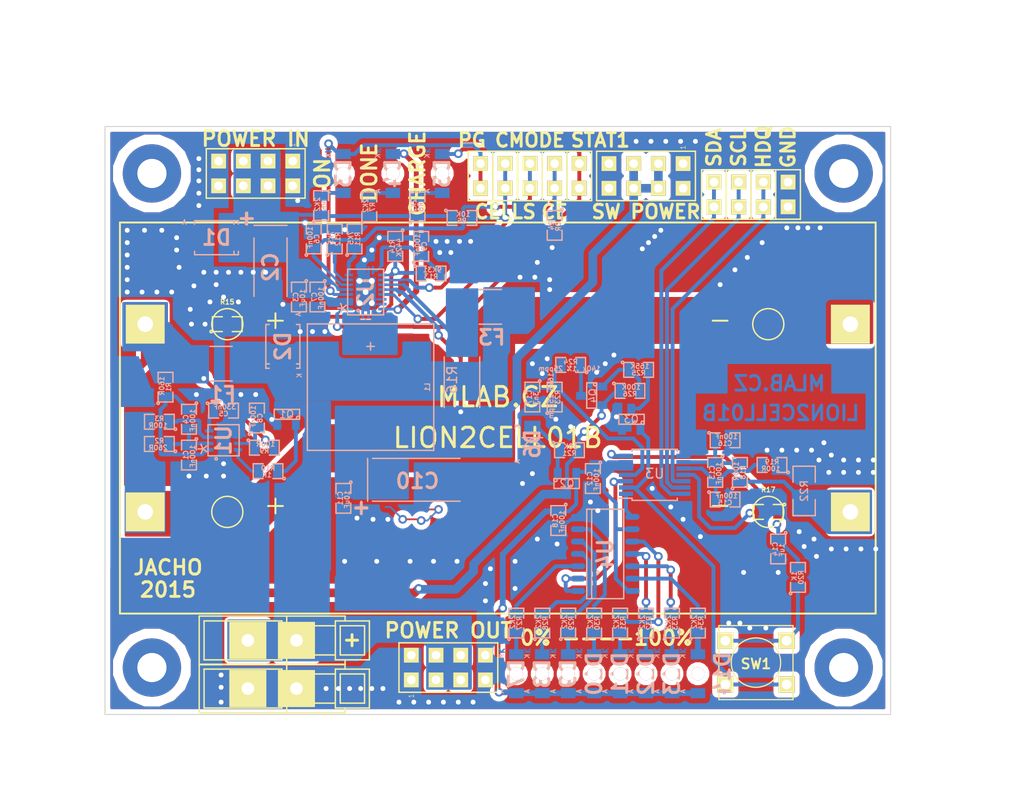
<source format=kicad_pcb>
(kicad_pcb (version 4) (host pcbnew "(2015-05-13 BZR 5653)-product")
  (layers (0 F.Cu signal) (31 B.Cu signal) (34 B.Paste user) (35 F.Paste user) (36 B.SilkS user) (37 F.SilkS user) (38 B.Mask user) (39 F.Mask user) (44 Edge.Cuts user))
  (net 0 "")
  (net 1 /BAT+)
  (net 2 "Net-(C1-Pad1)")
  (net 3 GND)
  (net 4 "Net-(C2-Pad1)")
  (net 5 "Net-(C4-Pad1)")
  (net 6 "Net-(C5-Pad1)")
  (net 7 /CMODE)
  (net 8 "Net-(C8-Pad1)")
  (net 9 "Net-(C9-Pad1)")
  (net 10 "Net-(C10-Pad1)")
  (net 11 /REGIN)
  (net 12 "Net-(C13-Pad1)")
  (net 13 "Net-(C13-Pad2)")
  (net 14 "Net-(C14-Pad1)")
  (net 15 "Net-(C17-Pad1)")
  (net 16 "Net-(D3-Pad1)")
  (net 17 /PG)
  (net 18 "Net-(D4-Pad1)")
  (net 19 "Net-(D4-Pad2)")
  (net 20 "Net-(D5-Pad1)")
  (net 21 /STAT1)
  (net 22 "Net-(D6-Pad2)")
  (net 23 "Net-(D7-Pad2)")
  (net 24 "Net-(D8-Pad2)")
  (net 25 "Net-(D9-Pad2)")
  (net 26 "Net-(D10-Pad2)")
  (net 27 "Net-(D11-Pad2)")
  (net 28 "Net-(D12-Pad2)")
  (net 29 "Net-(D13-Pad2)")
  (net 30 /CE)
  (net 31 /CELLS)
  (net 32 "Net-(L1-Pad1)")
  (net 33 "Net-(Q1-PadG)")
  (net 34 "Net-(Q3-PadD)")
  (net 35 "Net-(Q3-PadG)")
  (net 36 "Net-(Q4-PadD)")
  (net 37 "Net-(Q4-PadG)")
  (net 38 "Net-(R3-Pad1)")
  (net 39 "Net-(R10-Pad2)")
  (net 40 "Net-(R11-Pad1)")
  (net 41 "Net-(R12-Pad1)")
  (net 42 "Net-(R13-Pad1)")
  (net 43 "Net-(R17-Pad2)")
  (net 44 "Net-(R20-Pad1)")
  (net 45 "Net-(R27-Pad2)")
  (net 46 "Net-(R28-Pad2)")
  (net 47 "Net-(R29-Pad2)")
  (net 48 "Net-(R30-Pad2)")
  (net 49 "Net-(R31-Pad2)")
  (net 50 "Net-(R32-Pad2)")
  (net 51 "Net-(R33-Pad2)")
  (net 52 /P2)
  (net 53 /P1)
  (net 54 /BAT-MIDPOINT)
  (net 55 /BATTERY-)
  (net 56 /BATTERY+)
  (net 57 /SDA)
  (net 58 /SCL)
  (net 59 /HDQ)
  (net 60 "Net-(D14-Pad2)")
  (net 61 "Net-(R34-Pad2)")
  (net 62 "Net-(F3-Pad1)")
  (module Mlab_Batery:2LION (layer F.Cu) (at 40.64 -30.734)
    (fp_text reference BT1 hide)
    (fp_text value 2x18650_LION-RESCUE-LION2CELL01C hide)
    (fp_text user - (at 22.86 8.89) (layer F.SilkS) (effects (font (size 2 2) (thickness 0.2))))
    (fp_text user - (at 22.86 -10.16) (layer F.SilkS) (effects (font (size 2 2) (thickness 0.2))))
    (fp_text user + (at -22.86 8.89) (layer F.SilkS) (effects (font (size 2 2) (thickness 0.2))))
    (fp_text user + (at -22.86 -10.16) (layer F.SilkS) (effects (font (size 2 2) (thickness 0.2))))
    (pad 1 thru_hole rect (at -36.25 -9.65) (size 4 4) (drill 1.6) (layers *.Cu *.Mask F.SilkS) (net 1 /BAT+))
    (pad 2 thru_hole rect (at 36.25 -9.65) (size 4 4) (drill 1.6) (layers *.Cu *.Mask F.SilkS) (net 54 /BAT-MIDPOINT))
    (pad 3 thru_hole rect (at -36.25 9.65) (size 4 4) (drill 1.6) (layers *.Cu *.Mask F.SilkS) (net 54 /BAT-MIDPOINT))
    (pad 4 thru_hole rect (at 36.25 9.65) (size 4 4) (drill 1.6) (layers *.Cu *.Mask F.SilkS) (net 55 /BATTERY-))
  )
  (module Mlab_R:SMD-0805 (layer B.Cu) (at 8.89 -26.924 270)
    (fp_text reference C1 (at 0 0.3175 270) (layer B.SilkS) (effects (font (size 0.50038 0.50038) (thickness 0.10922)) (justify mirror)))
    (fp_text value 100nF (at 0.127 -0.381 270) (layer B.SilkS) (effects (font (size 0.50038 0.50038) (thickness 0.10922)) (justify mirror)))
    (pad 1 smd rect (at -0.9525 0 270) (size 0.889 1.397) (layers B.Cu B.Paste B.Mask) (net 2 "Net-(C1-Pad1)"))
    (pad 2 smd rect (at 0.9525 0 270) (size 0.889 1.397) (layers B.Cu B.Paste B.Mask) (net 3 GND))
  )
  (module Mlab_C:TantalC_SizeC_Reflow (layer B.Cu) (at 17.272 -46.24324 270)
    (fp_text reference C2 (at 0 0 270) (layer B.SilkS) (effects (font (thickness 0.3048)) (justify mirror)))
    (fp_text value 47uF hide)
    (fp_text user + (at -4.99872 2.55016 270) (layer B.SilkS) (effects (font (thickness 0.3048)) (justify mirror)))
    (pad 2 smd rect (at 2.52476 0 270) (size 2.55016 2.49936) (layers B.Cu B.Paste B.Mask) (net 3 GND))
    (pad 1 smd rect (at -2.52476 0 270) (size 2.55016 2.49936) (layers B.Cu B.Paste B.Mask) (net 4 "Net-(C2-Pad1)"))
  )
  (module Mlab_R:SMD-0805 (layer B.Cu) (at 20.193 -43.18 270)
    (fp_text reference C3 (at 0 0.3175 270) (layer B.SilkS) (effects (font (size 0.50038 0.50038) (thickness 0.10922)) (justify mirror)))
    (fp_text value 10uF (at 0.127 -0.381 270) (layer B.SilkS) (effects (font (size 0.50038 0.50038) (thickness 0.10922)) (justify mirror)))
    (pad 1 smd rect (at -0.9525 0 270) (size 0.889 1.397) (layers B.Cu B.Paste B.Mask) (net 4 "Net-(C2-Pad1)"))
    (pad 2 smd rect (at 0.9525 0 270) (size 0.889 1.397) (layers B.Cu B.Paste B.Mask) (net 3 GND))
  )
  (module Mlab_R:SMD-0805 (layer B.Cu) (at 8.89 -30.607 270)
    (fp_text reference C4 (at 0 0.3175 270) (layer B.SilkS) (effects (font (size 0.50038 0.50038) (thickness 0.10922)) (justify mirror)))
    (fp_text value 100nF (at 0.127 -0.381 270) (layer B.SilkS) (effects (font (size 0.50038 0.50038) (thickness 0.10922)) (justify mirror)))
    (pad 1 smd rect (at -0.9525 0 270) (size 0.889 1.397) (layers B.Cu B.Paste B.Mask) (net 5 "Net-(C4-Pad1)"))
    (pad 2 smd rect (at 0.9525 0 270) (size 0.889 1.397) (layers B.Cu B.Paste B.Mask) (net 2 "Net-(C1-Pad1)"))
  )
  (module Mlab_R:SMD-0805 (layer B.Cu) (at 12.446 -31.496)
    (fp_text reference C5 (at 0 0.3175) (layer B.SilkS) (effects (font (size 0.50038 0.50038) (thickness 0.10922)) (justify mirror)))
    (fp_text value 330nF (at 0.127 -0.381) (layer B.SilkS) (effects (font (size 0.50038 0.50038) (thickness 0.10922)) (justify mirror)))
    (pad 1 smd rect (at -0.9525 0) (size 0.889 1.397) (layers B.Cu B.Paste B.Mask) (net 6 "Net-(C5-Pad1)"))
    (pad 2 smd rect (at 0.9525 0) (size 0.889 1.397) (layers B.Cu B.Paste B.Mask) (net 3 GND))
  )
  (module Mlab_R:SMD-0805 (layer B.Cu) (at 21.717 -49.149 90)
    (fp_text reference C6 (at 0 0.3175 90) (layer B.SilkS) (effects (font (size 0.50038 0.50038) (thickness 0.10922)) (justify mirror)))
    (fp_text value 100nF (at 0.127 -0.381 90) (layer B.SilkS) (effects (font (size 0.50038 0.50038) (thickness 0.10922)) (justify mirror)))
    (pad 1 smd rect (at -0.9525 0 90) (size 0.889 1.397) (layers B.Cu B.Paste B.Mask) (net 7 /CMODE))
    (pad 2 smd rect (at 0.9525 0 90) (size 0.889 1.397) (layers B.Cu B.Paste B.Mask) (net 3 GND))
  )
  (module Mlab_R:SMD-0805 (layer B.Cu) (at 22.098 -43.18 270)
    (fp_text reference C7 (at 0 0.3175 270) (layer B.SilkS) (effects (font (size 0.50038 0.50038) (thickness 0.10922)) (justify mirror)))
    (fp_text value 100nF (at 0.127 -0.381 270) (layer B.SilkS) (effects (font (size 0.50038 0.50038) (thickness 0.10922)) (justify mirror)))
    (pad 1 smd rect (at -0.9525 0 270) (size 0.889 1.397) (layers B.Cu B.Paste B.Mask) (net 4 "Net-(C2-Pad1)"))
    (pad 2 smd rect (at 0.9525 0 270) (size 0.889 1.397) (layers B.Cu B.Paste B.Mask) (net 3 GND))
  )
  (module Mlab_R:SMD-0805 (layer B.Cu) (at 15.875 -30.734 90)
    (fp_text reference C8 (at 0 0.3175 90) (layer B.SilkS) (effects (font (size 0.50038 0.50038) (thickness 0.10922)) (justify mirror)))
    (fp_text value 100nF (at 0.127 -0.381 90) (layer B.SilkS) (effects (font (size 0.50038 0.50038) (thickness 0.10922)) (justify mirror)))
    (pad 1 smd rect (at -0.9525 0 90) (size 0.889 1.397) (layers B.Cu B.Paste B.Mask) (net 8 "Net-(C8-Pad1)"))
    (pad 2 smd rect (at 0.9525 0 90) (size 0.889 1.397) (layers B.Cu B.Paste B.Mask) (net 3 GND))
  )
  (module Mlab_R:SMD-0805 (layer B.Cu) (at 32.766 -48.387 90)
    (fp_text reference C9 (at 0 0.3175 90) (layer B.SilkS) (effects (font (size 0.50038 0.50038) (thickness 0.10922)) (justify mirror)))
    (fp_text value 100nF (at 0.127 -0.381 90) (layer B.SilkS) (effects (font (size 0.50038 0.50038) (thickness 0.10922)) (justify mirror)))
    (pad 1 smd rect (at -0.9525 0 90) (size 0.889 1.397) (layers B.Cu B.Paste B.Mask) (net 9 "Net-(C9-Pad1)"))
    (pad 2 smd rect (at 0.9525 0 90) (size 0.889 1.397) (layers B.Cu B.Paste B.Mask) (net 3 GND))
  )
  (module Mlab_R:SMD-0805 (layer B.Cu) (at 24.765 -22.479 270)
    (fp_text reference C11 (at 0 0.3175 270) (layer B.SilkS) (effects (font (size 0.50038 0.50038) (thickness 0.10922)) (justify mirror)))
    (fp_text value 10uF (at 0.127 -0.381 270) (layer B.SilkS) (effects (font (size 0.50038 0.50038) (thickness 0.10922)) (justify mirror)))
    (pad 1 smd rect (at -0.9525 0 270) (size 0.889 1.397) (layers B.Cu B.Paste B.Mask) (net 10 "Net-(C10-Pad1)"))
    (pad 2 smd rect (at 0.9525 0 270) (size 0.889 1.397) (layers B.Cu B.Paste B.Mask) (net 3 GND))
  )
  (module Mlab_R:SMD-0805 (layer B.Cu) (at 50.419 -24.511 270)
    (fp_text reference C12 (at 0 0.3175 270) (layer B.SilkS) (effects (font (size 0.50038 0.50038) (thickness 0.10922)) (justify mirror)))
    (fp_text value 100nF (at 0.127 -0.381 270) (layer B.SilkS) (effects (font (size 0.50038 0.50038) (thickness 0.10922)) (justify mirror)))
    (pad 1 smd rect (at -0.9525 0 270) (size 0.889 1.397) (layers B.Cu B.Paste B.Mask) (net 11 /REGIN))
    (pad 2 smd rect (at 0.9525 0 270) (size 0.889 1.397) (layers B.Cu B.Paste B.Mask) (net 3 GND))
  )
  (module Mlab_R:SMD-0805 (layer B.Cu) (at 62.992 -25.146 270)
    (fp_text reference C13 (at 0 0.3175 270) (layer B.SilkS) (effects (font (size 0.50038 0.50038) (thickness 0.10922)) (justify mirror)))
    (fp_text value 100nF (at 0.127 -0.381 270) (layer B.SilkS) (effects (font (size 0.50038 0.50038) (thickness 0.10922)) (justify mirror)))
    (pad 1 smd rect (at -0.9525 0 270) (size 0.889 1.397) (layers B.Cu B.Paste B.Mask) (net 12 "Net-(C13-Pad1)"))
    (pad 2 smd rect (at 0.9525 0 270) (size 0.889 1.397) (layers B.Cu B.Paste B.Mask) (net 13 "Net-(C13-Pad2)"))
  )
  (module Mlab_R:SMD-0805 (layer B.Cu) (at 69.469 -17.272 270)
    (fp_text reference C14 (at 0 0.3175 270) (layer B.SilkS) (effects (font (size 0.50038 0.50038) (thickness 0.10922)) (justify mirror)))
    (fp_text value 1uF (at 0.127 -0.381 270) (layer B.SilkS) (effects (font (size 0.50038 0.50038) (thickness 0.10922)) (justify mirror)))
    (pad 1 smd rect (at -0.9525 0 270) (size 0.889 1.397) (layers B.Cu B.Paste B.Mask) (net 14 "Net-(C14-Pad1)"))
    (pad 2 smd rect (at 0.9525 0 270) (size 0.889 1.397) (layers B.Cu B.Paste B.Mask) (net 3 GND))
  )
  (module Mlab_R:SMD-0805 (layer B.Cu) (at 64.008 -22.352)
    (fp_text reference C15 (at 0 0.3175) (layer B.SilkS) (effects (font (size 0.50038 0.50038) (thickness 0.10922)) (justify mirror)))
    (fp_text value 100nF (at 0.127 -0.381) (layer B.SilkS) (effects (font (size 0.50038 0.50038) (thickness 0.10922)) (justify mirror)))
    (pad 1 smd rect (at -0.9525 0) (size 0.889 1.397) (layers B.Cu B.Paste B.Mask) (net 13 "Net-(C13-Pad2)"))
    (pad 2 smd rect (at 0.9525 0) (size 0.889 1.397) (layers B.Cu B.Paste B.Mask) (net 3 GND))
  )
  (module Mlab_R:SMD-0805 (layer B.Cu) (at 64.008 -28.448)
    (fp_text reference C16 (at 0 0.3175) (layer B.SilkS) (effects (font (size 0.50038 0.50038) (thickness 0.10922)) (justify mirror)))
    (fp_text value 100nF (at 0.127 -0.381) (layer B.SilkS) (effects (font (size 0.50038 0.50038) (thickness 0.10922)) (justify mirror)))
    (pad 1 smd rect (at -0.9525 0) (size 0.889 1.397) (layers B.Cu B.Paste B.Mask) (net 12 "Net-(C13-Pad1)"))
    (pad 2 smd rect (at 0.9525 0) (size 0.889 1.397) (layers B.Cu B.Paste B.Mask) (net 3 GND))
  )
  (module Mlab_R:SMD-0805 (layer B.Cu) (at 44.196 -32.893 270)
    (fp_text reference C17 (at 0 0.3175 270) (layer B.SilkS) (effects (font (size 0.50038 0.50038) (thickness 0.10922)) (justify mirror)))
    (fp_text value 3n3 (at 0.127 -0.381 270) (layer B.SilkS) (effects (font (size 0.50038 0.50038) (thickness 0.10922)) (justify mirror)))
    (pad 1 smd rect (at -0.9525 0 270) (size 0.889 1.397) (layers B.Cu B.Paste B.Mask) (net 15 "Net-(C17-Pad1)"))
    (pad 2 smd rect (at 0.9525 0 270) (size 0.889 1.397) (layers B.Cu B.Paste B.Mask) (net 3 GND))
  )
  (module Mlab_R:SMD-0805 (layer B.Cu) (at 46.863 -20.193 270)
    (fp_text reference C18 (at 0 0.3175 270) (layer B.SilkS) (effects (font (size 0.50038 0.50038) (thickness 0.10922)) (justify mirror)))
    (fp_text value 100nF (at 0.127 -0.381 270) (layer B.SilkS) (effects (font (size 0.50038 0.50038) (thickness 0.10922)) (justify mirror)))
    (pad 1 smd rect (at -0.9525 0 270) (size 0.889 1.397) (layers B.Cu B.Paste B.Mask) (net 11 /REGIN))
    (pad 2 smd rect (at 0.9525 0 270) (size 0.889 1.397) (layers B.Cu B.Paste B.Mask) (net 3 GND))
  )
  (module Mlab_D:SMA_Standard (layer B.Cu) (at 11.71702 -49.276)
    (fp_text reference D1 (at 0 0) (layer B.SilkS) (effects (font (thickness 0.3048)) (justify mirror)))
    (fp_text value M4 hide)
    (fp_text user A (at -3.29946 -1.6002) (layer B.SilkS) (effects (font (size 0.50038 0.50038) (thickness 0.09906)) (justify mirror)))
    (fp_text user K (at 2.99974 -1.69926) (layer B.SilkS) (effects (font (size 0.50038 0.50038) (thickness 0.09906)) (justify mirror)))
    (pad 1 smd rect (at -1.99898 0) (size 2.49936 1.80086) (layers B.Cu B.Paste B.Mask) (net 3 GND))
    (pad 2 smd rect (at 1.99898 0) (size 2.49936 1.80086) (layers B.Cu B.Paste B.Mask) (net 4 "Net-(C2-Pad1)"))
  )
  (module Mlab_D:SMA_Standard (layer B.Cu) (at 18.542 -38.1 270)
    (fp_text reference D2 (at 0 0 270) (layer B.SilkS) (effects (font (thickness 0.3048)) (justify mirror)))
    (fp_text value M4 hide)
    (fp_text user A (at -3.29946 -1.6002 270) (layer B.SilkS) (effects (font (size 0.50038 0.50038) (thickness 0.09906)) (justify mirror)))
    (fp_text user K (at 2.99974 -1.69926 270) (layer B.SilkS) (effects (font (size 0.50038 0.50038) (thickness 0.09906)) (justify mirror)))
    (pad 1 smd rect (at -1.99898 0 270) (size 2.49936 1.80086) (layers B.Cu B.Paste B.Mask) (net 3 GND))
    (pad 2 smd rect (at 1.99898 0 270) (size 2.49936 1.80086) (layers B.Cu B.Paste B.Mask) (net 56 /BATTERY+))
  )
  (module Mlab_D:LED_1206 (layer B.Cu) (at 24.765 -55.88 90)
    (fp_text reference D3 (at 0 0 90) (layer B.SilkS) (effects (font (thickness 0.3048)) (justify mirror)))
    (fp_text value LED hide)
    (fp_line (start 2.21488 -1.50622) (end 2.53492 -1.81102) (layer B.Cu) (width 0.15))
    (fp_line (start 2.25298 -1.52146) (end 2.5273 -1.24968) (layer B.Cu) (width 0.15))
    (fp_line (start 2.2225 -1.24968) (end 2.21742 -1.81864) (layer B.Cu) (width 0.15))
    (fp_text user A (at -1.80086 -1.5494 90) (layer B.SilkS) (effects (font (size 0.50038 0.50038) (thickness 0.09906)) (justify mirror)))
    (fp_text user K (at 1.80086 -1.5494 90) (layer B.SilkS) (effects (font (size 0.50038 0.50038) (thickness 0.09906)) (justify mirror)))
    (pad 1 smd rect (at -2 0 90) (size 1.05 1.5) (layers B.Cu B.Paste B.Mask) (net 16 "Net-(D3-Pad1)"))
    (pad 2 smd rect (at 2 0 90) (size 1.05 1.5) (layers B.Cu B.Paste B.Mask) (net 17 /PG))
    (pad "" thru_hole circle (at 0 0 90) (size 1.35 1.35) (drill 1.35) (layers *.Cu *.Mask B.SilkS))
  )
  (module Mlab_D:LED_1206 (layer B.Cu) (at 29.845 -55.88 90)
    (fp_text reference D4 (at 0 0 90) (layer B.SilkS) (effects (font (thickness 0.3048)) (justify mirror)))
    (fp_text value LED hide)
    (fp_line (start 2.21488 -1.50622) (end 2.53492 -1.81102) (layer B.Cu) (width 0.15))
    (fp_line (start 2.25298 -1.52146) (end 2.5273 -1.24968) (layer B.Cu) (width 0.15))
    (fp_line (start 2.2225 -1.24968) (end 2.21742 -1.81864) (layer B.Cu) (width 0.15))
    (fp_text user A (at -1.80086 -1.5494 90) (layer B.SilkS) (effects (font (size 0.50038 0.50038) (thickness 0.09906)) (justify mirror)))
    (fp_text user K (at 1.80086 -1.5494 90) (layer B.SilkS) (effects (font (size 0.50038 0.50038) (thickness 0.09906)) (justify mirror)))
    (pad 1 smd rect (at -2 0 90) (size 1.05 1.5) (layers B.Cu B.Paste B.Mask) (net 18 "Net-(D4-Pad1)"))
    (pad 2 smd rect (at 2 0 90) (size 1.05 1.5) (layers B.Cu B.Paste B.Mask) (net 19 "Net-(D4-Pad2)"))
    (pad "" thru_hole circle (at 0 0 90) (size 1.35 1.35) (drill 1.35) (layers *.Cu *.Mask B.SilkS))
  )
  (module Mlab_D:LED_1206 (layer B.Cu) (at 34.925 -55.88 90)
    (fp_text reference D5 (at 0 0 90) (layer B.SilkS) (effects (font (thickness 0.3048)) (justify mirror)))
    (fp_text value LED hide)
    (fp_line (start 2.21488 -1.50622) (end 2.53492 -1.81102) (layer B.Cu) (width 0.15))
    (fp_line (start 2.25298 -1.52146) (end 2.5273 -1.24968) (layer B.Cu) (width 0.15))
    (fp_line (start 2.2225 -1.24968) (end 2.21742 -1.81864) (layer B.Cu) (width 0.15))
    (fp_text user A (at -1.80086 -1.5494 90) (layer B.SilkS) (effects (font (size 0.50038 0.50038) (thickness 0.09906)) (justify mirror)))
    (fp_text user K (at 1.80086 -1.5494 90) (layer B.SilkS) (effects (font (size 0.50038 0.50038) (thickness 0.09906)) (justify mirror)))
    (pad 1 smd rect (at -2 0 90) (size 1.05 1.5) (layers B.Cu B.Paste B.Mask) (net 20 "Net-(D5-Pad1)"))
    (pad 2 smd rect (at 2 0 90) (size 1.05 1.5) (layers B.Cu B.Paste B.Mask) (net 21 /STAT1))
    (pad "" thru_hole circle (at 0 0 90) (size 1.35 1.35) (drill 1.35) (layers *.Cu *.Mask B.SilkS))
  )
  (module Mlab_D:MiniMELF_Standard (layer B.Cu) (at 44.196 -28.067 90)
    (fp_text reference D6 (at 0 0 90) (layer B.SilkS) (effects (font (thickness 0.3048)) (justify mirror)))
    (fp_text value BZV55C-5,6V hide)
    (fp_text user A (at -1.80086 -1.5494 90) (layer B.SilkS) (effects (font (size 0.50038 0.50038) (thickness 0.09906)) (justify mirror)))
    (fp_text user K (at 1.80086 -1.5494 90) (layer B.SilkS) (effects (font (size 0.50038 0.50038) (thickness 0.09906)) (justify mirror)))
    (pad 1 smd rect (at -1.75006 0 90) (size 1.30048 1.69926) (layers B.Cu B.Paste B.Mask) (net 3 GND))
    (pad 2 smd rect (at 1.75006 0 90) (size 1.30048 1.69926) (layers B.Cu B.Paste B.Mask) (net 22 "Net-(D6-Pad2)"))
  )
  (module Mlab_D:LED_1206 (layer B.Cu) (at 42.545 -4.445 90)
    (fp_text reference D7 (at 0 0 90) (layer B.SilkS) (effects (font (thickness 0.3048)) (justify mirror)))
    (fp_text value ORAGE hide)
    (fp_line (start 2.21488 -1.50622) (end 2.53492 -1.81102) (layer B.Cu) (width 0.15))
    (fp_line (start 2.25298 -1.52146) (end 2.5273 -1.24968) (layer B.Cu) (width 0.15))
    (fp_line (start 2.2225 -1.24968) (end 2.21742 -1.81864) (layer B.Cu) (width 0.15))
    (fp_text user A (at -1.80086 -1.5494 90) (layer B.SilkS) (effects (font (size 0.50038 0.50038) (thickness 0.09906)) (justify mirror)))
    (fp_text user K (at 1.80086 -1.5494 90) (layer B.SilkS) (effects (font (size 0.50038 0.50038) (thickness 0.09906)) (justify mirror)))
    (pad 1 smd rect (at -2 0 90) (size 1.05 1.5) (layers B.Cu B.Paste B.Mask) (net 11 /REGIN))
    (pad 2 smd rect (at 2 0 90) (size 1.05 1.5) (layers B.Cu B.Paste B.Mask) (net 23 "Net-(D7-Pad2)"))
    (pad "" thru_hole circle (at 0 0 90) (size 1.35 1.35) (drill 1.35) (layers *.Cu *.Mask B.SilkS))
  )
  (module Mlab_D:LED_1206 (layer B.Cu) (at 45.212 -4.445 90)
    (fp_text reference D8 (at 0 0 90) (layer B.SilkS) (effects (font (thickness 0.3048)) (justify mirror)))
    (fp_text value ORAGE hide)
    (fp_line (start 2.21488 -1.50622) (end 2.53492 -1.81102) (layer B.Cu) (width 0.15))
    (fp_line (start 2.25298 -1.52146) (end 2.5273 -1.24968) (layer B.Cu) (width 0.15))
    (fp_line (start 2.2225 -1.24968) (end 2.21742 -1.81864) (layer B.Cu) (width 0.15))
    (fp_text user A (at -1.80086 -1.5494 90) (layer B.SilkS) (effects (font (size 0.50038 0.50038) (thickness 0.09906)) (justify mirror)))
    (fp_text user K (at 1.80086 -1.5494 90) (layer B.SilkS) (effects (font (size 0.50038 0.50038) (thickness 0.09906)) (justify mirror)))
    (pad 1 smd rect (at -2 0 90) (size 1.05 1.5) (layers B.Cu B.Paste B.Mask) (net 11 /REGIN))
    (pad 2 smd rect (at 2 0 90) (size 1.05 1.5) (layers B.Cu B.Paste B.Mask) (net 24 "Net-(D8-Pad2)"))
    (pad "" thru_hole circle (at 0 0 90) (size 1.35 1.35) (drill 1.35) (layers *.Cu *.Mask B.SilkS))
  )
  (module Mlab_D:LED_1206 (layer B.Cu) (at 47.879 -4.445 90)
    (fp_text reference D9 (at 0 0 90) (layer B.SilkS) (effects (font (thickness 0.3048)) (justify mirror)))
    (fp_text value ORAGE hide)
    (fp_line (start 2.21488 -1.50622) (end 2.53492 -1.81102) (layer B.Cu) (width 0.15))
    (fp_line (start 2.25298 -1.52146) (end 2.5273 -1.24968) (layer B.Cu) (width 0.15))
    (fp_line (start 2.2225 -1.24968) (end 2.21742 -1.81864) (layer B.Cu) (width 0.15))
    (fp_text user A (at -1.80086 -1.5494 90) (layer B.SilkS) (effects (font (size 0.50038 0.50038) (thickness 0.09906)) (justify mirror)))
    (fp_text user K (at 1.80086 -1.5494 90) (layer B.SilkS) (effects (font (size 0.50038 0.50038) (thickness 0.09906)) (justify mirror)))
    (pad 1 smd rect (at -2 0 90) (size 1.05 1.5) (layers B.Cu B.Paste B.Mask) (net 11 /REGIN))
    (pad 2 smd rect (at 2 0 90) (size 1.05 1.5) (layers B.Cu B.Paste B.Mask) (net 25 "Net-(D9-Pad2)"))
    (pad "" thru_hole circle (at 0 0 90) (size 1.35 1.35) (drill 1.35) (layers *.Cu *.Mask B.SilkS))
  )
  (module Mlab_D:LED_1206 (layer B.Cu) (at 50.546 -4.445 90)
    (fp_text reference D10 (at 0 0 90) (layer B.SilkS) (effects (font (thickness 0.3048)) (justify mirror)))
    (fp_text value ORAGE hide)
    (fp_line (start 2.21488 -1.50622) (end 2.53492 -1.81102) (layer B.Cu) (width 0.15))
    (fp_line (start 2.25298 -1.52146) (end 2.5273 -1.24968) (layer B.Cu) (width 0.15))
    (fp_line (start 2.2225 -1.24968) (end 2.21742 -1.81864) (layer B.Cu) (width 0.15))
    (fp_text user A (at -1.80086 -1.5494 90) (layer B.SilkS) (effects (font (size 0.50038 0.50038) (thickness 0.09906)) (justify mirror)))
    (fp_text user K (at 1.80086 -1.5494 90) (layer B.SilkS) (effects (font (size 0.50038 0.50038) (thickness 0.09906)) (justify mirror)))
    (pad 1 smd rect (at -2 0 90) (size 1.05 1.5) (layers B.Cu B.Paste B.Mask) (net 11 /REGIN))
    (pad 2 smd rect (at 2 0 90) (size 1.05 1.5) (layers B.Cu B.Paste B.Mask) (net 26 "Net-(D10-Pad2)"))
    (pad "" thru_hole circle (at 0 0 90) (size 1.35 1.35) (drill 1.35) (layers *.Cu *.Mask B.SilkS))
  )
  (module Mlab_D:LED_1206 (layer B.Cu) (at 53.213 -4.445 90)
    (fp_text reference D11 (at 0 0 90) (layer B.SilkS) (effects (font (thickness 0.3048)) (justify mirror)))
    (fp_text value ORAGE hide)
    (fp_line (start 2.21488 -1.50622) (end 2.53492 -1.81102) (layer B.Cu) (width 0.15))
    (fp_line (start 2.25298 -1.52146) (end 2.5273 -1.24968) (layer B.Cu) (width 0.15))
    (fp_line (start 2.2225 -1.24968) (end 2.21742 -1.81864) (layer B.Cu) (width 0.15))
    (fp_text user A (at -1.80086 -1.5494 90) (layer B.SilkS) (effects (font (size 0.50038 0.50038) (thickness 0.09906)) (justify mirror)))
    (fp_text user K (at 1.80086 -1.5494 90) (layer B.SilkS) (effects (font (size 0.50038 0.50038) (thickness 0.09906)) (justify mirror)))
    (pad 1 smd rect (at -2 0 90) (size 1.05 1.5) (layers B.Cu B.Paste B.Mask) (net 11 /REGIN))
    (pad 2 smd rect (at 2 0 90) (size 1.05 1.5) (layers B.Cu B.Paste B.Mask) (net 27 "Net-(D11-Pad2)"))
    (pad "" thru_hole circle (at 0 0 90) (size 1.35 1.35) (drill 1.35) (layers *.Cu *.Mask B.SilkS))
  )
  (module Mlab_D:LED_1206 (layer B.Cu) (at 55.88 -4.445 90)
    (fp_text reference D12 (at 0 0 90) (layer B.SilkS) (effects (font (thickness 0.3048)) (justify mirror)))
    (fp_text value ORAGE hide)
    (fp_line (start 2.21488 -1.50622) (end 2.53492 -1.81102) (layer B.Cu) (width 0.15))
    (fp_line (start 2.25298 -1.52146) (end 2.5273 -1.24968) (layer B.Cu) (width 0.15))
    (fp_line (start 2.2225 -1.24968) (end 2.21742 -1.81864) (layer B.Cu) (width 0.15))
    (fp_text user A (at -1.80086 -1.5494 90) (layer B.SilkS) (effects (font (size 0.50038 0.50038) (thickness 0.09906)) (justify mirror)))
    (fp_text user K (at 1.80086 -1.5494 90) (layer B.SilkS) (effects (font (size 0.50038 0.50038) (thickness 0.09906)) (justify mirror)))
    (pad 1 smd rect (at -2 0 90) (size 1.05 1.5) (layers B.Cu B.Paste B.Mask) (net 11 /REGIN))
    (pad 2 smd rect (at 2 0 90) (size 1.05 1.5) (layers B.Cu B.Paste B.Mask) (net 28 "Net-(D12-Pad2)"))
    (pad "" thru_hole circle (at 0 0 90) (size 1.35 1.35) (drill 1.35) (layers *.Cu *.Mask B.SilkS))
  )
  (module Mlab_D:LED_1206 (layer B.Cu) (at 58.547 -4.445 90)
    (fp_text reference D13 (at 0 0 90) (layer B.SilkS) (effects (font (thickness 0.3048)) (justify mirror)))
    (fp_text value ORAGE hide)
    (fp_line (start 2.21488 -1.50622) (end 2.53492 -1.81102) (layer B.Cu) (width 0.15))
    (fp_line (start 2.25298 -1.52146) (end 2.5273 -1.24968) (layer B.Cu) (width 0.15))
    (fp_line (start 2.2225 -1.24968) (end 2.21742 -1.81864) (layer B.Cu) (width 0.15))
    (fp_text user A (at -1.80086 -1.5494 90) (layer B.SilkS) (effects (font (size 0.50038 0.50038) (thickness 0.09906)) (justify mirror)))
    (fp_text user K (at 1.80086 -1.5494 90) (layer B.SilkS) (effects (font (size 0.50038 0.50038) (thickness 0.09906)) (justify mirror)))
    (pad 1 smd rect (at -2 0 90) (size 1.05 1.5) (layers B.Cu B.Paste B.Mask) (net 11 /REGIN))
    (pad 2 smd rect (at 2 0 90) (size 1.05 1.5) (layers B.Cu B.Paste B.Mask) (net 29 "Net-(D13-Pad2)"))
    (pad "" thru_hole circle (at 0 0 90) (size 1.35 1.35) (drill 1.35) (layers *.Cu *.Mask B.SilkS))
  )
  (module Mlab_Pin_Headers:Straight_2x04 (layer F.Cu) (at 15.748 -55.88 270)
    (fp_text reference J1 hide)
    (fp_text value JUMP_4X2 hide)
    (fp_text user 1 (at -2.921 -3.81 270) (layer F.SilkS) (effects (font (size 0.5 0.5) (thickness 0.05))))
    (pad 1 thru_hole rect (at -1.27 -3.81 270) (size 1.524 1.524) (drill 0.889) (layers *.Cu *.Mask F.SilkS) (net 3 GND))
    (pad 2 thru_hole rect (at 1.27 -3.81 270) (size 1.524 1.524) (drill 0.889) (layers *.Cu *.Mask F.SilkS) (net 3 GND))
    (pad 3 thru_hole rect (at -1.27 -1.27 270) (size 1.524 1.524) (drill 0.889) (layers *.Cu *.Mask F.SilkS) (net 4 "Net-(C2-Pad1)"))
    (pad 4 thru_hole rect (at 1.27 -1.27 270) (size 1.524 1.524) (drill 0.889) (layers *.Cu *.Mask F.SilkS) (net 4 "Net-(C2-Pad1)"))
    (pad 5 thru_hole rect (at -1.27 1.27 270) (size 1.524 1.524) (drill 0.889) (layers *.Cu *.Mask F.SilkS) (net 4 "Net-(C2-Pad1)"))
    (pad 6 thru_hole rect (at 1.27 1.27 270) (size 1.524 1.524) (drill 0.889) (layers *.Cu *.Mask F.SilkS) (net 4 "Net-(C2-Pad1)"))
    (pad 7 thru_hole rect (at -1.27 3.81 270) (size 1.524 1.524) (drill 0.889) (layers *.Cu *.Mask F.SilkS) (net 3 GND))
    (pad 8 thru_hole rect (at 1.27 3.81 270) (size 1.524 1.524) (drill 0.889) (layers *.Cu *.Mask F.SilkS) (net 3 GND))
  )
  (module Mlab_Pin_Headers:Straight_1x02 (layer F.Cu) (at 49.022 -55.626)
    (fp_text reference J2 hide)
    (fp_text value JUMP_2x1 hide)
    (pad 2 thru_hole rect (at 0 1.27) (size 1.524 1.524) (drill 0.889) (layers *.Cu *.Mask F.SilkS) (net 21 /STAT1))
    (pad 1 thru_hole rect (at 0 -1.27) (size 1.524 1.524) (drill 0.889) (layers *.Cu *.Mask F.SilkS) (net 21 /STAT1))
  )
  (module Mlab_Pin_Headers:Straight_1x02 (layer F.Cu) (at 38.862 -55.626 180)
    (fp_text reference J3 hide)
    (fp_text value JUMP_2x1 hide)
    (pad 2 thru_hole rect (at 0 1.27 180) (size 1.524 1.524) (drill 0.889) (layers *.Cu *.Mask F.SilkS) (net 17 /PG))
    (pad 1 thru_hole rect (at 0 -1.27 180) (size 1.524 1.524) (drill 0.889) (layers *.Cu *.Mask F.SilkS) (net 17 /PG))
  )
  (module Mlab_Pin_Headers:Straight_1x02 (layer F.Cu) (at 43.942 -55.626)
    (fp_text reference J4 hide)
    (fp_text value JUMP_2x1 hide)
    (pad 2 thru_hole rect (at 0 1.27) (size 1.524 1.524) (drill 0.889) (layers *.Cu *.Mask F.SilkS) (net 7 /CMODE))
    (pad 1 thru_hole rect (at 0 -1.27) (size 1.524 1.524) (drill 0.889) (layers *.Cu *.Mask F.SilkS) (net 7 /CMODE))
  )
  (module Mlab_Pin_Headers:Straight_1x02 (layer F.Cu) (at 46.482 -55.626)
    (fp_text reference J5 hide)
    (fp_text value JUMP_2x1 hide)
    (pad 2 thru_hole rect (at 0 1.27) (size 1.524 1.524) (drill 0.889) (layers *.Cu *.Mask F.SilkS) (net 30 /CE))
    (pad 1 thru_hole rect (at 0 -1.27) (size 1.524 1.524) (drill 0.889) (layers *.Cu *.Mask F.SilkS) (net 30 /CE))
  )
  (module Mlab_Pin_Headers:Straight_1x02 (layer F.Cu) (at 41.402 -55.626)
    (fp_text reference J6 hide)
    (fp_text value JUMP_2x1 hide)
    (pad 2 thru_hole rect (at 0 1.27) (size 1.524 1.524) (drill 0.889) (layers *.Cu *.Mask F.SilkS) (net 31 /CELLS))
    (pad 1 thru_hole rect (at 0 -1.27) (size 1.524 1.524) (drill 0.889) (layers *.Cu *.Mask F.SilkS) (net 31 /CELLS))
  )
  (module Mlab_Pin_Headers:Straight_2x04 (layer F.Cu) (at 35.56 -5.08 90)
    (fp_text reference J7 hide)
    (fp_text value JUMP_4X2 hide)
    (fp_text user 1 (at -2.921 -3.81 90) (layer F.SilkS) (effects (font (size 0.5 0.5) (thickness 0.05))))
    (pad 1 thru_hole rect (at -1.27 -3.81 90) (size 1.524 1.524) (drill 0.889) (layers *.Cu *.Mask F.SilkS) (net 3 GND))
    (pad 2 thru_hole rect (at 1.27 -3.81 90) (size 1.524 1.524) (drill 0.889) (layers *.Cu *.Mask F.SilkS) (net 3 GND))
    (pad 3 thru_hole rect (at -1.27 -1.27 90) (size 1.524 1.524) (drill 0.889) (layers *.Cu *.Mask F.SilkS) (net 56 /BATTERY+))
    (pad 4 thru_hole rect (at 1.27 -1.27 90) (size 1.524 1.524) (drill 0.889) (layers *.Cu *.Mask F.SilkS) (net 56 /BATTERY+))
    (pad 5 thru_hole rect (at -1.27 1.27 90) (size 1.524 1.524) (drill 0.889) (layers *.Cu *.Mask F.SilkS) (net 56 /BATTERY+))
    (pad 6 thru_hole rect (at 1.27 1.27 90) (size 1.524 1.524) (drill 0.889) (layers *.Cu *.Mask F.SilkS) (net 56 /BATTERY+))
    (pad 7 thru_hole rect (at -1.27 3.81 90) (size 1.524 1.524) (drill 0.889) (layers *.Cu *.Mask F.SilkS) (net 3 GND))
    (pad 8 thru_hole rect (at 1.27 3.81 90) (size 1.524 1.524) (drill 0.889) (layers *.Cu *.Mask F.SilkS) (net 3 GND))
  )
  (module Mlab_Con:WAGO256 (layer F.Cu) (at 17.399 -7.874)
    (fp_text reference J8 hide)
    (fp_text value CONN1_1 hide)
    (pad 1 thru_hole rect (at -2.46 0 90) (size 3.81 3.81) (drill 1.3) (layers *.Cu *.Mask F.SilkS) (net 56 /BATTERY+))
    (pad 1 thru_hole rect (at 2.54 0 90) (size 3.81 3.81) (drill 1.3) (layers *.Cu *.Mask F.SilkS) (net 56 /BATTERY+))
  )
  (module Mlab_Con:WAGO256 (layer F.Cu) (at 17.399 -2.921)
    (fp_text reference J9 hide)
    (fp_text value CONN1_1 hide)
    (pad 1 thru_hole rect (at -2.46 0 90) (size 3.81 3.81) (drill 1.3) (layers *.Cu *.Mask F.SilkS) (net 3 GND))
    (pad 1 thru_hole rect (at 2.54 0 90) (size 3.81 3.81) (drill 1.3) (layers *.Cu *.Mask F.SilkS) (net 3 GND))
  )
  (module Mlab_Pin_Headers:Straight_1x02 (layer F.Cu) (at 62.865 -53.721)
    (fp_text reference J10 hide)
    (fp_text value JUMP_2x1 hide)
    (pad 2 thru_hole rect (at 0 1.27) (size 1.524 1.524) (drill 0.889) (layers *.Cu *.Mask F.SilkS) (net 57 /SDA))
    (pad 1 thru_hole rect (at 0 -1.27) (size 1.524 1.524) (drill 0.889) (layers *.Cu *.Mask F.SilkS) (net 57 /SDA))
  )
  (module Mlab_Pin_Headers:Straight_1x02 (layer F.Cu) (at 65.405 -53.721)
    (fp_text reference J11 hide)
    (fp_text value JUMP_2x1 hide)
    (pad 2 thru_hole rect (at 0 1.27) (size 1.524 1.524) (drill 0.889) (layers *.Cu *.Mask F.SilkS) (net 58 /SCL))
    (pad 1 thru_hole rect (at 0 -1.27) (size 1.524 1.524) (drill 0.889) (layers *.Cu *.Mask F.SilkS) (net 58 /SCL))
  )
  (module Mlab_Pin_Headers:Straight_1x02 (layer F.Cu) (at 67.945 -53.721)
    (fp_text reference J12 hide)
    (fp_text value JUMP_2x1 hide)
    (pad 2 thru_hole rect (at 0 1.27) (size 1.524 1.524) (drill 0.889) (layers *.Cu *.Mask F.SilkS) (net 59 /HDQ))
    (pad 1 thru_hole rect (at 0 -1.27) (size 1.524 1.524) (drill 0.889) (layers *.Cu *.Mask F.SilkS) (net 59 /HDQ))
  )
  (module Mlab_Pin_Headers:Straight_2x04 (layer F.Cu) (at 55.88 -55.626 270)
    (fp_text reference J13 hide)
    (fp_text value JUMP_4X2 hide)
    (fp_text user 1 (at -2.921 -3.81 270) (layer F.SilkS) (effects (font (size 0.5 0.5) (thickness 0.05))))
    (pad 1 thru_hole rect (at -1.27 -3.81 270) (size 1.524 1.524) (drill 0.889) (layers *.Cu *.Mask F.SilkS) (net 3 GND))
    (pad 2 thru_hole rect (at 1.27 -3.81 270) (size 1.524 1.524) (drill 0.889) (layers *.Cu *.Mask F.SilkS) (net 3 GND))
    (pad 3 thru_hole rect (at -1.27 -1.27 270) (size 1.524 1.524) (drill 0.889) (layers *.Cu *.Mask F.SilkS) (net 10 "Net-(C10-Pad1)"))
    (pad 4 thru_hole rect (at 1.27 -1.27 270) (size 1.524 1.524) (drill 0.889) (layers *.Cu *.Mask F.SilkS) (net 10 "Net-(C10-Pad1)"))
    (pad 5 thru_hole rect (at -1.27 1.27 270) (size 1.524 1.524) (drill 0.889) (layers *.Cu *.Mask F.SilkS) (net 10 "Net-(C10-Pad1)"))
    (pad 6 thru_hole rect (at 1.27 1.27 270) (size 1.524 1.524) (drill 0.889) (layers *.Cu *.Mask F.SilkS) (net 10 "Net-(C10-Pad1)"))
    (pad 7 thru_hole rect (at -1.27 3.81 270) (size 1.524 1.524) (drill 0.889) (layers *.Cu *.Mask F.SilkS) (net 3 GND))
    (pad 8 thru_hole rect (at 1.27 3.81 270) (size 1.524 1.524) (drill 0.889) (layers *.Cu *.Mask F.SilkS) (net 3 GND))
  )
  (module Mlab_L:DE1205-10 (layer B.Cu) (at 27.559 -33.909 90)
    (fp_text reference L1 (at 0 5.842 90) (layer B.SilkS) (effects (font (size 0.50038 0.50038) (thickness 0.11938)) (justify mirror)))
    (fp_text value DE1205-10 hide)
    (pad 1 smd rect (at 5 0 90) (size 3 5.5) (layers B.Cu B.Paste B.Mask) (net 32 "Net-(L1-Pad1)"))
    (pad 2 smd rect (at -5 0 90) (size 3 5.5) (layers B.Cu B.Paste B.Mask) (net 10 "Net-(C10-Pad1)"))
  )
  (module Mlab_Mechanical:MountingHole_3mm (layer F.Cu) (at 76.2 -5.08)
    (fp_text reference P1 hide)
    (fp_text value _ hide)
    (pad 1 thru_hole circle (at 0 0) (size 6 6) (drill 3) (layers *.Cu *.Adhes *.Mask) (clearance 1))
  )
  (module Mlab_Mechanical:MountingHole_3mm (layer F.Cu) (at 5.08 -55.88)
    (fp_text reference P2 hide)
    (fp_text value _ hide)
    (pad 1 thru_hole circle (at 0 0) (size 6 6) (drill 3) (layers *.Cu *.Adhes *.Mask) (clearance 1))
  )
  (module Mlab_Mechanical:MountingHole_3mm (layer F.Cu) (at 5.08 -5.08)
    (fp_text reference P3 hide)
    (fp_text value _ hide)
    (pad 1 thru_hole circle (at 0 0) (size 6 6) (drill 3) (layers *.Cu *.Adhes *.Mask) (clearance 1))
  )
  (module Mlab_Mechanical:MountingHole_3mm (layer F.Cu) (at 76.2 -55.88)
    (fp_text reference P4 hide)
    (fp_text value _ hide)
    (pad 1 thru_hole circle (at 0 0) (size 6 6) (drill 3) (layers *.Cu *.Adhes *.Mask) (clearance 1))
  )
  (module Mlab_T:SOT-23 (layer B.Cu) (at 18.923 -31.115 180)
    (fp_text reference Q1 (at 0 0 180) (layer B.SilkS) (effects (font (size 0.762 0.762) (thickness 0.11938)) (justify mirror)))
    (fp_text value IRLML6244 hide)
    (pad D smd rect (at 0 1.09982 180) (size 0.8001 1.00076) (layers B.Cu B.Paste B.Mask) (net 56 /BATTERY+))
    (pad S smd rect (at 0.9525 -1.09982 180) (size 0.8001 1.00076) (layers B.Cu B.Paste B.Mask) (net 3 GND))
    (pad G smd rect (at -0.9525 -1.09982 180) (size 0.8001 1.00076) (layers B.Cu B.Paste B.Mask) (net 33 "Net-(Q1-PadG)"))
  )
  (module Mlab_T:SOT-23 (layer B.Cu) (at 47.752 -24.003)
    (fp_text reference Q2 (at 0 0) (layer B.SilkS) (effects (font (size 0.762 0.762) (thickness 0.11938)) (justify mirror)))
    (fp_text value MMBF170LT1G hide)
    (pad D smd rect (at 0 1.09982) (size 0.8001 1.00076) (layers B.Cu B.Paste B.Mask) (net 1 /BAT+))
    (pad S smd rect (at 0.9525 -1.09982) (size 0.8001 1.00076) (layers B.Cu B.Paste B.Mask) (net 11 /REGIN))
    (pad G smd rect (at -0.9525 -1.09982) (size 0.8001 1.00076) (layers B.Cu B.Paste B.Mask) (net 22 "Net-(D6-Pad2)"))
  )
  (module Mlab_T:SOT-23 (layer B.Cu) (at 54.356 -30.607 180)
    (fp_text reference Q3 (at 0 0 180) (layer B.SilkS) (effects (font (size 0.762 0.762) (thickness 0.11938)) (justify mirror)))
    (fp_text value MMBF170LT1G hide)
    (pad D smd rect (at 0 1.09982 180) (size 0.8001 1.00076) (layers B.Cu B.Paste B.Mask) (net 34 "Net-(Q3-PadD)"))
    (pad S smd rect (at 0.9525 -1.09982 180) (size 0.8001 1.00076) (layers B.Cu B.Paste B.Mask) (net 3 GND))
    (pad G smd rect (at -0.9525 -1.09982 180) (size 0.8001 1.00076) (layers B.Cu B.Paste B.Mask) (net 35 "Net-(Q3-PadG)"))
  )
  (module Mlab_T:SOT-23 (layer B.Cu) (at 50.292 -33.02 270)
    (fp_text reference Q4 (at 0 -0.127 270) (layer B.SilkS) (effects (font (size 0.762 0.762) (thickness 0.11938)) (justify mirror)))
    (fp_text value BSS83P hide)
    (pad D smd rect (at 0 1.09982 270) (size 0.8001 1.00076) (layers B.Cu B.Paste B.Mask) (net 36 "Net-(Q4-PadD)"))
    (pad S smd rect (at 0.9525 -1.09982 270) (size 0.8001 1.00076) (layers B.Cu B.Paste B.Mask) (net 1 /BAT+))
    (pad G smd rect (at -0.9525 -1.09982 270) (size 0.8001 1.00076) (layers B.Cu B.Paste B.Mask) (net 37 "Net-(Q4-PadG)"))
  )
  (module Mlab_R:SMD-0805 (layer B.Cu) (at 6.477 -33.909 90)
    (fp_text reference R1 (at 0 0.3175 90) (layer B.SilkS) (effects (font (size 0.50038 0.50038) (thickness 0.10922)) (justify mirror)))
    (fp_text value 160R (at 0.127 -0.381 90) (layer B.SilkS) (effects (font (size 0.50038 0.50038) (thickness 0.10922)) (justify mirror)))
    (pad 1 smd rect (at -0.9525 0 90) (size 0.889 1.397) (layers B.Cu B.Paste B.Mask) (net 5 "Net-(C4-Pad1)"))
    (pad 2 smd rect (at 0.9525 0 90) (size 0.889 1.397) (layers B.Cu B.Paste B.Mask) (net 1 /BAT+))
  )
  (module Mlab_R:SMD-0805 (layer B.Cu) (at 5.842 -28.067 180)
    (fp_text reference R2 (at 0 0.3175 180) (layer B.SilkS) (effects (font (size 0.50038 0.50038) (thickness 0.10922)) (justify mirror)))
    (fp_text value 260R (at 0.127 -0.381 180) (layer B.SilkS) (effects (font (size 0.50038 0.50038) (thickness 0.10922)) (justify mirror)))
    (pad 1 smd rect (at -0.9525 0 180) (size 0.889 1.397) (layers B.Cu B.Paste B.Mask) (net 2 "Net-(C1-Pad1)"))
    (pad 2 smd rect (at 0.9525 0 180) (size 0.889 1.397) (layers B.Cu B.Paste B.Mask) (net 54 /BAT-MIDPOINT))
  )
  (module Mlab_R:SMD-0805 (layer B.Cu) (at 5.842 -30.353 180)
    (fp_text reference R3 (at 0 0.3175 180) (layer B.SilkS) (effects (font (size 0.50038 0.50038) (thickness 0.10922)) (justify mirror)))
    (fp_text value 100R (at 0.127 -0.381 180) (layer B.SilkS) (effects (font (size 0.50038 0.50038) (thickness 0.10922)) (justify mirror)))
    (pad 1 smd rect (at -0.9525 0 180) (size 0.889 1.397) (layers B.Cu B.Paste B.Mask) (net 38 "Net-(R3-Pad1)"))
    (pad 2 smd rect (at 0.9525 0 180) (size 0.889 1.397) (layers B.Cu B.Paste B.Mask) (net 54 /BAT-MIDPOINT))
  )
  (module Mlab_R:SMD-0805 (layer B.Cu) (at 46.482 -50.546 270)
    (fp_text reference R4 (at 0 0.3175 270) (layer B.SilkS) (effects (font (size 0.50038 0.50038) (thickness 0.10922)) (justify mirror)))
    (fp_text value 0R (at 0.127 -0.381 270) (layer B.SilkS) (effects (font (size 0.50038 0.50038) (thickness 0.10922)) (justify mirror)))
    (pad 1 smd rect (at -0.9525 0 270) (size 0.889 1.397) (layers B.Cu B.Paste B.Mask) (net 30 /CE))
    (pad 2 smd rect (at 0.9525 0 270) (size 0.889 1.397) (layers B.Cu B.Paste B.Mask) (net 3 GND))
  )
  (module Mlab_R:SMD-0805 (layer B.Cu) (at 36.957 -51.308)
    (fp_text reference R5 (at 0 0.3175) (layer B.SilkS) (effects (font (size 0.50038 0.50038) (thickness 0.10922)) (justify mirror)))
    (fp_text value 10K (at 0.127 -0.381) (layer B.SilkS) (effects (font (size 0.50038 0.50038) (thickness 0.10922)) (justify mirror)))
    (pad 1 smd rect (at -0.9525 0) (size 0.889 1.397) (layers B.Cu B.Paste B.Mask) (net 4 "Net-(C2-Pad1)"))
    (pad 2 smd rect (at 0.9525 0) (size 0.889 1.397) (layers B.Cu B.Paste B.Mask) (net 31 /CELLS))
  )
  (module Mlab_R:SMD-0805 (layer B.Cu) (at 22.479 -52.578 90)
    (fp_text reference R6 (at 0 0.3175 90) (layer B.SilkS) (effects (font (size 0.50038 0.50038) (thickness 0.10922)) (justify mirror)))
    (fp_text value 2K2 (at 0.127 -0.381 90) (layer B.SilkS) (effects (font (size 0.50038 0.50038) (thickness 0.10922)) (justify mirror)))
    (pad 1 smd rect (at -0.9525 0 90) (size 0.889 1.397) (layers B.Cu B.Paste B.Mask) (net 4 "Net-(C2-Pad1)"))
    (pad 2 smd rect (at 0.9525 0 90) (size 0.889 1.397) (layers B.Cu B.Paste B.Mask) (net 16 "Net-(D3-Pad1)"))
  )
  (module Mlab_R:SMD-0805 (layer B.Cu) (at 27.432 -52.451 90)
    (fp_text reference R7 (at 0 0.3175 90) (layer B.SilkS) (effects (font (size 0.50038 0.50038) (thickness 0.10922)) (justify mirror)))
    (fp_text value 2K2 (at 0.127 -0.381 90) (layer B.SilkS) (effects (font (size 0.50038 0.50038) (thickness 0.10922)) (justify mirror)))
    (pad 1 smd rect (at -0.9525 0 90) (size 0.889 1.397) (layers B.Cu B.Paste B.Mask) (net 4 "Net-(C2-Pad1)"))
    (pad 2 smd rect (at 0.9525 0 90) (size 0.889 1.397) (layers B.Cu B.Paste B.Mask) (net 18 "Net-(D4-Pad1)"))
  )
  (module Mlab_R:SMD-0805 (layer B.Cu) (at 32.385 -52.451 90)
    (fp_text reference R8 (at 0 0.3175 90) (layer B.SilkS) (effects (font (size 0.50038 0.50038) (thickness 0.10922)) (justify mirror)))
    (fp_text value 2K2 (at 0.127 -0.381 90) (layer B.SilkS) (effects (font (size 0.50038 0.50038) (thickness 0.10922)) (justify mirror)))
    (pad 1 smd rect (at -0.9525 0 90) (size 0.889 1.397) (layers B.Cu B.Paste B.Mask) (net 4 "Net-(C2-Pad1)"))
    (pad 2 smd rect (at 0.9525 0 90) (size 0.889 1.397) (layers B.Cu B.Paste B.Mask) (net 20 "Net-(D5-Pad1)"))
  )
  (module Mlab_R:SMD-0805 (layer B.Cu) (at 16.637 -27.686)
    (fp_text reference R9 (at 0 0.3175) (layer B.SilkS) (effects (font (size 0.50038 0.50038) (thickness 0.10922)) (justify mirror)))
    (fp_text value 100R (at 0.127 -0.381) (layer B.SilkS) (effects (font (size 0.50038 0.50038) (thickness 0.10922)) (justify mirror)))
    (pad 1 smd rect (at -0.9525 0) (size 0.889 1.397) (layers B.Cu B.Paste B.Mask) (net 8 "Net-(C8-Pad1)"))
    (pad 2 smd rect (at 0.9525 0) (size 0.889 1.397) (layers B.Cu B.Paste B.Mask) (net 1 /BAT+))
  )
  (module Mlab_R:SMD-0805 (layer B.Cu) (at 17.018 -25.273 180)
    (fp_text reference R10 (at 0 0.3175 180) (layer B.SilkS) (effects (font (size 0.50038 0.50038) (thickness 0.10922)) (justify mirror)))
    (fp_text value 1K (at 0.127 -0.381 180) (layer B.SilkS) (effects (font (size 0.50038 0.50038) (thickness 0.10922)) (justify mirror)))
    (pad 1 smd rect (at -0.9525 0 180) (size 0.889 1.397) (layers B.Cu B.Paste B.Mask) (net 33 "Net-(Q1-PadG)"))
    (pad 2 smd rect (at 0.9525 0 180) (size 0.889 1.397) (layers B.Cu B.Paste B.Mask) (net 39 "Net-(R10-Pad2)"))
  )
  (module Mlab_R:SMD-0805 (layer B.Cu) (at 25.908 -49.149 90)
    (fp_text reference R11 (at 0 0.3175 90) (layer B.SilkS) (effects (font (size 0.50038 0.50038) (thickness 0.10922)) (justify mirror)))
    (fp_text value 7K5 (at 0.127 -0.381 90) (layer B.SilkS) (effects (font (size 0.50038 0.50038) (thickness 0.10922)) (justify mirror)))
    (pad 1 smd rect (at -0.9525 0 90) (size 0.889 1.397) (layers B.Cu B.Paste B.Mask) (net 40 "Net-(R11-Pad1)"))
    (pad 2 smd rect (at 0.9525 0 90) (size 0.889 1.397) (layers B.Cu B.Paste B.Mask) (net 3 GND))
  )
  (module Mlab_R:SMD-0805 (layer B.Cu) (at 23.876 -49.149 90)
    (fp_text reference R12 (at 0 0.3175 90) (layer B.SilkS) (effects (font (size 0.50038 0.50038) (thickness 0.10922)) (justify mirror)))
    (fp_text value 7K5 (at 0.127 -0.381 90) (layer B.SilkS) (effects (font (size 0.50038 0.50038) (thickness 0.10922)) (justify mirror)))
    (pad 1 smd rect (at -0.9525 0 90) (size 0.889 1.397) (layers B.Cu B.Paste B.Mask) (net 41 "Net-(R12-Pad1)"))
    (pad 2 smd rect (at 0.9525 0 90) (size 0.889 1.397) (layers B.Cu B.Paste B.Mask) (net 3 GND))
  )
  (module Mlab_R:SMD-0805 (layer B.Cu) (at 33.782 -45.593)
    (fp_text reference R13 (at 0 0.3175) (layer B.SilkS) (effects (font (size 0.50038 0.50038) (thickness 0.10922)) (justify mirror)))
    (fp_text value 9K31 (at 0.127 -0.381) (layer B.SilkS) (effects (font (size 0.50038 0.50038) (thickness 0.10922)) (justify mirror)))
    (pad 1 smd rect (at -0.9525 0) (size 0.889 1.397) (layers B.Cu B.Paste B.Mask) (net 42 "Net-(R13-Pad1)"))
    (pad 2 smd rect (at 0.9525 0) (size 0.889 1.397) (layers B.Cu B.Paste B.Mask) (net 9 "Net-(C9-Pad1)"))
  )
  (module Mlab_R:SMD-0805 (layer B.Cu) (at 30.099 -48.387 270)
    (fp_text reference R14 (at 0 0.3175 270) (layer B.SilkS) (effects (font (size 0.50038 0.50038) (thickness 0.10922)) (justify mirror)))
    (fp_text value 442K (at 0.127 -0.381 270) (layer B.SilkS) (effects (font (size 0.50038 0.50038) (thickness 0.10922)) (justify mirror)))
    (pad 1 smd rect (at -0.9525 0 270) (size 0.889 1.397) (layers B.Cu B.Paste B.Mask) (net 3 GND))
    (pad 2 smd rect (at 0.9525 0 270) (size 0.889 1.397) (layers B.Cu B.Paste B.Mask) (net 42 "Net-(R13-Pad1)"))
  )
  (module Mlab_R:SMD-0805 (layer F.Cu) (at 12.827 -40.386)
    (fp_text reference R15 (at 0 -2.286) (layer F.SilkS) (effects (font (size 0.50038 0.50038) (thickness 0.10922))))
    (fp_text value NCP21XV103J03RA hide)
    (pad 1 smd rect (at -0.9525 0) (size 0.889 1.397) (layers F.Cu F.Paste F.Mask) (net 3 GND))
    (pad 2 smd rect (at 0.9525 0) (size 0.889 1.397) (layers F.Cu F.Paste F.Mask) (net 42 "Net-(R13-Pad1)"))
  )
  (module Resistors_SMD:R_2512 (layer B.Cu) (at 36.957 -34.417 270)
    (fp_text reference R16 (at -0.254 1.016 270) (layer B.SilkS) (effects (justify mirror)))
    (fp_text value 0R1)
    (pad 1 smd rect (at -3.1 0 270) (size 1 3.2) (layers B.Cu B.Paste B.Mask) (net 62 "Net-(F3-Pad1)"))
    (pad 2 smd rect (at 3.1 0 270) (size 1 3.2) (layers B.Cu B.Paste B.Mask) (net 10 "Net-(C10-Pad1)"))
  )
  (module Mlab_R:SMD-0805 (layer F.Cu) (at 68.453 -21.082 180)
    (fp_text reference R17 (at 0 2.286 180) (layer F.SilkS) (effects (font (size 0.50038 0.50038) (thickness 0.10922))))
    (fp_text value "10K NTC" hide)
    (pad 1 smd rect (at -0.9525 0 180) (size 0.889 1.397) (layers F.Cu F.Paste F.Mask) (net 14 "Net-(C14-Pad1)"))
    (pad 2 smd rect (at 0.9525 0 180) (size 0.889 1.397) (layers F.Cu F.Paste F.Mask) (net 43 "Net-(R17-Pad2)"))
  )
  (module Mlab_R:SMD-0805 (layer B.Cu) (at 65.532 -25.146 90)
    (fp_text reference R18 (at 0 0.3175 90) (layer B.SilkS) (effects (font (size 0.50038 0.50038) (thickness 0.10922)) (justify mirror)))
    (fp_text value 100R (at 0.127 -0.381 90) (layer B.SilkS) (effects (font (size 0.50038 0.50038) (thickness 0.10922)) (justify mirror)))
    (pad 1 smd rect (at -0.9525 0 90) (size 0.889 1.397) (layers B.Cu B.Paste B.Mask) (net 55 /BATTERY-))
    (pad 2 smd rect (at 0.9525 0 90) (size 0.889 1.397) (layers B.Cu B.Paste B.Mask) (net 12 "Net-(C13-Pad1)"))
  )
  (module Mlab_R:SMD-0805 (layer B.Cu) (at 68.834 -25.908 180)
    (fp_text reference R19 (at 0 0.3175 180) (layer B.SilkS) (effects (font (size 0.50038 0.50038) (thickness 0.10922)) (justify mirror)))
    (fp_text value 100R (at 0.127 -0.381 180) (layer B.SilkS) (effects (font (size 0.50038 0.50038) (thickness 0.10922)) (justify mirror)))
    (pad 1 smd rect (at -0.9525 0 180) (size 0.889 1.397) (layers B.Cu B.Paste B.Mask) (net 3 GND))
    (pad 2 smd rect (at 0.9525 0 180) (size 0.889 1.397) (layers B.Cu B.Paste B.Mask) (net 13 "Net-(C13-Pad2)"))
  )
  (module Mlab_R:SMD-0805 (layer B.Cu) (at 71.501 -14.351 90)
    (fp_text reference R20 (at 0 0.3175 90) (layer B.SilkS) (effects (font (size 0.50038 0.50038) (thickness 0.10922)) (justify mirror)))
    (fp_text value 1K (at 0.127 -0.381 90) (layer B.SilkS) (effects (font (size 0.50038 0.50038) (thickness 0.10922)) (justify mirror)))
    (pad 1 smd rect (at -0.9525 0 90) (size 0.889 1.397) (layers B.Cu B.Paste B.Mask) (net 44 "Net-(R20-Pad1)"))
    (pad 2 smd rect (at 0.9525 0 90) (size 0.889 1.397) (layers B.Cu B.Paste B.Mask) (net 14 "Net-(C14-Pad1)"))
  )
  (module Mlab_R:SMD-0805 (layer B.Cu) (at 48.006 -27.432)
    (fp_text reference R21 (at 0 0.3175) (layer B.SilkS) (effects (font (size 0.50038 0.50038) (thickness 0.10922)) (justify mirror)))
    (fp_text value 10K (at 0.127 -0.381) (layer B.SilkS) (effects (font (size 0.50038 0.50038) (thickness 0.10922)) (justify mirror)))
    (pad 1 smd rect (at -0.9525 0) (size 0.889 1.397) (layers B.Cu B.Paste B.Mask) (net 22 "Net-(D6-Pad2)"))
    (pad 2 smd rect (at 0.9525 0) (size 0.889 1.397) (layers B.Cu B.Paste B.Mask) (net 1 /BAT+))
  )
  (module Mlab_R:SMD-1206 (layer B.Cu) (at 72.136 -23.241 90)
    (fp_text reference R22 (at 0 0 90) (layer B.SilkS) (effects (font (size 0.762 0.762) (thickness 0.127)) (justify mirror)))
    (fp_text value "0R01 75PPM" hide)
    (pad 1 smd rect (at -1.651 0 90) (size 1.524 2.032) (layers B.Cu B.Paste B.Mask) (net 55 /BATTERY-))
    (pad 2 smd rect (at 1.651 0 90) (size 1.524 2.032) (layers B.Cu B.Paste B.Mask) (net 3 GND))
  )
  (module Mlab_R:SMD-0805 (layer B.Cu) (at 46.482 -32.893 90)
    (fp_text reference R23 (at 0 0.3175 90) (layer B.SilkS) (effects (font (size 0.50038 0.50038) (thickness 0.10922)) (justify mirror)))
    (fp_text value "16k5 25ppm" (at 0.127 -0.381 90) (layer B.SilkS) (effects (font (size 0.50038 0.50038) (thickness 0.10922)) (justify mirror)))
    (pad 1 smd rect (at -0.9525 0 90) (size 0.889 1.397) (layers B.Cu B.Paste B.Mask) (net 3 GND))
    (pad 2 smd rect (at 0.9525 0 90) (size 0.889 1.397) (layers B.Cu B.Paste B.Mask) (net 15 "Net-(C17-Pad1)"))
  )
  (module Mlab_R:SMD-0805 (layer B.Cu) (at 48.133 -36.195 180)
    (fp_text reference R24 (at 0 0.3175 180) (layer B.SilkS) (effects (font (size 0.50038 0.50038) (thickness 0.10922)) (justify mirror)))
    (fp_text value "140k .1% 25ppm" (at 0.127 -0.381 180) (layer B.SilkS) (effects (font (size 0.50038 0.50038) (thickness 0.10922)) (justify mirror)))
    (pad 1 smd rect (at -0.9525 0 180) (size 0.889 1.397) (layers B.Cu B.Paste B.Mask) (net 36 "Net-(Q4-PadD)"))
    (pad 2 smd rect (at 0.9525 0 180) (size 0.889 1.397) (layers B.Cu B.Paste B.Mask) (net 15 "Net-(C17-Pad1)"))
  )
  (module Mlab_R:SMD-0805 (layer B.Cu) (at 55.118 -35.687)
    (fp_text reference R25 (at 0 0.3175) (layer B.SilkS) (effects (font (size 0.50038 0.50038) (thickness 0.10922)) (justify mirror)))
    (fp_text value 165K (at 0.127 -0.381) (layer B.SilkS) (effects (font (size 0.50038 0.50038) (thickness 0.10922)) (justify mirror)))
    (pad 1 smd rect (at -0.9525 0) (size 0.889 1.397) (layers B.Cu B.Paste B.Mask) (net 37 "Net-(Q4-PadG)"))
    (pad 2 smd rect (at 0.9525 0) (size 0.889 1.397) (layers B.Cu B.Paste B.Mask) (net 34 "Net-(Q3-PadD)"))
  )
  (module Mlab_R:SMD-0805 (layer B.Cu) (at 54.229 -33.528)
    (fp_text reference R26 (at 0 0.3175) (layer B.SilkS) (effects (font (size 0.50038 0.50038) (thickness 0.10922)) (justify mirror)))
    (fp_text value 100K (at 0.127 -0.381) (layer B.SilkS) (effects (font (size 0.50038 0.50038) (thickness 0.10922)) (justify mirror)))
    (pad 1 smd rect (at -0.9525 0) (size 0.889 1.397) (layers B.Cu B.Paste B.Mask) (net 1 /BAT+))
    (pad 2 smd rect (at 0.9525 0) (size 0.889 1.397) (layers B.Cu B.Paste B.Mask) (net 37 "Net-(Q4-PadG)"))
  )
  (module Mlab_R:SMD-0805 (layer B.Cu) (at 42.545 -9.652 90)
    (fp_text reference R27 (at 0 0.3175 90) (layer B.SilkS) (effects (font (size 0.50038 0.50038) (thickness 0.10922)) (justify mirror)))
    (fp_text value 2K2 (at 0.127 -0.381 90) (layer B.SilkS) (effects (font (size 0.50038 0.50038) (thickness 0.10922)) (justify mirror)))
    (pad 1 smd rect (at -0.9525 0 90) (size 0.889 1.397) (layers B.Cu B.Paste B.Mask) (net 23 "Net-(D7-Pad2)"))
    (pad 2 smd rect (at 0.9525 0 90) (size 0.889 1.397) (layers B.Cu B.Paste B.Mask) (net 45 "Net-(R27-Pad2)"))
  )
  (module Mlab_R:SMD-0805 (layer B.Cu) (at 45.212 -9.652 90)
    (fp_text reference R28 (at 0 0.3175 90) (layer B.SilkS) (effects (font (size 0.50038 0.50038) (thickness 0.10922)) (justify mirror)))
    (fp_text value 2K2 (at 0.127 -0.381 90) (layer B.SilkS) (effects (font (size 0.50038 0.50038) (thickness 0.10922)) (justify mirror)))
    (pad 1 smd rect (at -0.9525 0 90) (size 0.889 1.397) (layers B.Cu B.Paste B.Mask) (net 24 "Net-(D8-Pad2)"))
    (pad 2 smd rect (at 0.9525 0 90) (size 0.889 1.397) (layers B.Cu B.Paste B.Mask) (net 46 "Net-(R28-Pad2)"))
  )
  (module Mlab_R:SMD-0805 (layer B.Cu) (at 47.879 -9.652 90)
    (fp_text reference R29 (at 0 0.3175 90) (layer B.SilkS) (effects (font (size 0.50038 0.50038) (thickness 0.10922)) (justify mirror)))
    (fp_text value 2K2 (at 0.127 -0.381 90) (layer B.SilkS) (effects (font (size 0.50038 0.50038) (thickness 0.10922)) (justify mirror)))
    (pad 1 smd rect (at -0.9525 0 90) (size 0.889 1.397) (layers B.Cu B.Paste B.Mask) (net 25 "Net-(D9-Pad2)"))
    (pad 2 smd rect (at 0.9525 0 90) (size 0.889 1.397) (layers B.Cu B.Paste B.Mask) (net 47 "Net-(R29-Pad2)"))
  )
  (module Mlab_R:SMD-0805 (layer B.Cu) (at 50.546 -9.652 90)
    (fp_text reference R30 (at 0 0.3175 90) (layer B.SilkS) (effects (font (size 0.50038 0.50038) (thickness 0.10922)) (justify mirror)))
    (fp_text value 2K2 (at 0.127 -0.381 90) (layer B.SilkS) (effects (font (size 0.50038 0.50038) (thickness 0.10922)) (justify mirror)))
    (pad 1 smd rect (at -0.9525 0 90) (size 0.889 1.397) (layers B.Cu B.Paste B.Mask) (net 26 "Net-(D10-Pad2)"))
    (pad 2 smd rect (at 0.9525 0 90) (size 0.889 1.397) (layers B.Cu B.Paste B.Mask) (net 48 "Net-(R30-Pad2)"))
  )
  (module Mlab_R:SMD-0805 (layer B.Cu) (at 53.213 -9.652 90)
    (fp_text reference R31 (at 0 0.3175 90) (layer B.SilkS) (effects (font (size 0.50038 0.50038) (thickness 0.10922)) (justify mirror)))
    (fp_text value 2K2 (at 0.127 -0.381 90) (layer B.SilkS) (effects (font (size 0.50038 0.50038) (thickness 0.10922)) (justify mirror)))
    (pad 1 smd rect (at -0.9525 0 90) (size 0.889 1.397) (layers B.Cu B.Paste B.Mask) (net 27 "Net-(D11-Pad2)"))
    (pad 2 smd rect (at 0.9525 0 90) (size 0.889 1.397) (layers B.Cu B.Paste B.Mask) (net 49 "Net-(R31-Pad2)"))
  )
  (module Mlab_R:SMD-0805 (layer B.Cu) (at 55.88 -9.652 90)
    (fp_text reference R32 (at 0 0.3175 90) (layer B.SilkS) (effects (font (size 0.50038 0.50038) (thickness 0.10922)) (justify mirror)))
    (fp_text value 2K2 (at 0.127 -0.381 90) (layer B.SilkS) (effects (font (size 0.50038 0.50038) (thickness 0.10922)) (justify mirror)))
    (pad 1 smd rect (at -0.9525 0 90) (size 0.889 1.397) (layers B.Cu B.Paste B.Mask) (net 28 "Net-(D12-Pad2)"))
    (pad 2 smd rect (at 0.9525 0 90) (size 0.889 1.397) (layers B.Cu B.Paste B.Mask) (net 50 "Net-(R32-Pad2)"))
  )
  (module Mlab_R:SMD-0805 (layer B.Cu) (at 58.547 -9.652 90)
    (fp_text reference R33 (at 0 0.3175 90) (layer B.SilkS) (effects (font (size 0.50038 0.50038) (thickness 0.10922)) (justify mirror)))
    (fp_text value 2K2 (at 0.127 -0.381 90) (layer B.SilkS) (effects (font (size 0.50038 0.50038) (thickness 0.10922)) (justify mirror)))
    (pad 1 smd rect (at -0.9525 0 90) (size 0.889 1.397) (layers B.Cu B.Paste B.Mask) (net 29 "Net-(D13-Pad2)"))
    (pad 2 smd rect (at 0.9525 0 90) (size 0.889 1.397) (layers B.Cu B.Paste B.Mask) (net 51 "Net-(R33-Pad2)"))
  )
  (module Mlab_IO:SO-14 (layer B.Cu) (at 51.689 -16.764 90)
    (fp_text reference U4 (at 0 0 90) (layer B.SilkS) (effects (font (thickness 0.3048)) (justify mirror)))
    (fp_text value SN74HC164D hide)
    (pad 1 smd oval (at -3.81 -2.794 90) (size 0.6096 1.4732) (layers B.Cu B.Paste B.Mask) (net 53 /P1))
    (pad 2 smd oval (at -2.54 -2.794 90) (size 0.6096 1.4732) (layers B.Cu B.Paste B.Mask) (net 53 /P1))
    (pad 3 smd oval (at -1.27 -2.794 90) (size 0.6096 1.4732) (layers B.Cu B.Paste B.Mask) (net 45 "Net-(R27-Pad2)"))
    (pad 4 smd oval (at 0 -2.794 90) (size 0.6096 1.4732) (layers B.Cu B.Paste B.Mask) (net 46 "Net-(R28-Pad2)"))
    (pad 11 smd oval (at 0 2.794 90) (size 0.6096 1.4732) (layers B.Cu B.Paste B.Mask) (net 50 "Net-(R32-Pad2)"))
    (pad 12 smd oval (at -1.27 2.794 90) (size 0.6096 1.4732) (layers B.Cu B.Paste B.Mask) (net 51 "Net-(R33-Pad2)"))
    (pad 13 smd oval (at -2.54 2.794 90) (size 0.6096 1.4732) (layers B.Cu B.Paste B.Mask) (net 61 "Net-(R34-Pad2)"))
    (pad 14 smd oval (at -3.81 2.794 90) (size 0.6096 1.4732) (layers B.Cu B.Paste B.Mask) (net 11 /REGIN))
    (pad 5 smd oval (at 1.27 -2.794 90) (size 0.6096 1.4732) (layers B.Cu B.Paste B.Mask) (net 47 "Net-(R29-Pad2)"))
    (pad 6 smd oval (at 2.54 -2.794 90) (size 0.6096 1.4732) (layers B.Cu B.Paste B.Mask) (net 48 "Net-(R30-Pad2)"))
    (pad 7 smd oval (at 3.81 -2.794 90) (size 0.6096 1.4732) (layers B.Cu B.Paste B.Mask) (net 3 GND))
    (pad 10 smd oval (at 1.27 2.794 90) (size 0.6096 1.4732) (layers B.Cu B.Paste B.Mask) (net 49 "Net-(R31-Pad2)"))
    (pad 9 smd oval (at 2.54 2.794 90) (size 0.6096 1.4732) (layers B.Cu B.Paste B.Mask) (net 11 /REGIN))
    (pad 8 smd oval (at 3.81 2.794 90) (size 0.6096 1.4732) (layers B.Cu B.Paste B.Mask) (net 52 /P2))
  )
  (module Mlab_SW:SW_PUSH_SMALL (layer F.Cu) (at 67.183 -5.588)
    (fp_text reference SW1 (at 0 0.127) (layer F.SilkS) (effects (font (size 1.016 1.016) (thickness 0.2032))))
    (fp_text value SW_PUSH hide)
    (pad 1 thru_hole rect (at 3.15 -2.25) (size 1.6764 1.6764) (drill 1) (layers *.Cu *.Mask F.SilkS) (net 44 "Net-(R20-Pad1)"))
    (pad 2 thru_hole rect (at 3.15 2.25) (size 1.6764 1.6764) (drill 1) (layers *.Cu *.Mask F.SilkS) (net 35 "Net-(Q3-PadG)"))
    (pad 1 thru_hole rect (at -3.15 -2.25) (size 1.6764 1.6764) (drill 1) (layers *.Cu *.Mask F.SilkS) (net 44 "Net-(R20-Pad1)"))
    (pad 2 thru_hole rect (at -3.15 2.25) (size 1.6764 1.6764) (drill 1) (layers *.Cu *.Mask F.SilkS) (net 35 "Net-(Q3-PadG)"))
  )
  (module Mlab_IO:TSSOP-14_4.4x5mm_Pitch0.65mm (layer B.Cu) (at 56.769 -24.892)
    (fp_text reference U3 (at 0 -0.127) (layer B.SilkS) (effects (justify mirror)))
    (fp_text value BQ34Z100 hide)
    (pad 1 smd rect (at -2.95 1.95) (size 1.45 0.45) (layers B.Cu B.Paste B.Mask) (net 52 /P2))
    (pad 2 smd rect (at -2.95 1.3) (size 1.45 0.45) (layers B.Cu B.Paste B.Mask) (net 35 "Net-(Q3-PadG)"))
    (pad 3 smd rect (at -2.95 0.65) (size 1.45 0.45) (layers B.Cu B.Paste B.Mask) (net 53 /P1))
    (pad 4 smd rect (at -2.95 0) (size 1.45 0.45) (layers B.Cu B.Paste B.Mask))
    (pad 5 smd rect (at -2.95 -0.65) (size 1.45 0.45) (layers B.Cu B.Paste B.Mask) (net 11 /REGIN))
    (pad 6 smd rect (at -2.95 -1.3) (size 1.45 0.45) (layers B.Cu B.Paste B.Mask) (net 11 /REGIN))
    (pad 7 smd rect (at -2.95 -1.95) (size 1.45 0.45) (layers B.Cu B.Paste B.Mask) (net 14 "Net-(C14-Pad1)"))
    (pad 8 smd rect (at 2.95 -1.95) (size 1.45 0.45) (layers B.Cu B.Paste B.Mask) (net 3 GND))
    (pad 9 smd rect (at 2.95 -1.3) (size 1.45 0.45) (layers B.Cu B.Paste B.Mask) (net 12 "Net-(C13-Pad1)"))
    (pad 10 smd rect (at 2.95 -0.65) (size 1.45 0.45) (layers B.Cu B.Paste B.Mask) (net 13 "Net-(C13-Pad2)"))
    (pad 11 smd rect (at 2.95 0) (size 1.45 0.45) (layers B.Cu B.Paste B.Mask) (net 43 "Net-(R17-Pad2)"))
    (pad 12 smd rect (at 2.95 0.65) (size 1.45 0.45) (layers B.Cu B.Paste B.Mask) (net 59 /HDQ))
    (pad 13 smd rect (at 2.95 1.3) (size 1.45 0.45) (layers B.Cu B.Paste B.Mask) (net 58 /SCL))
    (pad 14 smd rect (at 2.95 1.95) (size 1.45 0.45) (layers B.Cu B.Paste B.Mask) (net 57 /SDA))
  )
  (module Mlab_IO:VSON-8 (layer B.Cu) (at 12.446 -28.448 90)
    (fp_text reference U1 (at 0 0 90) (layer B.SilkS) (effects (font (thickness 0.3048)) (justify mirror)))
    (fp_text value BQ29209 hide)
    (fp_text user * (at -0.889 -1.524 90) (layer B.SilkS) (effects (font (size 2 2)) (justify mirror)))
    (pad 2 smd rect (at -0.325 -1.475 90) (size 0.35 0.85) (layers B.Cu B.Paste B.Mask) (net 2 "Net-(C1-Pad1)"))
    (pad 3 smd rect (at 0.325 -1.475 90) (size 0.35 0.85) (layers B.Cu B.Paste B.Mask) (net 38 "Net-(R3-Pad1)"))
    (pad 4 smd rect (at 0.975 -1.475 90) (size 0.35 0.85) (layers B.Cu B.Paste B.Mask) (net 6 "Net-(C5-Pad1)"))
    (pad 5 smd rect (at 0.975 1.475 90) (size 0.35 0.85) (layers B.Cu B.Paste B.Mask) (net 3 GND))
    (pad 6 smd rect (at 0.325 1.475 90) (size 0.35 0.85) (layers B.Cu B.Paste B.Mask) (net 3 GND))
    (pad 7 smd rect (at -0.325 1.475 90) (size 0.35 0.85) (layers B.Cu B.Paste B.Mask) (net 8 "Net-(C8-Pad1)"))
    (pad 8 smd rect (at -0.975 1.475 90) (size 0.35 0.85) (layers B.Cu B.Paste B.Mask) (net 39 "Net-(R10-Pad2)"))
    (pad 1 smd rect (at -0.975 -1.475 90) (size 0.35 0.85) (layers B.Cu B.Paste B.Mask) (net 5 "Net-(C4-Pad1)"))
    (pad 9 smd rect (at 0 0 90) (size 2 1.4) (layers B.Cu B.Paste B.Mask) (net 3 GND))
  )
  (module Mlab_C:TantalC_SizeD_Reflow (layer B.Cu) (at 32.258 -24.384)
    (fp_text reference C10 (at 0.127 0.127) (layer B.SilkS) (effects (font (thickness 0.3048)) (justify mirror)))
    (fp_text value 100uF hide)
    (fp_text user + (at -5.6515 2.79908) (layer B.SilkS) (effects (font (thickness 0.3048)) (justify mirror)))
    (pad 2 smd rect (at 3.175 0) (size 2.55016 2.70002) (layers B.Cu B.Paste B.Mask) (net 3 GND))
    (pad 1 smd rect (at -3.175 0) (size 2.55016 2.70002) (layers B.Cu B.Paste B.Mask) (net 10 "Net-(C10-Pad1)"))
  )
  (module Mlab_Pin_Headers:Straight_1x02 (layer F.Cu) (at 70.485 -53.721)
    (fp_text reference J14 hide)
    (fp_text value JUMP_2x1 hide)
    (pad 2 thru_hole rect (at 0 1.27) (size 1.524 1.524) (drill 0.889) (layers *.Cu *.Mask F.SilkS) (net 3 GND))
    (pad 1 thru_hole rect (at 0 -1.27) (size 1.524 1.524) (drill 0.889) (layers *.Cu *.Mask F.SilkS) (net 3 GND))
  )
  (module Mlab_IO:VQFN-20 (layer B.Cu) (at 27.051 -43.688 90)
    (fp_text reference U2 (at 0 0 90) (layer B.SilkS) (effects (font (thickness 0.3048)) (justify mirror)))
    (fp_text value BQ24103 hide)
    (fp_text user * (at -1.651 -1.778 90) (layer B.SilkS) (effects (font (size 2 2)) (justify mirror)))
    (pad 2 smd rect (at -1.75 -1.725 90) (size 0.28 0.85) (layers B.Cu B.Paste B.Mask) (net 21 /STAT1))
    (pad 21 smd rect (at 0 0 90) (size 3.05 2.05) (layers B.Cu B.Paste B.Mask) (net 3 GND))
    (pad 3 smd rect (at -1.25 -1.725 90) (size 0.28 0.85) (layers B.Cu B.Paste B.Mask) (net 4 "Net-(C2-Pad1)"))
    (pad 4 smd rect (at -0.75 -1.725 90) (size 0.28 0.85) (layers B.Cu B.Paste B.Mask) (net 4 "Net-(C2-Pad1)"))
    (pad 5 smd rect (at -0.25 -1.725 90) (size 0.28 0.85) (layers B.Cu B.Paste B.Mask) (net 17 /PG))
    (pad 6 smd rect (at 0.25 -1.725 90) (size 0.28 0.85) (layers B.Cu B.Paste B.Mask) (net 4 "Net-(C2-Pad1)"))
    (pad 7 smd rect (at 0.75 -1.725 90) (size 0.28 0.85) (layers B.Cu B.Paste B.Mask) (net 7 /CMODE))
    (pad 8 smd rect (at 1.25 -1.725 90) (size 0.28 0.85) (layers B.Cu B.Paste B.Mask) (net 41 "Net-(R12-Pad1)"))
    (pad 9 smd rect (at 1.75 -1.725 90) (size 0.28 0.85) (layers B.Cu B.Paste B.Mask) (net 40 "Net-(R11-Pad1)"))
    (pad 10 smd rect (at 2.225 -0.75 90) (size 0.85 0.28) (layers B.Cu B.Paste B.Mask) (net 3 GND))
    (pad 11 smd rect (at 2.225 0.75 90) (size 0.85 0.28) (layers B.Cu B.Paste B.Mask))
    (pad 12 smd rect (at 1.75 1.725 90) (size 0.28 0.85) (layers B.Cu B.Paste B.Mask) (net 42 "Net-(R13-Pad1)"))
    (pad 13 smd rect (at 1.25 1.725 90) (size 0.28 0.85) (layers B.Cu B.Paste B.Mask) (net 31 /CELLS))
    (pad 14 smd rect (at 0.75 1.725 90) (size 0.28 0.85) (layers B.Cu B.Paste B.Mask) (net 62 "Net-(F3-Pad1)"))
    (pad 15 smd rect (at 0.25 1.725 90) (size 0.28 0.85) (layers B.Cu B.Paste B.Mask) (net 10 "Net-(C10-Pad1)"))
    (pad 16 smd rect (at -0.25 1.725 90) (size 0.28 0.85) (layers B.Cu B.Paste B.Mask) (net 30 /CE))
    (pad 17 smd rect (at -0.75 1.725 90) (size 0.28 0.85) (layers B.Cu B.Paste B.Mask) (net 3 GND))
    (pad 18 smd rect (at -1.25 1.725 90) (size 0.28 0.85) (layers B.Cu B.Paste B.Mask) (net 3 GND))
    (pad 19 smd rect (at -1.75 1.725 90) (size 0.28 0.85) (layers B.Cu B.Paste B.Mask) (net 19 "Net-(D4-Pad2)"))
    (pad 20 smd rect (at -2.225 0.75 90) (size 0.85 0.28) (layers B.Cu B.Paste B.Mask) (net 32 "Net-(L1-Pad1)"))
    (pad 1 smd rect (at -2.225 -0.75 90) (size 0.85 0.28) (layers B.Cu B.Paste B.Mask) (net 32 "Net-(L1-Pad1)"))
    (pad 21 smd trapezoid (at -2.075 0.3 90) (size 1.125 0.28) (layers B.Cu B.Paste B.Mask) (net 3 GND))
    (pad 21 smd rect (at -2.075 -0.3 90) (size 1.125 0.28) (layers B.Cu B.Paste B.Mask) (net 3 GND))
    (pad 21 smd rect (at 2.075 -0.3 90) (size 1.125 0.28) (layers B.Cu B.Paste B.Mask) (net 3 GND))
    (pad 21 smd rect (at 2.075 0.3 90) (size 1.125 0.28) (layers B.Cu B.Paste B.Mask) (net 3 GND))
    (pad 21 smd rect (at -1.75 0 90) (size 0.45 0.4) (layers B.Cu B.Paste B.Mask) (net 3 GND))
    (pad 21 smd rect (at 1.75 0 90) (size 0.45 0.4) (layers B.Cu B.Paste B.Mask) (net 3 GND))
    (pad 21 thru_hole circle (at -1.143 0.635 90) (size 0.6 0.6) (drill 0.6) (layers *.Cu *.Mask) (net 3 GND))
    (pad 21 thru_hole circle (at 1.143 0.635 90) (size 0.6 0.6) (drill 0.6) (layers *.Cu *.Mask) (net 3 GND))
    (pad 21 thru_hole circle (at 1.143 -0.635 90) (size 0.6 0.6) (drill 0.6) (layers *.Cu *.Mask) (net 3 GND))
    (pad 21 thru_hole circle (at -1.143 -0.635 90) (size 0.6 0.6) (drill 0.6) (layers *.Cu *.Mask) (net 3 GND))
    (pad 21 thru_hole circle (at 0 0 90) (size 0.6 0.6) (drill 0.6) (layers *.Cu *.Mask) (net 3 GND))
  )
  (module Mlab_D:LED_1206 (layer B.Cu) (at 61.214 -4.445 90)
    (fp_text reference D14 (at 0 2.54 90) (layer B.SilkS) (effects (font (thickness 0.3048)) (justify mirror)))
    (fp_text value ORAGE hide)
    (fp_line (start 2.21488 -1.50622) (end 2.53492 -1.81102) (layer B.Cu) (width 0.15))
    (fp_line (start 2.25298 -1.52146) (end 2.5273 -1.24968) (layer B.Cu) (width 0.15))
    (fp_line (start 2.2225 -1.24968) (end 2.21742 -1.81864) (layer B.Cu) (width 0.15))
    (fp_text user A (at -1.80086 -1.5494 90) (layer B.SilkS) (effects (font (size 0.50038 0.50038) (thickness 0.09906)) (justify mirror)))
    (fp_text user K (at 1.80086 -1.5494 90) (layer B.SilkS) (effects (font (size 0.50038 0.50038) (thickness 0.09906)) (justify mirror)))
    (pad 1 smd rect (at -2 0 90) (size 1.05 1.5) (layers B.Cu B.Paste B.Mask) (net 11 /REGIN))
    (pad 2 smd rect (at 2 0 90) (size 1.05 1.5) (layers B.Cu B.Paste B.Mask) (net 60 "Net-(D14-Pad2)"))
    (pad "" thru_hole circle (at 0 0 90) (size 1.35 1.35) (drill 1.35) (layers *.Cu *.Mask B.SilkS))
  )
  (module Mlab_R:SMD-0805 (layer B.Cu) (at 61.214 -9.652 90)
    (fp_text reference R34 (at 0 0.3175 90) (layer B.SilkS) (effects (font (size 0.50038 0.50038) (thickness 0.10922)) (justify mirror)))
    (fp_text value 2K2 (at 0.127 -0.381 90) (layer B.SilkS) (effects (font (size 0.50038 0.50038) (thickness 0.10922)) (justify mirror)))
    (pad 1 smd rect (at -0.9525 0 90) (size 0.889 1.397) (layers B.Cu B.Paste B.Mask) (net 60 "Net-(D14-Pad2)"))
    (pad 2 smd rect (at 0.9525 0 90) (size 0.889 1.397) (layers B.Cu B.Paste B.Mask) (net 61 "Net-(R34-Pad2)"))
  )
  (module Mlab_F:Drzak_2410 (layer B.Cu) (at 12.192 -36.322)
    (fp_text reference F1 (at 0.13462 3.15468) (layer B.SilkS) (effects (font (thickness 0.3048)) (justify mirror)))
    (fp_text value 5A hide)
    (pad 1 smd rect (at -2.91 0) (size 3.33 3.81) (layers B.Cu B.Paste B.Mask) (net 1 /BAT+))
    (pad 2 smd rect (at 2.91 0) (size 3.33 3.81) (layers B.Cu B.Paste B.Mask) (net 56 /BATTERY+))
  )
  (module Mlab_F:Drzak_2410 (layer B.Cu) (at 39.878 -42.164)
    (fp_text reference F3 (at 0.13462 3.15468) (layer B.SilkS) (effects (font (thickness 0.3048)) (justify mirror)))
    (fp_text value 2A hide)
    (pad 1 smd rect (at -2.91 0) (size 3.33 3.81) (layers B.Cu B.Paste B.Mask) (net 62 "Net-(F3-Pad1)"))
    (pad 2 smd rect (at 2.91 0) (size 3.33 3.81) (layers B.Cu B.Paste B.Mask) (net 56 /BATTERY+))
  )
  (gr_text LION2CELL01B (at 69.723 -31.242) (layer B.Cu) (effects (font (size 1.5 1.5) (thickness 0.3)) (justify mirror)))
  (gr_text MLAB.CZ (at 69.596 -34.29) (layer B.Cu) (effects (font (size 1.5 1.5) (thickness 0.3)) (justify mirror)))
  (gr_text 2015 (at 6.731 -13.081) (layer F.SilkS) (effects (font (size 1.5 1.5) (thickness 0.3))))
  (gr_text JACHO (at 6.731 -15.367) (layer F.SilkS) (effects (font (size 1.5 1.5) (thickness 0.3))))
  (gr_text LION2CELL01B (at 40.64 -28.702) (layer F.SilkS) (effects (font (size 2 2) (thickness 0.3))))
  (gr_text MLAB.CZ (at 40.64 -32.893) (layer F.SilkS) (effects (font (size 2 2) (thickness 0.3))))
  (gr_text STAT1 (at 51.181 -59.309) (layer F.SilkS) (effects (font (size 1.4 1.4) (thickness 0.3))))
  (gr_text CE (at 46.482 -51.943) (layer F.SilkS) (effects (font (size 1.4 1.4) (thickness 0.3))))
  (gr_text CMODE (at 43.942 -59.309) (layer F.SilkS) (effects (font (size 1.4 1.4) (thickness 0.3))))
  (gr_text CELLS (at 41.402 -51.943) (layer F.SilkS) (effects (font (size 1.4 1.4) (thickness 0.3))))
  (gr_text PG (at 37.973 -59.309) (layer F.SilkS) (effects (font (size 1.4 1.4) (thickness 0.3))))
  (gr_text "SW POWER" (at 55.88 -51.943) (layer F.SilkS) (effects (font (size 1.4 1.4) (thickness 0.3))))
  (gr_text SDA (at 62.865 -56.388 90) (layer F.SilkS) (effects (font (size 1.4 1.4) (thickness 0.3)) (justify left)))
  (gr_text GND (at 70.485 -56.261 90) (layer F.SilkS) (effects (font (size 1.4 1.4) (thickness 0.3)) (justify left)))
  (gr_text HDQ (at 67.945 -56.261 90) (layer F.SilkS) (effects (font (size 1.4 1.4) (thickness 0.3)) (justify left)))
  (gr_text SCL (at 65.405 -56.388 90) (layer F.SilkS) (effects (font (size 1.4 1.4) (thickness 0.3)) (justify left)))
  (gr_text "POWER IN" (at 15.748 -59.436) (layer F.SilkS) (effects (font (size 1.5 1.5) (thickness 0.3))))
  (gr_text "POWER OUT" (at 35.56 -8.89) (layer F.SilkS) (effects (font (size 1.5 1.5) (thickness 0.3))))
  (gr_text + (at 25.654 -8.001) (layer F.SilkS) (effects (font (size 1.5 1.5) (thickness 0.3))))
  (gr_text "0% ----100%" (at 51.816 -8.128) (layer F.SilkS) (effects (font (size 1.5 1.5) (thickness 0.3))))
  (gr_text CHARGE (at 32.385 -55.88 90) (layer F.SilkS) (effects (font (size 1.5 1.5) (thickness 0.3))))
  (gr_text DONE (at 27.432 -56.007 90) (layer F.SilkS) (effects (font (size 1.5 1.5) (thickness 0.3))))
  (gr_text ON (at 22.606 -55.88 90) (layer F.SilkS) (effects (font (size 1.5 1.5) (thickness 0.3))))
  (gr_line (start 0.254 -0.254) (end 0.254 -60.706) (angle 90) (layer Edge.Cuts) (width 0.1))
  (gr_line (start 0.254 -60.706) (end 81.026 -60.706) (angle 90) (layer Edge.Cuts) (width 0.1))
  (gr_line (start 81.026 -0.254) (end 81.026 -60.706) (angle 90) (layer Edge.Cuts) (width 0.1))
  (gr_line (start 0.254 -0.254) (end 81.026 -0.254) (angle 90) (layer Edge.Cuts) (width 0.1))
  (via (at 30.861 -20.32) (size 0.89) (drill 0.5) (layers F.Cu B.Cu) (net 0))
  (segment (start 29.083 -21.59) (end 29.591 -21.59) (width 0.18) (layer B.Cu) (net 0))
  (segment (start 29.591 -21.59) (end 30.416001 -20.764999) (width 0.18) (layer B.Cu) (net 0))
  (segment (start 30.416001 -20.764999) (end 30.861 -20.32) (width 0.18) (layer B.Cu) (net 0))
  (via (at 32.765996 -20.193) (size 0.89) (drill 0.5) (layers F.Cu B.Cu) (net 0))
  (segment (start 30.861 -20.32) (end 32.638996 -20.32) (width 0.18) (layer F.Cu) (net 0))
  (segment (start 32.638996 -20.32) (end 32.765996 -20.193) (width 0.18) (layer F.Cu) (net 0))
  (via (at 34.544 -21.336) (size 0.89) (drill 0.5) (layers F.Cu B.Cu) (net 0))
  (segment (start 34.099001 -20.891001) (end 34.544 -21.336) (width 0.18) (layer B.Cu) (net 0))
  (segment (start 33.02 -21.336) (end 34.544 -21.336) (width 0.18) (layer F.Cu) (net 0))
  (segment (start 32.765996 -20.193) (end 33.401 -20.193) (width 0.18) (layer B.Cu) (net 0))
  (segment (start 33.401 -20.193) (end 34.099001 -20.891001) (width 0.18) (layer B.Cu) (net 0))
  (segment (start 52.85232 -33.528) (end 51.39182 -32.0675) (width 0.4) (layer B.Cu) (net 1))
  (segment (start 53.2765 -33.528) (end 52.85232 -33.528) (width 0.4) (layer B.Cu) (net 1))
  (segment (start 48.9585 -27.432) (end 49.149 -27.432) (width 0.4) (layer B.Cu) (net 1))
  (via (at 51.308 -30.988) (size 0.89) (layers F.Cu B.Cu) (net 1))
  (segment (start 51.308 -31.98368) (end 51.39182 -32.0675) (width 0.4) (layer B.Cu) (net 1))
  (segment (start 51.308 -30.988) (end 51.308 -31.98368) (width 0.4) (layer B.Cu) (net 1))
  (segment (start 48.9585 -27.178) (end 48.9585 -27.432) (width 0.4) (layer B.Cu) (net 1))
  (segment (start 47.752 -25.9715) (end 48.9585 -27.178) (width 0.4) (layer B.Cu) (net 1))
  (segment (start 47.752 -22.90318) (end 47.752 -25.9715) (width 0.4) (layer B.Cu) (net 1))
  (via (at 32.512 -13.208) (size 0.89) (drill 0.5) (layers F.Cu B.Cu) (net 1))
  (segment (start 32.594 -13.126) (end 32.512 -13.208) (width 0.89) (layer B.Cu) (net 1))
  (segment (start 35.56 -13.126) (end 32.594 -13.126) (width 0.89) (layer B.Cu) (net 1))
  (segment (start 32.067001 -12.763001) (end 32.512 -13.208) (width 0.89) (layer F.Cu) (net 1))
  (segment (start 5.016999 -12.763001) (end 32.067001 -12.763001) (width 0.89) (layer F.Cu) (net 1))
  (segment (start 1.27 -16.51) (end 5.016999 -12.763001) (width 0.89) (layer F.Cu) (net 1))
  (segment (start 1.27 -33.532824) (end 1.27 -16.51) (width 0.89) (layer F.Cu) (net 1))
  (segment (start 4.39 -36.652824) (end 1.27 -33.532824) (width 0.89) (layer F.Cu) (net 1))
  (segment (start 4.39 -40.384) (end 4.39 -36.652824) (width 0.89) (layer F.Cu) (net 1))
  (segment (start 36.31 -13.126) (end 35.56 -13.126) (width 0.89) (layer B.Cu) (net 1))
  (segment (start 38.15 -14.966) (end 36.31 -13.126) (width 0.89) (layer B.Cu) (net 1))
  (segment (start 38.15 -15.716) (end 38.15 -14.966) (width 0.89) (layer B.Cu) (net 1))
  (segment (start 45.33718 -22.90318) (end 38.15 -15.716) (width 0.89) (layer B.Cu) (net 1))
  (segment (start 47.752 -22.90318) (end 45.33718 -22.90318) (width 0.89) (layer B.Cu) (net 1))
  (via (at 16.745508 -28.487248) (size 0.89) (drill 0.5) (layers F.Cu B.Cu) (net 1))
  (segment (start 17.546756 -27.686) (end 17.190507 -28.042249) (width 0.4) (layer B.Cu) (net 1))
  (segment (start 17.190507 -28.042249) (end 16.745508 -28.487248) (width 0.4) (layer B.Cu) (net 1))
  (segment (start 17.5895 -27.686) (end 17.546756 -27.686) (width 0.4) (layer B.Cu) (net 1))
  (segment (start 6.79 -40.384) (end 7.048999 -40.125001) (width 0.4) (layer B.Cu) (net 1))
  (segment (start 7.048999 -40.074674) (end 6.217325 -39.243) (width 0.4) (layer B.Cu) (net 1))
  (segment (start 9.565 -36.322) (end 6.644 -39.243) (width 0.4) (layer B.Cu) (net 1))
  (segment (start 6.644 -39.243) (end 5.836325 -39.243) (width 0.4) (layer B.Cu) (net 1))
  (segment (start 4.39 -40.384) (end 6.79 -40.384) (width 0.4) (layer B.Cu) (net 1))
  (segment (start 7.048999 -40.125001) (end 7.048999 -40.074674) (width 0.4) (layer B.Cu) (net 1))
  (segment (start 6.217325 -39.243) (end 5.836325 -39.243) (width 0.4) (layer B.Cu) (net 1))
  (segment (start 5.836325 -39.243) (end 5.836325 -39.237325) (width 0.4) (layer B.Cu) (net 1))
  (segment (start 5.836325 -39.237325) (end 5.778999 -39.179999) (width 0.4) (layer B.Cu) (net 1))
  (segment (start 5.778999 -39.179999) (end 5.334 -38.735) (width 0.4) (layer B.Cu) (net 1))
  (via (at 10.414 -34.797996) (size 0.89) (drill 0.5) (layers F.Cu B.Cu) (net 1))
  (segment (start 16.745508 -28.487248) (end 10.43476 -34.797996) (width 0.4) (layer F.Cu) (net 1))
  (segment (start 10.43476 -34.797996) (end 10.414 -34.797996) (width 0.4) (layer F.Cu) (net 1))
  (segment (start 10.414 -35.19) (end 9.282 -36.322) (width 0.4) (layer B.Cu) (net 1))
  (segment (start 10.414 -34.797996) (end 10.414 -35.19) (width 0.4) (layer B.Cu) (net 1))
  (via (at 49.53 -29.337) (size 0.89) (drill 0.5) (layers F.Cu B.Cu) (net 1))
  (segment (start 49.657 -29.337) (end 49.53 -29.337) (width 0.4) (layer F.Cu) (net 1))
  (segment (start 48.9585 -27.432) (end 48.9585 -28.7655) (width 0.4) (layer B.Cu) (net 1))
  (segment (start 48.9585 -28.7655) (end 49.085001 -28.892001) (width 0.4) (layer B.Cu) (net 1))
  (segment (start 49.085001 -28.892001) (end 49.53 -29.337) (width 0.4) (layer B.Cu) (net 1))
  (segment (start 51.308 -30.988) (end 49.657 -29.337) (width 0.4) (layer F.Cu) (net 1))
  (segment (start 8.763 -28.0035) (end 8.89 -27.8765) (width 0.4) (layer B.Cu) (net 2))
  (segment (start 9.1365 -28.123) (end 8.89 -27.8765) (width 0.4) (layer B.Cu) (net 2))
  (segment (start 10.971 -28.123) (end 9.1365 -28.123) (width 0.4) (layer B.Cu) (net 2))
  (segment (start 8.6995 -28.067) (end 8.89 -27.8765) (width 0.4) (layer B.Cu) (net 2))
  (segment (start 6.7945 -28.067) (end 8.6995 -28.067) (width 0.4) (layer B.Cu) (net 2))
  (segment (start 8.89 -27.8765) (end 8.89 -29.6545) (width 0.4) (layer B.Cu) (net 2))
  (segment (start 65.024 -45.974) (end 63.5 -44.45) (width 0.18) (layer F.Cu) (net 3))
  (via (at 63.5 -44.45) (size 0.89) (drill 0.5) (layers F.Cu B.Cu) (net 3))
  (segment (start 66.294 -47.244) (end 65.024 -45.974) (width 0.18) (layer B.Cu) (net 3))
  (via (at 65.024 -45.974) (size 0.89) (drill 0.5) (layers F.Cu B.Cu) (net 3))
  (segment (start 67.818 -48.768) (end 66.294 -47.244) (width 0.18) (layer F.Cu) (net 3))
  (via (at 66.294 -47.244) (size 0.89) (drill 0.5) (layers F.Cu B.Cu) (net 3))
  (segment (start 70.358 -50.292) (end 69.342 -50.292) (width 0.18) (layer B.Cu) (net 3))
  (segment (start 69.342 -50.292) (end 67.818 -48.768) (width 0.18) (layer B.Cu) (net 3))
  (via (at 67.818 -48.768) (size 0.89) (drill 0.5) (layers F.Cu B.Cu) (net 3))
  (segment (start 44.196 -36.322) (end 45.212 -35.306) (width 0.18) (layer B.Cu) (net 3))
  (via (at 45.212 -35.306) (size 0.89) (drill 0.5) (layers F.Cu B.Cu) (net 3))
  (segment (start 45.72 -36.83) (end 44.704 -36.83) (width 0.18) (layer F.Cu) (net 3))
  (segment (start 44.704 -36.83) (end 44.196 -36.322) (width 0.18) (layer F.Cu) (net 3))
  (via (at 44.196 -36.322) (size 0.89) (drill 0.5) (layers F.Cu B.Cu) (net 3))
  (segment (start 50.546 -37.592) (end 46.482 -37.592) (width 0.18) (layer B.Cu) (net 3))
  (segment (start 46.482 -37.592) (end 45.72 -36.83) (width 0.18) (layer B.Cu) (net 3))
  (via (at 45.72 -36.83) (size 0.89) (drill 0.5) (layers F.Cu B.Cu) (net 3))
  (segment (start 50.927 -37.211) (end 50.546 -37.592) (width 0.18) (layer B.Cu) (net 3))
  (segment (start 52.578 -37.211) (end 50.927 -37.211) (width 0.18) (layer B.Cu) (net 3))
  (segment (start 27.686 -48.006) (end 27.686 -47.752) (width 0.18) (layer B.Cu) (net 3))
  (segment (start 27.686 -47.752) (end 26.924 -46.99) (width 0.18) (layer B.Cu) (net 3))
  (via (at 26.924 -46.99) (size 0.89) (drill 0.5) (layers F.Cu B.Cu) (net 3))
  (segment (start 28.448 -49.276) (end 28.448 -48.768) (width 0.18) (layer F.Cu) (net 3))
  (segment (start 28.448 -48.768) (end 27.686 -48.006) (width 0.18) (layer F.Cu) (net 3))
  (via (at 27.686 -48.006) (size 0.89) (drill 0.5) (layers F.Cu B.Cu) (net 3))
  (segment (start 30.099 -49.3395) (end 28.5115 -49.3395) (width 0.18) (layer B.Cu) (net 3))
  (segment (start 28.5115 -49.3395) (end 28.448 -49.276) (width 0.18) (layer B.Cu) (net 3))
  (via (at 28.448 -49.276) (size 0.89) (drill 0.5) (layers F.Cu B.Cu) (net 3))
  (segment (start 21.717 -50.1015) (end 21.5265 -50.1015) (width 0.18) (layer B.Cu) (net 3))
  (via (at 20.828 -50.8) (size 0.89) (drill 0.5) (layers F.Cu B.Cu) (net 3))
  (segment (start 21.5265 -50.1015) (end 20.828 -50.8) (width 0.18) (layer B.Cu) (net 3))
  (segment (start 19.558 -54.61) (end 19.558 -53.594) (width 0.18) (layer B.Cu) (net 3))
  (segment (start 19.558 -53.594) (end 20.066 -53.086) (width 0.18) (layer B.Cu) (net 3))
  (via (at 20.066 -53.086) (size 0.89) (drill 0.5) (layers F.Cu B.Cu) (net 3))
  (segment (start 5.588 -43.688) (end 7.112 -43.688) (width 0.18) (layer F.Cu) (net 3))
  (via (at 7.112 -43.688) (size 0.89) (drill 0.5) (layers F.Cu B.Cu) (net 3))
  (segment (start 4.064 -43.688) (end 5.588 -43.688) (width 0.18) (layer B.Cu) (net 3))
  (via (at 5.588 -43.688) (size 0.89) (drill 0.5) (layers F.Cu B.Cu) (net 3))
  (segment (start 2.54 -43.688) (end 4.064 -43.688) (width 0.18) (layer F.Cu) (net 3))
  (via (at 4.064 -43.688) (size 0.89) (drill 0.5) (layers F.Cu B.Cu) (net 3))
  (segment (start 2.54 -44.958) (end 2.54 -43.688) (width 0.18) (layer B.Cu) (net 3))
  (via (at 2.54 -43.688) (size 0.89) (drill 0.5) (layers F.Cu B.Cu) (net 3))
  (segment (start 2.54 -46.228) (end 2.54 -44.958) (width 0.18) (layer F.Cu) (net 3))
  (via (at 2.54 -44.958) (size 0.89) (drill 0.5) (layers F.Cu B.Cu) (net 3))
  (segment (start 2.54 -47.498) (end 2.54 -46.228) (width 0.18) (layer B.Cu) (net 3))
  (via (at 2.54 -46.228) (size 0.89) (drill 0.5) (layers F.Cu B.Cu) (net 3))
  (segment (start 2.54 -48.768) (end 2.54 -47.498) (width 0.18) (layer F.Cu) (net 3))
  (via (at 2.54 -47.498) (size 0.89) (drill 0.5) (layers F.Cu B.Cu) (net 3))
  (segment (start 2.54 -50.038) (end 2.54 -48.768) (width 0.18) (layer B.Cu) (net 3))
  (via (at 2.54 -48.768) (size 0.89) (drill 0.5) (layers F.Cu B.Cu) (net 3))
  (segment (start 4.318 -50.038) (end 6.096 -50.038) (width 0.18) (layer F.Cu) (net 3))
  (via (at 6.096 -50.038) (size 0.89) (drill 0.5) (layers F.Cu B.Cu) (net 3))
  (segment (start 2.54 -50.038) (end 4.318 -50.038) (width 0.18) (layer B.Cu) (net 3))
  (via (at 4.318 -50.038) (size 0.89) (drill 0.5) (layers F.Cu B.Cu) (net 3))
  (segment (start 7.62 -49.276) (end 3.302 -49.276) (width 0.18) (layer F.Cu) (net 3))
  (segment (start 3.302 -49.276) (end 2.54 -50.038) (width 0.18) (layer F.Cu) (net 3))
  (via (at 2.54 -50.038) (size 0.89) (drill 0.5) (layers F.Cu B.Cu) (net 3))
  (segment (start 21.59 -39.624) (end 22.86 -39.624) (width 0.18) (layer B.Cu) (net 3))
  (via (at 22.86 -39.624) (size 0.89) (drill 0.5) (layers F.Cu B.Cu) (net 3))
  (segment (start 20.32 -39.624) (end 21.59 -39.624) (width 0.18) (layer F.Cu) (net 3))
  (via (at 21.59 -39.624) (size 0.89) (drill 0.5) (layers F.Cu B.Cu) (net 3))
  (segment (start 18.542 -40.09898) (end 19.84502 -40.09898) (width 0.18) (layer B.Cu) (net 3))
  (segment (start 19.84502 -40.09898) (end 20.32 -39.624) (width 0.18) (layer B.Cu) (net 3))
  (via (at 20.32 -39.624) (size 0.89) (drill 0.5) (layers F.Cu B.Cu) (net 3))
  (segment (start 14.224 -45.72) (end 12.954 -45.72) (width 0.18) (layer F.Cu) (net 3))
  (via (at 12.954 -45.72) (size 0.89) (drill 0.5) (layers F.Cu B.Cu) (net 3))
  (segment (start 15.494 -45.72) (end 14.224 -45.72) (width 0.18) (layer B.Cu) (net 3))
  (via (at 14.224 -45.72) (size 0.89) (drill 0.5) (layers F.Cu B.Cu) (net 3))
  (segment (start 16.764 -45.72) (end 15.494 -45.72) (width 0.18) (layer F.Cu) (net 3))
  (via (at 15.494 -45.72) (size 0.89) (drill 0.5) (layers F.Cu B.Cu) (net 3))
  (segment (start 17.272 -43.71848) (end 17.272 -45.17356) (width 0.18) (layer B.Cu) (net 3))
  (via (at 16.764 -45.72) (size 0.89) (drill 0.5) (layers F.Cu B.Cu) (net 3))
  (segment (start 17.272 -45.17356) (end 16.764 -45.68156) (width 0.18) (layer B.Cu) (net 3))
  (segment (start 16.764 -45.68156) (end 16.764 -45.72) (width 0.18) (layer B.Cu) (net 3))
  (segment (start 7.62 -49.276) (end 7.62 -48.006) (width 0.18) (layer F.Cu) (net 3))
  (via (at 7.62 -48.006) (size 0.89) (drill 0.5) (layers F.Cu B.Cu) (net 3))
  (segment (start 9.71804 -49.276) (end 7.62 -49.276) (width 0.18) (layer B.Cu) (net 3))
  (via (at 7.62 -49.276) (size 0.89) (drill 0.5) (layers F.Cu B.Cu) (net 3))
  (segment (start 59.436 -59.182) (end 60.96 -59.182) (width 0.18) (layer F.Cu) (net 3))
  (via (at 60.96 -59.182) (size 0.89) (drill 0.5) (layers F.Cu B.Cu) (net 3))
  (segment (start 57.912 -59.182) (end 59.436 -59.182) (width 0.18) (layer B.Cu) (net 3))
  (via (at 59.436 -59.182) (size 0.89) (drill 0.5) (layers F.Cu B.Cu) (net 3))
  (segment (start 56.388 -59.182) (end 57.912 -59.182) (width 0.18) (layer F.Cu) (net 3))
  (via (at 57.912 -59.182) (size 0.89) (drill 0.5) (layers F.Cu B.Cu) (net 3))
  (segment (start 54.864 -59.182) (end 56.388 -59.182) (width 0.18) (layer B.Cu) (net 3))
  (via (at 56.388 -59.182) (size 0.89) (drill 0.5) (layers F.Cu B.Cu) (net 3))
  (segment (start 52.07 -56.896) (end 52.07 -57.838) (width 0.18) (layer F.Cu) (net 3))
  (segment (start 52.07 -57.838) (end 53.414 -59.182) (width 0.18) (layer F.Cu) (net 3))
  (segment (start 53.414 -59.182) (end 54.864 -59.182) (width 0.18) (layer F.Cu) (net 3))
  (via (at 54.864 -59.182) (size 0.89) (drill 0.5) (layers F.Cu B.Cu) (net 3))
  (segment (start 36.576 -1.524) (end 38.1 -1.524) (width 0.18) (layer B.Cu) (net 3))
  (via (at 38.1 -1.524) (size 0.89) (drill 0.5) (layers F.Cu B.Cu) (net 3))
  (segment (start 35.052 -1.524) (end 36.576 -1.524) (width 0.18) (layer F.Cu) (net 3))
  (via (at 36.576 -1.524) (size 0.89) (drill 0.5) (layers F.Cu B.Cu) (net 3))
  (segment (start 33.528 -1.524) (end 35.052 -1.524) (width 0.18) (layer B.Cu) (net 3))
  (via (at 35.052 -1.524) (size 0.89) (drill 0.5) (layers F.Cu B.Cu) (net 3))
  (segment (start 32.004 -1.524) (end 33.528 -1.524) (width 0.18) (layer F.Cu) (net 3))
  (via (at 33.528 -1.524) (size 0.89) (drill 0.5) (layers F.Cu B.Cu) (net 3))
  (segment (start 30.48 -1.524) (end 32.004 -1.524) (width 0.18) (layer B.Cu) (net 3))
  (via (at 32.004 -1.524) (size 0.89) (drill 0.5) (layers F.Cu B.Cu) (net 3))
  (segment (start 28.829 -2.921) (end 30.226 -1.524) (width 0.18) (layer F.Cu) (net 3))
  (segment (start 30.226 -1.524) (end 30.48 -1.524) (width 0.18) (layer F.Cu) (net 3))
  (via (at 30.48 -1.524) (size 0.89) (drill 0.5) (layers F.Cu B.Cu) (net 3))
  (segment (start 45.974 -44.958) (end 45.974 -43.942) (width 0.18) (layer F.Cu) (net 3))
  (via (at 45.974 -43.942) (size 0.89) (drill 0.5) (layers F.Cu B.Cu) (net 3))
  (segment (start 44.45 -45.212) (end 45.974 -44.958) (width 0.18) (layer B.Cu) (net 3))
  (via (at 45.974 -44.958) (size 0.89) (drill 0.5) (layers F.Cu B.Cu) (net 3))
  (segment (start 42.926 -45.212) (end 44.45 -45.212) (width 0.18) (layer F.Cu) (net 3))
  (via (at 44.45 -45.212) (size 0.89) (drill 0.5) (layers F.Cu B.Cu) (net 3))
  (segment (start 44.704 -46.736) (end 42.926 -45.212) (width 0.18) (layer B.Cu) (net 3))
  (via (at 42.926 -45.212) (size 0.89) (drill 0.5) (layers F.Cu B.Cu) (net 3))
  (segment (start 46.228 -48.26) (end 44.704 -46.736) (width 0.18) (layer F.Cu) (net 3))
  (via (at 44.704 -46.736) (size 0.89) (drill 0.5) (layers F.Cu B.Cu) (net 3))
  (segment (start 16.29918 -31.6865) (end 15.875 -31.6865) (width 0.89) (layer B.Cu) (net 3))
  (segment (start 59.719 -26.842) (end 59.719 -27.247) (width 0.18) (layer B.Cu) (net 3))
  (segment (start 79.502 -36.068) (end 79.502 -28.194) (width 0.18) (layer B.Cu) (net 3))
  (segment (start 59.719 -27.247) (end 60.452 -27.98) (width 0.18) (layer B.Cu) (net 3))
  (segment (start 60.452 -27.98) (end 60.452 -37.084) (width 0.18) (layer B.Cu) (net 3))
  (segment (start 60.452 -37.084) (end 78.486 -37.084) (width 0.18) (layer B.Cu) (net 3))
  (segment (start 79.502 -28.194) (end 77.724 -26.416) (width 0.18) (layer B.Cu) (net 3))
  (segment (start 78.486 -37.084) (end 79.502 -36.068) (width 0.18) (layer B.Cu) (net 3))
  (segment (start 65.913 -16.1925) (end 65.913 -14.859) (width 0.18) (layer B.Cu) (net 3))
  (segment (start 64.389 -9.652) (end 63.627 -9.652) (width 0.18) (layer B.Cu) (net 3))
  (segment (start 65.532 -9.652) (end 64.389 -9.652) (width 0.18) (layer F.Cu) (net 3))
  (via (at 64.389 -9.652) (size 0.89) (layers F.Cu B.Cu) (net 3))
  (segment (start 66.548 -9.144) (end 66.294 -9.144) (width 0.18) (layer B.Cu) (net 3))
  (segment (start 66.294 -9.144) (end 65.532 -9.652) (width 0.18) (layer B.Cu) (net 3))
  (via (at 65.532 -9.652) (size 0.89) (layers F.Cu B.Cu) (net 3))
  (segment (start 66.548 -9.144) (end 68.199 -9.144) (width 0.18) (layer F.Cu) (net 3))
  (via (at 68.199 -9.144) (size 0.89) (layers F.Cu B.Cu) (net 3))
  (segment (start 65.913 -14.859) (end 66.548 -9.144) (width 0.18) (layer B.Cu) (net 3))
  (via (at 66.548 -9.144) (size 0.89) (layers F.Cu B.Cu) (net 3))
  (segment (start 58.42 -21.59) (end 59.69 -20.32) (width 0.18) (layer F.Cu) (net 3))
  (via (at 59.69 -20.32) (size 0.89) (layers F.Cu B.Cu) (net 3))
  (segment (start 56.515 -23.495) (end 58.42 -21.59) (width 0.18) (layer B.Cu) (net 3))
  (via (at 58.42 -21.59) (size 0.89) (layers F.Cu B.Cu) (net 3))
  (segment (start 61.468 -18.542) (end 56.515 -23.114) (width 0.18) (layer F.Cu) (net 3))
  (segment (start 56.515 -23.114) (end 56.515 -23.495) (width 0.18) (layer F.Cu) (net 3))
  (via (at 56.515 -23.495) (size 0.89) (layers F.Cu B.Cu) (net 3))
  (segment (start 65.913 -14.859) (end 64.77 -14.859) (width 0.18) (layer B.Cu) (net 3))
  (segment (start 64.77 -14.859) (end 61.468 -18.542) (width 0.18) (layer B.Cu) (net 3))
  (via (at 61.468 -18.542) (size 0.89) (layers F.Cu B.Cu) (net 3))
  (segment (start 65.913 -14.859) (end 69.469 -14.859) (width 0.18) (layer F.Cu) (net 3))
  (via (at 65.913 -14.859) (size 0.89) (layers F.Cu B.Cu) (net 3))
  (segment (start 12.192 -3.048) (end 12.192 -1.524) (width 0.18) (layer F.Cu) (net 3))
  (via (at 12.192 -1.524) (size 0.89) (layers F.Cu B.Cu) (net 3))
  (segment (start 12.192 -3.302) (end 12.192 -3.048) (width 0.18) (layer B.Cu) (net 3))
  (via (at 12.192 -3.048) (size 0.89) (layers F.Cu B.Cu) (net 3))
  (segment (start 12.192 -4.318) (end 12.192 -3.302) (width 0.18) (layer F.Cu) (net 3))
  (segment (start 14.939 -2.921) (end 13.589 -2.921) (width 0.18) (layer B.Cu) (net 3))
  (via (at 12.192 -4.318) (size 0.89) (layers F.Cu B.Cu) (net 3))
  (segment (start 13.589 -2.921) (end 12.192 -4.318) (width 0.18) (layer B.Cu) (net 3))
  (segment (start 46.736 -17.78) (end 45.212 -17.78) (width 0.18) (layer F.Cu) (net 3))
  (segment (start 45.212 -17.78) (end 44.704 -18.288) (width 0.18) (layer F.Cu) (net 3))
  (via (at 44.704 -18.288) (size 0.89) (layers F.Cu B.Cu) (net 3))
  (segment (start 42.418 -16.002) (end 44.958 -16.002) (width 0.18) (layer B.Cu) (net 3))
  (segment (start 44.958 -16.002) (end 46.736 -17.78) (width 0.18) (layer B.Cu) (net 3))
  (via (at 46.736 -17.78) (size 0.89) (layers F.Cu B.Cu) (net 3))
  (segment (start 42.418 -13.208) (end 42.418 -16.002) (width 0.18) (layer F.Cu) (net 3))
  (via (at 42.418 -16.002) (size 0.89) (layers F.Cu B.Cu) (net 3))
  (segment (start 42.418 -15.0495) (end 42.418 -13.208) (width 0.18) (layer B.Cu) (net 3))
  (via (at 42.418 -13.208) (size 0.89) (layers F.Cu B.Cu) (net 3))
  (segment (start 46.863 -19.2405) (end 46.609 -19.2405) (width 0.18) (layer B.Cu) (net 3))
  (segment (start 46.609 -19.2405) (end 42.418 -15.0495) (width 0.18) (layer B.Cu) (net 3))
  (segment (start 31.623 -16.002) (end 34.03092 -16.002) (width 0.18) (layer F.Cu) (net 3))
  (segment (start 36.449 -16.002) (end 34.03092 -16.002) (width 0.18) (layer B.Cu) (net 3))
  (via (at 34.03092 -16.002) (size 0.89) (layers F.Cu B.Cu) (net 3))
  (via (at 36.449 -16.002) (size 0.89) (layers F.Cu B.Cu) (net 3))
  (segment (start 24.892 -16.002) (end 31.623 -16.002) (width 0.18) (layer B.Cu) (net 3))
  (via (at 31.623 -16.002) (size 0.89) (layers F.Cu B.Cu) (net 3))
  (segment (start 28.194 -16.002) (end 24.892 -16.002) (width 0.18) (layer F.Cu) (net 3))
  (via (at 24.892 -16.002) (size 0.89) (layers F.Cu B.Cu) (net 3))
  (via (at 28.194 -16.002) (size 0.89) (layers F.Cu B.Cu) (net 3))
  (segment (start 12.446 -24.765) (end 10.666806 -24.765) (width 0.18) (layer B.Cu) (net 3))
  (segment (start 8.89 -24.765) (end 10.666806 -24.765) (width 0.18) (layer F.Cu) (net 3))
  (via (at 10.666806 -24.765) (size 0.89) (layers F.Cu B.Cu) (net 3))
  (via (at 8.89 -24.765) (size 0.89) (layers F.Cu B.Cu) (net 3))
  (segment (start 12.446 -26.035) (end 12.446 -24.765) (width 0.18) (layer F.Cu) (net 3))
  (via (at 12.446 -24.765) (size 0.89) (layers F.Cu B.Cu) (net 3))
  (segment (start 12.446 -28.448) (end 12.446 -26.035) (width 0.18) (layer B.Cu) (net 3))
  (via (at 12.446 -26.035) (size 0.89) (layers F.Cu B.Cu) (net 3))
  (segment (start 14.224 -33.147) (end 9.652 -33.147) (width 0.18) (layer B.Cu) (net 3))
  (via (at 9.652 -33.147) (size 0.89) (layers F.Cu B.Cu) (net 3))
  (segment (start 15.748 -33.147) (end 14.224 -33.147) (width 0.18) (layer F.Cu) (net 3))
  (via (at 14.224 -33.147) (size 0.89) (layers F.Cu B.Cu) (net 3))
  (segment (start 13.3985 -31.496) (end 14.097 -31.496) (width 0.18) (layer B.Cu) (net 3))
  (segment (start 14.097 -31.496) (end 15.748 -33.147) (width 0.18) (layer B.Cu) (net 3))
  (via (at 15.748 -33.147) (size 0.89) (layers F.Cu B.Cu) (net 3))
  (segment (start 73.787 -50.292) (end 75.057 -50.292) (width 0.18) (layer F.Cu) (net 3))
  (segment (start 72.517 -50.292) (end 73.787 -50.292) (width 0.18) (layer B.Cu) (net 3))
  (via (at 73.787 -50.292) (size 0.89) (layers F.Cu B.Cu) (net 3))
  (segment (start 71.501 -50.292) (end 72.517 -50.292) (width 0.18) (layer F.Cu) (net 3))
  (via (at 72.517 -50.292) (size 0.89) (layers F.Cu B.Cu) (net 3))
  (segment (start 70.358 -50.292) (end 71.501 -50.292) (width 0.18) (layer B.Cu) (net 3))
  (via (at 71.501 -50.292) (size 0.89) (layers F.Cu B.Cu) (net 3))
  (segment (start 70.485 -52.451) (end 70.485 -50.419) (width 0.18) (layer F.Cu) (net 3))
  (segment (start 70.485 -50.419) (end 70.358 -50.292) (width 0.18) (layer F.Cu) (net 3))
  (via (at 70.358 -50.292) (size 0.89) (layers F.Cu B.Cu) (net 3))
  (segment (start 39.37 -13.716) (end 39.878 -15.24) (width 0.18) (layer B.Cu) (net 3))
  (via (at 39.878 -15.24) (size 0.89) (layers F.Cu B.Cu) (net 3))
  (segment (start 39.37 -11.938) (end 39.37 -13.716) (width 0.18) (layer F.Cu) (net 3))
  (via (at 39.37 -13.716) (size 0.89) (layers F.Cu B.Cu) (net 3))
  (segment (start 39.37 -6.35) (end 39.37 -11.938) (width 0.18) (layer B.Cu) (net 3))
  (via (at 39.37 -11.938) (size 0.89) (layers F.Cu B.Cu) (net 3))
  (via (at 18.542 -42.418) (size 0.89) (layers F.Cu B.Cu) (net 3))
  (segment (start 10.541 -40.386) (end 9.144 -40.386) (width 0.18) (layer B.Cu) (net 3))
  (via (at 9.144 -40.386) (size 0.89) (layers F.Cu B.Cu) (net 3))
  (segment (start 11.8745 -40.386) (end 10.541 -40.386) (width 0.18) (layer F.Cu) (net 3))
  (via (at 10.541 -40.386) (size 0.89) (layers F.Cu B.Cu) (net 3))
  (segment (start 11.684 -45.72) (end 10.414 -45.72) (width 0.18) (layer B.Cu) (net 3))
  (via (at 10.414 -45.72) (size 0.89) (layers F.Cu B.Cu) (net 3))
  (segment (start 11.684 -44.45) (end 11.684 -45.72) (width 0.18) (layer F.Cu) (net 3))
  (via (at 11.684 -45.72) (size 0.89) (layers F.Cu B.Cu) (net 3))
  (via (at 11.684 -44.45) (size 0.89) (layers F.Cu B.Cu) (net 3))
  (segment (start 52.578 -37.211) (end 52.07 -37.338) (width 0.18) (layer F.Cu) (net 3))
  (segment (start 52.07 -37.338) (end 51.816 -37.592) (width 0.18) (layer F.Cu) (net 3))
  (segment (start 51.689 -36.322) (end 52.578 -37.211) (width 0.18) (layer B.Cu) (net 3))
  (via (at 52.578 -37.211) (size 0.89) (layers F.Cu B.Cu) (net 3))
  (segment (start 50.8 -35.433) (end 51.689 -36.322) (width 0.18) (layer F.Cu) (net 3))
  (via (at 51.689 -36.322) (size 0.89) (layers F.Cu B.Cu) (net 3))
  (segment (start 55.499 -48.133) (end 50.8 -43.434) (width 0.18) (layer B.Cu) (net 3))
  (via (at 50.8 -35.433) (size 0.89) (layers F.Cu B.Cu) (net 3))
  (segment (start 50.8 -43.434) (end 50.8 -35.433) (width 0.18) (layer B.Cu) (net 3))
  (segment (start 56.134 -48.768) (end 55.499 -48.133) (width 0.18) (layer F.Cu) (net 3))
  (via (at 55.499 -48.133) (size 0.89) (layers F.Cu B.Cu) (net 3))
  (segment (start 56.769 -49.403) (end 56.134 -48.768) (width 0.18) (layer B.Cu) (net 3))
  (via (at 56.134 -48.768) (size 0.89) (layers F.Cu B.Cu) (net 3))
  (segment (start 57.404 -50.038) (end 56.769 -49.403) (width 0.18) (layer F.Cu) (net 3))
  (via (at 56.769 -49.403) (size 0.89) (layers F.Cu B.Cu) (net 3))
  (segment (start 59.69 -54.356) (end 59.69 -52.324) (width 0.18) (layer B.Cu) (net 3))
  (segment (start 59.69 -52.324) (end 57.404 -50.038) (width 0.18) (layer B.Cu) (net 3))
  (via (at 57.404 -50.038) (size 0.89) (layers F.Cu B.Cu) (net 3))
  (segment (start 9.906 -53.848) (end 9.906 -52.578) (width 0.18) (layer F.Cu) (net 3))
  (via (at 9.906 -52.578) (size 0.89) (layers F.Cu B.Cu) (net 3))
  (segment (start 9.906 -55.118) (end 9.906 -53.848) (width 0.18) (layer B.Cu) (net 3))
  (via (at 9.906 -53.848) (size 0.89) (layers F.Cu B.Cu) (net 3))
  (segment (start 9.906 -55.372) (end 9.906 -55.118) (width 0.18) (layer F.Cu) (net 3))
  (via (at 9.906 -55.118) (size 0.89) (layers F.Cu B.Cu) (net 3))
  (segment (start 9.906 -56.261) (end 9.906 -55.372) (width 0.18) (layer B.Cu) (net 3))
  (segment (start 9.906 -57.404) (end 9.906 -56.261) (width 0.18) (layer F.Cu) (net 3))
  (via (at 9.906 -56.261) (size 0.89) (layers F.Cu B.Cu) (net 3))
  (segment (start 11.938 -57.15) (end 9.906 -57.404) (width 0.18) (layer B.Cu) (net 3))
  (via (at 9.906 -57.404) (size 0.89) (layers F.Cu B.Cu) (net 3))
  (segment (start 70.485 -54.356) (end 70.485 -52.705) (width 0.18) (layer B.Cu) (net 3))
  (segment (start 70.485 -54.356) (end 70.485 -55.368) (width 0.18) (layer B.Cu) (net 3))
  (segment (start 70.485 -55.368) (end 70.485 -56.896) (width 0.18) (layer B.Cu) (net 3))
  (segment (start 59.69 -54.356) (end 59.69 -56.896) (width 0.18) (layer B.Cu) (net 3))
  (segment (start 52.07 -54.356) (end 52.07 -55.368) (width 0.18) (layer B.Cu) (net 3))
  (segment (start 52.07 -55.368) (end 52.07 -56.896) (width 0.18) (layer B.Cu) (net 3))
  (segment (start 30.099 -49.3395) (end 32.766 -49.3395) (width 0.18) (layer B.Cu) (net 3))
  (segment (start 46.482 -49.5935) (end 46.482 -48.514) (width 0.18) (layer B.Cu) (net 3))
  (segment (start 46.482 -48.514) (end 46.228 -48.26) (width 0.18) (layer B.Cu) (net 3))
  (via (at 46.228 -48.26) (size 0.89) (layers F.Cu B.Cu) (net 3))
  (segment (start 35.433 -24.384) (end 42.799 -24.384) (width 0.18) (layer B.Cu) (net 3))
  (segment (start 42.799 -24.384) (end 43.18 -24.003) (width 0.18) (layer B.Cu) (net 3))
  (segment (start 50.292 -20.574) (end 50.927 -21.209) (width 0.18) (layer B.Cu) (net 3))
  (segment (start 48.895 -20.574) (end 50.292 -20.574) (width 0.18) (layer B.Cu) (net 3))
  (segment (start 36.703 -48.895) (end 37.846 -48.895) (width 0.18) (layer F.Cu) (net 3))
  (via (at 37.846 -48.895) (size 0.89) (layers F.Cu B.Cu) (net 3))
  (segment (start 35.814 -47.752) (end 35.814 -48.006) (width 0.18) (layer B.Cu) (net 3))
  (segment (start 35.814 -48.006) (end 36.703 -48.895) (width 0.18) (layer B.Cu) (net 3))
  (via (at 36.703 -48.895) (size 0.89) (layers F.Cu B.Cu) (net 3))
  (segment (start 34.671 -47.752) (end 35.814 -47.752) (width 0.18) (layer F.Cu) (net 3))
  (via (at 35.814 -47.752) (size 0.89) (layers F.Cu B.Cu) (net 3))
  (segment (start 35.433 -48.895) (end 35.433 -48.514) (width 0.18) (layer B.Cu) (net 3))
  (segment (start 35.433 -48.514) (end 34.671 -47.752) (width 0.18) (layer B.Cu) (net 3))
  (via (at 34.671 -47.752) (size 0.89) (layers F.Cu B.Cu) (net 3))
  (segment (start 34.29 -48.895) (end 35.433 -48.895) (width 0.18) (layer F.Cu) (net 3))
  (via (at 35.433 -48.895) (size 0.89) (layers F.Cu B.Cu) (net 3))
  (segment (start 32.766 -49.3395) (end 33.8455 -49.3395) (width 0.18) (layer B.Cu) (net 3))
  (segment (start 33.8455 -49.3395) (end 34.29 -48.895) (width 0.18) (layer B.Cu) (net 3))
  (via (at 34.29 -48.895) (size 0.89) (layers F.Cu B.Cu) (net 3))
  (segment (start 23.876 -50.1015) (end 26.8605 -50.1015) (width 0.18) (layer B.Cu) (net 3))
  (segment (start 26.8605 -50.1015) (end 27.178 -50.419) (width 0.18) (layer B.Cu) (net 3))
  (segment (start 24.910607 -50.1015) (end 25.908 -50.1015) (width 0.18) (layer B.Cu) (net 3))
  (segment (start 23.876 -50.1015) (end 24.910607 -50.1015) (width 0.18) (layer B.Cu) (net 3))
  (via (at 24.910607 -50.1015) (size 0.89) (layers F.Cu B.Cu) (net 3))
  (segment (start 21.717 -50.1015) (end 23.876 -50.1015) (width 0.18) (layer B.Cu) (net 3))
  (via (at 69.469 -14.859) (size 0.89) (layers F.Cu B.Cu) (net 3))
  (segment (start 44.196 -25.019) (end 43.18 -24.003) (width 0.18) (layer F.Cu) (net 3))
  (via (at 43.18 -24.003) (size 0.89) (layers F.Cu B.Cu) (net 3))
  (segment (start 44.196 -26.31694) (end 44.196 -25.019) (width 0.18) (layer B.Cu) (net 3))
  (via (at 44.196 -25.019) (size 0.89) (layers F.Cu B.Cu) (net 3))
  (segment (start 47.371 -29.845) (end 48.133 -29.845) (width 0.18) (layer F.Cu) (net 3))
  (via (at 48.133 -29.845) (size 0.89) (layers F.Cu B.Cu) (net 3))
  (segment (start 46.609 -30.607) (end 47.371 -29.845) (width 0.18) (layer F.Cu) (net 3))
  (segment (start 46.482 -31.9405) (end 46.482 -30.734) (width 0.18) (layer B.Cu) (net 3))
  (segment (start 46.482 -30.734) (end 46.609 -30.607) (width 0.18) (layer B.Cu) (net 3))
  (via (at 46.609 -30.607) (size 0.89) (layers F.Cu B.Cu) (net 3))
  (segment (start 53.4035 -29.50718) (end 53.4035 -30.2895) (width 0.18) (layer B.Cu) (net 3))
  (segment (start 53.4035 -30.2895) (end 52.832 -30.861) (width 0.18) (layer B.Cu) (net 3))
  (via (at 52.832 -30.861) (size 0.89) (layers F.Cu B.Cu) (net 3))
  (segment (start 28.101 -42.438) (end 28.776 -42.438) (width 0.18) (layer B.Cu) (net 3))
  (segment (start 27.793 -42.438) (end 28.101 -42.438) (width 0.18) (layer B.Cu) (net 3))
  (segment (start 27.051 -43.18) (end 27.793 -42.438) (width 0.18) (layer B.Cu) (net 3))
  (segment (start 27.051 -43.688) (end 27.051 -43.18) (width 0.18) (layer B.Cu) (net 3))
  (segment (start 26.751 -43.388) (end 27.051 -43.688) (width 0.18) (layer B.Cu) (net 3))
  (segment (start 26.751 -41.613) (end 26.751 -43.388) (width 0.18) (layer B.Cu) (net 3))
  (segment (start 27.051 -41.938) (end 27.051 -43.688) (width 0.18) (layer B.Cu) (net 3))
  (segment (start 27.277 -41.938) (end 27.355999 -41.859001) (width 0.18) (layer B.Cu) (net 3))
  (segment (start 27.051 -41.938) (end 27.277 -41.938) (width 0.18) (layer B.Cu) (net 3))
  (segment (start 27.355999 -41.859001) (end 27.355999 -41.706999) (width 0.18) (layer B.Cu) (net 3))
  (segment (start 27.355999 -41.706999) (end 27.355999 -41.529) (width 0.18) (layer B.Cu) (net 3))
  (via (at 50.165 -22.098) (size 0.89) (layers F.Cu B.Cu) (net 3))
  (segment (start 51.054 -22.987) (end 50.165 -22.098) (width 0.18) (layer B.Cu) (net 3))
  (segment (start 51.054 -23.3045) (end 51.054 -22.987) (width 0.18) (layer B.Cu) (net 3))
  (via (at 50.927 -21.209) (size 0.89) (layers F.Cu B.Cu) (net 3))
  (segment (start 50.165 -21.971) (end 50.927 -21.209) (width 0.18) (layer F.Cu) (net 3))
  (segment (start 50.165 -22.098) (end 50.165 -21.971) (width 0.18) (layer F.Cu) (net 3))
  (segment (start 69.469 -14.859) (end 69.469 -16.3195) (width 0.18) (layer B.Cu) (net 3))
  (segment (start 12.771 -28.773) (end 12.446 -28.448) (width 0.18) (layer B.Cu) (net 3))
  (segment (start 13.921 -28.773) (end 12.771 -28.773) (width 0.18) (layer B.Cu) (net 3))
  (segment (start 13.921 -30.9735) (end 13.3985 -31.496) (width 0.18) (layer B.Cu) (net 3))
  (segment (start 13.921 -29.423) (end 13.921 -30.9735) (width 0.18) (layer B.Cu) (net 3))
  (segment (start 15.6845 -31.496) (end 15.875 -31.6865) (width 0.18) (layer B.Cu) (net 3))
  (segment (start 13.3985 -31.496) (end 15.6845 -31.496) (width 0.18) (layer B.Cu) (net 3))
  (segment (start 27.351 -43.988) (end 27.051 -43.688) (width 0.18) (layer B.Cu) (net 3))
  (segment (start 27.351 -45.763) (end 27.351 -43.988) (width 0.18) (layer B.Cu) (net 3))
  (segment (start 27.801 -42.938) (end 27.051 -43.688) (width 0.18) (layer B.Cu) (net 3))
  (segment (start 28.776 -42.938) (end 27.801 -42.938) (width 0.18) (layer B.Cu) (net 3))
  (segment (start 26.751 -45.738) (end 27.051 -45.438) (width 0.18) (layer B.Cu) (net 3))
  (segment (start 26.751 -45.763) (end 26.751 -45.738) (width 0.18) (layer B.Cu) (net 3))
  (segment (start 8.89 -25.9715) (end 8.89 -17.907) (width 0.18) (layer B.Cu) (net 3))
  (segment (start 8.89 -17.907) (end 8.509 -17.526) (width 0.18) (layer B.Cu) (net 3))
  (segment (start 8.509 -17.526) (end 6.535461 -17.526) (width 0.18) (layer B.Cu) (net 3))
  (segment (start 2.119999 -44.918999) (end 1.738999 -44.918999) (width 0.18) (layer F.Cu) (net 3))
  (segment (start 9.906 -52.578) (end 2.119999 -44.918999) (width 0.18) (layer F.Cu) (net 3))
  (segment (start 1.738999 -44.918999) (end 1.27 -44.45) (width 0.18) (layer F.Cu) (net 3))
  (segment (start 1.27 -44.45) (end 1.27 -35.814) (width 0.18) (layer F.Cu) (net 3))
  (segment (start 1.27 -35.814) (end 2.54 -35.814) (width 0.18) (layer F.Cu) (net 3))
  (segment (start 12.065 -3.71) (end 12.065 -4.445) (width 0.18) (layer B.Cu) (net 3))
  (segment (start 12.854 -2.921) (end 12.065 -3.71) (width 0.18) (layer B.Cu) (net 3))
  (segment (start 14.939 -2.921) (end 12.854 -2.921) (width 0.18) (layer B.Cu) (net 3))
  (segment (start 12.065 -4.445) (end 12.065 -3.556) (width 0.18) (layer F.Cu) (net 3))
  (segment (start 12.065 -3.556) (end 12.065 -3.175) (width 0.18) (layer B.Cu) (net 3))
  (segment (start 12.065 -1.27) (end 12.065 -1.977388) (width 0.18) (layer B.Cu) (net 3))
  (segment (start 12.065 -3.175) (end 12.065 -1.977388) (width 0.18) (layer F.Cu) (net 3))
  (via (at 22.987 -2.921) (size 0.89) (drill 0.5) (layers F.Cu B.Cu) (net 3))
  (segment (start 19.939 -2.921) (end 22.987 -2.921) (width 0.4) (layer B.Cu) (net 3))
  (via (at 24.257 -2.921) (size 0.89) (drill 0.5) (layers F.Cu B.Cu) (net 3))
  (segment (start 22.987 -2.921) (end 24.257 -2.921) (width 0.4) (layer F.Cu) (net 3))
  (via (at 25.4 -2.921) (size 0.89) (drill 0.5) (layers F.Cu B.Cu) (net 3))
  (segment (start 24.257 -2.921) (end 25.4 -2.921) (width 0.4) (layer B.Cu) (net 3))
  (via (at 26.543 -2.921) (size 0.89) (drill 0.5) (layers F.Cu B.Cu) (net 3))
  (segment (start 25.4 -2.921) (end 26.543 -2.921) (width 0.4) (layer F.Cu) (net 3))
  (via (at 27.686 -2.921) (size 0.89) (drill 0.5) (layers F.Cu B.Cu) (net 3))
  (segment (start 26.543 -2.921) (end 27.686 -2.921) (width 0.4) (layer B.Cu) (net 3))
  (via (at 28.829 -2.921) (size 0.89) (drill 0.5) (layers F.Cu B.Cu) (net 3))
  (segment (start 27.686 -2.921) (end 28.829 -2.921) (width 0.4) (layer F.Cu) (net 3))
  (via (at 68.326 -27.432) (size 0.89) (drill 0.5) (layers F.Cu B.Cu) (net 3))
  (segment (start 69.7865 -25.9715) (end 68.326 -27.432) (width 0.4) (layer B.Cu) (net 3))
  (segment (start 69.7865 -25.908) (end 69.7865 -25.9715) (width 0.4) (layer B.Cu) (net 3))
  (via (at 69.85 -27.432) (size 0.89) (drill 0.5) (layers F.Cu B.Cu) (net 3))
  (segment (start 68.326 -27.432) (end 69.85 -27.432) (width 0.4) (layer F.Cu) (net 3))
  (via (at 71.374 -27.432) (size 0.89) (drill 0.5) (layers F.Cu B.Cu) (net 3))
  (segment (start 69.85 -27.432) (end 71.374 -27.432) (width 0.4) (layer B.Cu) (net 3))
  (via (at 72.898 -27.432) (size 0.89) (drill 0.5) (layers F.Cu B.Cu) (net 3))
  (segment (start 71.374 -27.432) (end 72.898 -27.432) (width 0.4) (layer F.Cu) (net 3))
  (via (at 73.66 -26.416) (size 0.89) (drill 0.5) (layers F.Cu B.Cu) (net 3))
  (segment (start 72.898 -27.178) (end 73.66 -26.416) (width 0.4) (layer B.Cu) (net 3))
  (segment (start 72.898 -27.432) (end 72.898 -27.178) (width 0.4) (layer B.Cu) (net 3))
  (via (at 74.676 -25.146) (size 0.89) (drill 0.5) (layers F.Cu B.Cu) (net 3))
  (segment (start 73.66 -26.162) (end 74.676 -25.146) (width 0.4) (layer F.Cu) (net 3))
  (segment (start 73.66 -26.416) (end 73.66 -26.162) (width 0.4) (layer F.Cu) (net 3))
  (via (at 76.2 -25.146) (size 0.89) (drill 0.5) (layers F.Cu B.Cu) (net 3))
  (segment (start 74.676 -25.146) (end 76.2 -25.146) (width 0.4) (layer B.Cu) (net 3))
  (via (at 77.724 -25.146) (size 0.89) (drill 0.5) (layers F.Cu B.Cu) (net 3))
  (segment (start 76.2 -25.146) (end 77.724 -25.146) (width 0.4) (layer F.Cu) (net 3))
  (via (at 79.248 -25.146) (size 0.89) (drill 0.5) (layers F.Cu B.Cu) (net 3))
  (segment (start 77.724 -25.146) (end 79.248 -25.146) (width 0.4) (layer B.Cu) (net 3))
  (via (at 79.248 -26.416) (size 0.89) (drill 0.5) (layers F.Cu B.Cu) (net 3))
  (segment (start 79.248 -25.146) (end 79.248 -26.416) (width 0.4) (layer F.Cu) (net 3))
  (via (at 77.724 -26.416) (size 0.89) (drill 0.5) (layers F.Cu B.Cu) (net 3))
  (segment (start 79.248 -26.416) (end 77.724 -26.416) (width 0.4) (layer B.Cu) (net 3))
  (via (at 76.2 -26.416) (size 0.89) (drill 0.5) (layers F.Cu B.Cu) (net 3))
  (segment (start 77.724 -26.416) (end 76.2 -26.416) (width 0.4) (layer F.Cu) (net 3))
  (via (at 74.93 -26.924) (size 0.89) (drill 0.5) (layers F.Cu B.Cu) (net 3))
  (segment (start 75.438 -26.416) (end 74.93 -26.924) (width 0.4) (layer B.Cu) (net 3))
  (segment (start 76.2 -26.416) (end 75.438 -26.416) (width 0.4) (layer B.Cu) (net 3))
  (via (at 74.168 -28.194) (size 0.89) (drill 0.5) (layers F.Cu B.Cu) (net 3))
  (segment (start 74.93 -27.432) (end 74.168 -28.194) (width 0.4) (layer F.Cu) (net 3))
  (segment (start 74.93 -26.924) (end 74.93 -27.432) (width 0.4) (layer F.Cu) (net 3))
  (segment (start 79.248 -25.146) (end 79.692999 -24.701001) (width 0.4) (layer B.Cu) (net 3))
  (segment (start 79.692999 -24.701001) (end 80.01 -24.384) (width 0.4) (layer B.Cu) (net 3))
  (segment (start 80.01 -24.384) (end 80.01 -17.78) (width 0.4) (layer B.Cu) (net 3))
  (via (at 79.502 -17.272) (size 0.89) (drill 0.5) (layers F.Cu B.Cu) (net 3))
  (segment (start 80.01 -17.78) (end 79.502 -17.272) (width 0.4) (layer B.Cu) (net 3))
  (via (at 77.978 -17.272) (size 0.89) (drill 0.5) (layers F.Cu B.Cu) (net 3))
  (segment (start 79.502 -17.272) (end 77.978 -17.272) (width 0.4) (layer F.Cu) (net 3))
  (via (at 76.454 -17.272) (size 0.89) (drill 0.5) (layers F.Cu B.Cu) (net 3))
  (segment (start 77.978 -17.272) (end 76.454 -17.272) (width 0.4) (layer B.Cu) (net 3))
  (via (at 74.93 -17.272) (size 0.89) (drill 0.5) (layers F.Cu B.Cu) (net 3))
  (segment (start 76.454 -17.272) (end 74.93 -17.272) (width 0.4) (layer F.Cu) (net 3))
  (via (at 73.152 -18.288) (size 0.89) (drill 0.5) (layers F.Cu B.Cu) (net 3))
  (segment (start 74.168 -17.272) (end 73.152 -18.288) (width 0.4) (layer B.Cu) (net 3))
  (segment (start 74.93 -17.272) (end 74.168 -17.272) (width 0.4) (layer B.Cu) (net 3))
  (via (at 71.628 -19.05) (size 0.89) (drill 0.5) (layers F.Cu B.Cu) (net 3))
  (segment (start 72.39 -18.288) (end 71.628 -19.05) (width 0.4) (layer F.Cu) (net 3))
  (segment (start 73.152 -18.288) (end 72.39 -18.288) (width 0.4) (layer F.Cu) (net 3))
  (via (at 72.136 -17.526) (size 0.89) (drill 0.5) (layers F.Cu B.Cu) (net 3))
  (segment (start 71.628 -18.034) (end 72.136 -17.526) (width 0.4) (layer B.Cu) (net 3))
  (segment (start 71.628 -19.05) (end 71.628 -18.034) (width 0.4) (layer B.Cu) (net 3))
  (via (at 73.406 -16.51) (size 0.89) (drill 0.5) (layers F.Cu B.Cu) (net 3))
  (segment (start 72.39 -17.526) (end 73.406 -16.51) (width 0.4) (layer F.Cu) (net 3))
  (segment (start 72.136 -17.526) (end 72.39 -17.526) (width 0.4) (layer F.Cu) (net 3))
  (segment (start 43.942 -31.9405) (end 42.926 -30.9245) (width 0.3) (layer B.Cu) (net 3))
  (segment (start 44.196 -31.9405) (end 43.942 -31.9405) (width 0.3) (layer B.Cu) (net 3))
  (segment (start 44.196 -27.26718) (end 44.196 -26.31694) (width 0.3) (layer B.Cu) (net 3))
  (segment (start 42.926 -28.53718) (end 44.196 -27.26718) (width 0.3) (layer B.Cu) (net 3))
  (segment (start 42.926 -30.9245) (end 42.926 -28.53718) (width 0.3) (layer B.Cu) (net 3))
  (segment (start 68.326 -22.352) (end 64.9605 -22.352) (width 0.3) (layer B.Cu) (net 3))
  (segment (start 71.628 -19.05) (end 68.326 -22.352) (width 0.3) (layer B.Cu) (net 3))
  (via (at 17.399 -30.58668) (size 0.89) (drill 0.5) (layers F.Cu B.Cu) (net 3))
  (segment (start 17.9705 -30.01518) (end 17.399 -30.58668) (width 0.89) (layer B.Cu) (net 3))
  (segment (start 17.399 -30.58668) (end 16.29918 -31.6865) (width 0.89) (layer B.Cu) (net 3))
  (via (at 26.162 -20.447) (size 0.89) (drill 0.5) (layers F.Cu B.Cu) (net 3))
  (segment (start 24.765 -21.5265) (end 25.019 -21.5265) (width 0.18) (layer B.Cu) (net 3))
  (segment (start 25.019 -21.5265) (end 26.0985 -20.447) (width 0.18) (layer B.Cu) (net 3))
  (segment (start 26.0985 -20.447) (end 26.162 -20.447) (width 0.18) (layer B.Cu) (net 3))
  (via (at 27.813002 -20.320002) (size 0.89) (drill 0.5) (layers F.Cu B.Cu) (net 3))
  (segment (start 26.162 -20.447) (end 27.686004 -20.447) (width 0.18) (layer F.Cu) (net 3))
  (segment (start 27.686004 -20.447) (end 27.813002 -20.320002) (width 0.18) (layer F.Cu) (net 3))
  (via (at 29.337 -20.319994) (size 0.89) (drill 0.5) (layers F.Cu B.Cu) (net 3))
  (segment (start 29.336992 -20.320002) (end 29.337 -20.319994) (width 0.18) (layer B.Cu) (net 3))
  (segment (start 29.337 -19.690669) (end 29.337 -20.319994) (width 0.18) (layer B.Cu) (net 3))
  (segment (start 29.337 -21.336) (end 29.337 -20.949319) (width 0.18) (layer F.Cu) (net 3))
  (segment (start 29.083 -21.59) (end 29.337 -21.336) (width 0.18) (layer F.Cu) (net 3))
  (segment (start 29.337 -20.949319) (end 29.337 -20.319994) (width 0.18) (layer F.Cu) (net 3))
  (segment (start 27.813002 -20.320002) (end 29.336992 -20.320002) (width 0.18) (layer B.Cu) (net 3))
  (segment (start 28.194 -16.002) (end 29.337 -17.145) (width 0.18) (layer B.Cu) (net 3))
  (segment (start 29.337 -17.145) (end 29.337 -19.690669) (width 0.18) (layer B.Cu) (net 3))
  (segment (start 18.542 -40.44823) (end 16.95323 -42.037) (width 0.18) (layer B.Cu) (net 3))
  (segment (start 11.684 -42.037) (end 9.842999 -43.878001) (width 0.18) (layer B.Cu) (net 3))
  (segment (start 16.885325 -42.037) (end 11.684 -42.037) (width 0.18) (layer B.Cu) (net 3))
  (segment (start 22.098 -42.4815) (end 21.6535 -42.037) (width 0.18) (layer B.Cu) (net 3))
  (segment (start 18.542 -40.09898) (end 18.542 -40.44823) (width 0.18) (layer B.Cu) (net 3))
  (segment (start 21.6535 -42.037) (end 16.885325 -42.037) (width 0.18) (layer B.Cu) (net 3))
  (segment (start 16.95323 -42.037) (end 16.885325 -42.037) (width 0.18) (layer B.Cu) (net 3))
  (via (at 9.398 -44.323) (size 0.89) (drill 0.5) (layers F.Cu B.Cu) (net 3))
  (segment (start 9.842999 -43.878001) (end 9.398 -44.323) (width 0.18) (layer B.Cu) (net 3))
  (via (at 7.874 -46.228) (size 0.89) (drill 0.5) (layers F.Cu B.Cu) (net 3))
  (segment (start 8.503325 -46.228) (end 7.874 -46.228) (width 0.18) (layer B.Cu) (net 3))
  (segment (start 14.732 -46.228) (end 8.503325 -46.228) (width 0.18) (layer B.Cu) (net 3))
  (segment (start 18.542 -42.418) (end 14.732 -46.228) (width 0.18) (layer B.Cu) (net 3))
  (segment (start 10.662325 -43.561) (end 9.144 -43.561) (width 0.18) (layer B.Cu) (net 3))
  (segment (start 11.59002 -46.00702) (end 9.080999 -43.497999) (width 0.18) (layer B.Cu) (net 3))
  (segment (start 9.144 -43.561) (end 9.080999 -43.497999) (width 0.18) (layer B.Cu) (net 3))
  (segment (start 10.795 -43.561) (end 10.662325 -43.561) (width 0.18) (layer B.Cu) (net 3))
  (segment (start 11.684 -44.45) (end 10.795 -43.561) (width 0.18) (layer B.Cu) (net 3))
  (via (at 9.017 -41.91) (size 0.89) (drill 0.5) (layers F.Cu B.Cu) (net 3))
  (segment (start 13.462 -46.00702) (end 11.59002 -46.00702) (width 0.18) (layer B.Cu) (net 3))
  (segment (start 9.017 -42.539325) (end 9.017 -41.91) (width 0.18) (layer B.Cu) (net 3))
  (segment (start 9.080999 -43.497999) (end 9.017 -43.434) (width 0.18) (layer B.Cu) (net 3))
  (segment (start 9.017 -43.434) (end 9.017 -42.539325) (width 0.18) (layer B.Cu) (net 3))
  (via (at 11.049 -42.672) (size 0.89) (drill 0.5) (layers F.Cu B.Cu) (net 3))
  (segment (start 9.017 -41.91) (end 10.287 -41.91) (width 0.18) (layer F.Cu) (net 3))
  (segment (start 10.287 -41.91) (end 10.604001 -42.227001) (width 0.18) (layer F.Cu) (net 3))
  (segment (start 10.604001 -42.227001) (end 11.049 -42.672) (width 0.18) (layer F.Cu) (net 3))
  (via (at 12.446 -43.18) (size 0.89) (drill 0.5) (layers F.Cu B.Cu) (net 3))
  (segment (start 10.662325 -43.561) (end 11.043325 -43.18) (width 0.18) (layer B.Cu) (net 3))
  (segment (start 11.043325 -43.18) (end 11.816675 -43.18) (width 0.18) (layer B.Cu) (net 3))
  (segment (start 11.816675 -43.18) (end 12.446 -43.18) (width 0.18) (layer B.Cu) (net 3))
  (segment (start 13.081 -44.323) (end 14.668001 -42.735999) (width 0.18) (layer F.Cu) (net 3))
  (segment (start 7.874 -46.228) (end 11.176 -46.228) (width 0.18) (layer F.Cu) (net 3))
  (segment (start 9.398 -44.323) (end 13.081 -44.323) (width 0.18) (layer F.Cu) (net 3))
  (segment (start 11.176 -46.228) (end 14.668001 -42.735999) (width 0.18) (layer F.Cu) (net 3))
  (segment (start 14.599325 -42.672) (end 13.97 -42.672) (width 0.18) (layer F.Cu) (net 3))
  (via (at 13.97 -42.672) (size 0.89) (drill 0.5) (layers F.Cu B.Cu) (net 3))
  (segment (start 11.049 -42.672) (end 13.97 -42.672) (width 0.18) (layer B.Cu) (net 3))
  (segment (start 14.668001 -42.735999) (end 14.604002 -42.672) (width 0.18) (layer F.Cu) (net 3))
  (segment (start 14.604002 -42.672) (end 14.599325 -42.672) (width 0.18) (layer F.Cu) (net 3))
  (segment (start 32.385 -51.4985) (end 35.814 -51.4985) (width 0.4) (layer B.Cu) (net 4))
  (segment (start 35.814 -51.4985) (end 36.0045 -51.308) (width 0.4) (layer B.Cu) (net 4))
  (segment (start 16.8275 -51.6255) (end 17.399 -51.054) (width 0.4) (layer B.Cu) (net 4))
  (segment (start 17.399 -51.054) (end 17.399 -50.27676) (width 0.4) (layer B.Cu) (net 4))
  (segment (start 22.479 -51.6255) (end 16.8275 -51.6255) (width 0.4) (layer B.Cu) (net 4))
  (segment (start 27.432 -51.4985) (end 22.606 -51.4985) (width 0.4) (layer B.Cu) (net 4))
  (segment (start 22.606 -51.4985) (end 22.479 -51.6255) (width 0.4) (layer B.Cu) (net 4))
  (segment (start 32.385 -51.4985) (end 27.432 -51.4985) (width 0.4) (layer B.Cu) (net 4))
  (segment (start 14.478 -50.13198) (end 14.224 -49.87798) (width 0.254) (layer B.Cu) (net 4))
  (segment (start 14.478 -54.61) (end 14.478 -50.13198) (width 0.254) (layer B.Cu) (net 4))
  (segment (start 18.52422 -49.87798) (end 18.796 -50.14976) (width 0.254) (layer B.Cu) (net 4))
  (segment (start 14.224 -49.87798) (end 18.52422 -49.87798) (width 0.254) (layer B.Cu) (net 4))
  (segment (start 22.987 -51.467) (end 23.489802 -51.467) (width 0.254) (layer B.Cu) (net 4))
  (segment (start 25.326 -42.438) (end 25.326 -42.938) (width 0.25) (layer B.Cu) (net 4))
  (segment (start 6.477 -32.112) (end 6.477 -32.9565) (width 0.4) (layer B.Cu) (net 5))
  (segment (start 5.969999 -31.604999) (end 6.477 -32.112) (width 0.4) (layer B.Cu) (net 5))
  (segment (start 6.045999 -26.988499) (end 5.969999 -27.064499) (width 0.4) (layer B.Cu) (net 5))
  (segment (start 10.236499 -26.988499) (end 6.045999 -26.988499) (width 0.4) (layer B.Cu) (net 5))
  (segment (start 5.969999 -27.064499) (end 5.969999 -31.604999) (width 0.4) (layer B.Cu) (net 5))
  (segment (start 10.721 -27.473) (end 10.236499 -26.988499) (width 0.4) (layer B.Cu) (net 5))
  (segment (start 10.971 -27.473) (end 10.721 -27.473) (width 0.4) (layer B.Cu) (net 5))
  (segment (start 7.493 -32.9565) (end 8.89 -31.5595) (width 0.4) (layer B.Cu) (net 5))
  (segment (start 6.477 -32.9565) (end 7.493 -32.9565) (width 0.4) (layer B.Cu) (net 5))
  (segment (start 10.971 -30.9735) (end 11.4935 -31.496) (width 0.4) (layer B.Cu) (net 6))
  (segment (start 10.971 -29.423) (end 10.971 -30.9735) (width 0.4) (layer B.Cu) (net 6))
  (segment (start 43.942 -54.356) (end 43.942 -56.896) (width 0.4) (layer B.Cu) (net 7))
  (segment (start 40.386 -52.451) (end 43.199 -52.451) (width 0.4) (layer F.Cu) (net 7))
  (segment (start 43.199 -52.451) (end 43.942 -53.194) (width 0.4) (layer F.Cu) (net 7))
  (segment (start 43.942 -53.194) (end 43.942 -54.356) (width 0.4) (layer F.Cu) (net 7))
  (segment (start 21.717 -48.1965) (end 21.971 -48.1965) (width 0.4) (layer B.Cu) (net 7))
  (segment (start 21.971 -48.1965) (end 22.8155 -49.041) (width 0.4) (layer B.Cu) (net 7))
  (segment (start 22.8155 -49.041) (end 26.9305 -49.041) (width 0.4) (layer B.Cu) (net 7))
  (segment (start 26.9305 -49.041) (end 28.118999 -50.229499) (width 0.4) (layer B.Cu) (net 7))
  (segment (start 28.118999 -50.229499) (end 37.008999 -50.229499) (width 0.4) (layer B.Cu) (net 7))
  (segment (start 37.225498 -52.451) (end 40.386 -52.451) (width 0.4) (layer B.Cu) (net 7))
  (segment (start 37.008999 -50.229499) (end 37.084999 -50.305499) (width 0.4) (layer B.Cu) (net 7))
  (via (at 40.386 -52.451) (size 0.89) (layers F.Cu B.Cu) (net 7))
  (segment (start 37.084999 -50.305499) (end 37.084999 -52.310501) (width 0.4) (layer B.Cu) (net 7))
  (segment (start 37.084999 -52.310501) (end 37.225498 -52.451) (width 0.4) (layer B.Cu) (net 7))
  (segment (start 21.717 -47.352) (end 21.717 -48.1965) (width 0.4) (layer B.Cu) (net 7))
  (segment (start 24.542875 -44.438) (end 24.13 -44.850875) (width 0.25) (layer B.Cu) (net 7))
  (segment (start 25.326 -44.438) (end 24.542875 -44.438) (width 0.25) (layer B.Cu) (net 7))
  (segment (start 21.717 -47.352) (end 22.974267 -46.094733) (width 0.4) (layer B.Cu) (net 7))
  (segment (start 22.974267 -46.006608) (end 24.13 -44.850875) (width 0.25) (layer B.Cu) (net 7))
  (segment (start 22.974267 -46.094733) (end 22.974267 -46.006608) (width 0.25) (layer B.Cu) (net 7))
  (segment (start 15.2475 -28.123) (end 15.6845 -27.686) (width 0.3) (layer B.Cu) (net 8))
  (segment (start 13.921 -28.123) (end 15.2475 -28.123) (width 0.3) (layer B.Cu) (net 8))
  (segment (start 15.6845 -29.591) (end 15.875 -29.7815) (width 0.4) (layer B.Cu) (net 8))
  (segment (start 15.6845 -27.686) (end 15.6845 -29.591) (width 0.4) (layer B.Cu) (net 8))
  (segment (start 28.702 -46.424) (end 28.702 -48.1205) (width 0.4) (layer B.Cu) (net 9))
  (segment (start 28.702 -48.1205) (end 28.8605 -48.279) (width 0.4) (layer B.Cu) (net 9))
  (segment (start 28.8605 -48.279) (end 31.6675 -48.279) (width 0.4) (layer B.Cu) (net 9))
  (segment (start 31.6675 -48.279) (end 32.512 -47.4345) (width 0.4) (layer B.Cu) (net 9))
  (segment (start 32.512 -47.4345) (end 32.766 -47.4345) (width 0.4) (layer B.Cu) (net 9))
  (segment (start 27.801 -45.913) (end 28.191 -45.913) (width 0.25) (layer B.Cu) (net 9))
  (segment (start 28.191 -45.913) (end 28.702 -46.424) (width 0.25) (layer B.Cu) (net 9))
  (segment (start 27.801 -46.198) (end 27.813 -46.21) (width 0.25) (layer B.Cu) (net 9))
  (segment (start 27.801 -45.913) (end 27.801 -46.198) (width 0.25) (layer B.Cu) (net 9))
  (segment (start 32.893 -47.4345) (end 34.7345 -45.593) (width 0.4) (layer B.Cu) (net 9))
  (segment (start 32.766 -47.4345) (end 32.893 -47.4345) (width 0.4) (layer B.Cu) (net 9))
  (segment (start 28.776 -43.938) (end 30.23 -43.938) (width 0.25) (layer B.Cu) (net 10))
  (segment (start 54.61 -54.356) (end 54.61 -56.896) (width 0.89) (layer B.Cu) (net 10))
  (segment (start 54.61 -54.356) (end 57.15 -54.356) (width 0.89) (layer B.Cu) (net 10))
  (segment (start 57.15 -54.356) (end 57.15 -56.896) (width 0.89) (layer B.Cu) (net 10))
  (segment (start 41.477 -31.317) (end 36.957 -31.317) (width 0.89) (layer B.Cu) (net 10))
  (segment (start 42.608991 -32.448991) (end 41.477 -31.317) (width 0.89) (layer B.Cu) (net 10))
  (segment (start 42.608991 -36.901989) (end 42.608991 -32.448991) (width 0.89) (layer B.Cu) (net 10))
  (segment (start 50.411002 -44.704) (end 42.608991 -36.901989) (width 0.89) (layer B.Cu) (net 10))
  (segment (start 50.411002 -47.617002) (end 50.411002 -44.704) (width 0.89) (layer B.Cu) (net 10))
  (segment (start 54.61 -51.816) (end 50.411002 -47.617002) (width 0.89) (layer B.Cu) (net 10))
  (segment (start 54.61 -54.356) (end 54.61 -51.816) (width 0.89) (layer B.Cu) (net 10))
  (via (at 36.829992 -31.369) (size 0.89) (drill 0.5) (layers F.Cu B.Cu) (net 10))
  (via (at 34.543998 -39.243) (size 0.89) (drill 0.5) (layers F.Cu B.Cu) (net 10))
  (segment (start 36.829992 -31.369) (end 36.829992 -36.957006) (width 0.4) (layer F.Cu) (net 10))
  (segment (start 36.829992 -36.957006) (end 34.988997 -38.798001) (width 0.4) (layer F.Cu) (net 10))
  (segment (start 34.988997 -38.798001) (end 34.543998 -39.243) (width 0.4) (layer F.Cu) (net 10))
  (segment (start 30.817742 -43.688) (end 30.48 -43.688) (width 0.4) (layer B.Cu) (net 10))
  (segment (start 30.226 -43.942) (end 29.845 -43.942) (width 0.4) (layer B.Cu) (net 10))
  (segment (start 34.543998 -39.961744) (end 30.817742 -43.688) (width 0.4) (layer B.Cu) (net 10))
  (segment (start 30.48 -43.688) (end 30.226 -43.942) (width 0.4) (layer B.Cu) (net 10))
  (segment (start 34.543998 -39.243) (end 34.543998 -39.961744) (width 0.4) (layer B.Cu) (net 10))
  (segment (start 58.547 -2.445) (end 61.214 -2.445) (width 0.6) (layer B.Cu) (net 11))
  (segment (start 40.767 -2.54) (end 42.45 -2.54) (width 0.6) (layer B.Cu) (net 11))
  (segment (start 42.45 -2.54) (end 42.545 -2.445) (width 0.6) (layer B.Cu) (net 11))
  (segment (start 41.148 -11.176) (end 40.612001 -10.640001) (width 0.6) (layer F.Cu) (net 11))
  (segment (start 40.612001 -10.640001) (end 40.612001 -2.694999) (width 0.6) (layer F.Cu) (net 11))
  (segment (start 40.612001 -2.694999) (end 40.767 -2.54) (width 0.6) (layer F.Cu) (net 11))
  (via (at 40.767 -2.54) (size 0.89) (layers F.Cu B.Cu) (net 11))
  (segment (start 41.148 -16.729) (end 41.148 -11.176) (width 0.6) (layer B.Cu) (net 11))
  (via (at 41.148 -11.176) (size 0.89) (layers F.Cu B.Cu) (net 11))
  (segment (start 58.547 -2.445) (end 55.88 -2.445) (width 0.6) (layer B.Cu) (net 11))
  (segment (start 53.213 -2.445) (end 55.88 -2.445) (width 0.6) (layer B.Cu) (net 11))
  (segment (start 50.546 -2.445) (end 53.213 -2.445) (width 0.6) (layer B.Cu) (net 11))
  (segment (start 47.879 -2.445) (end 50.546 -2.445) (width 0.6) (layer B.Cu) (net 11))
  (segment (start 47.879 -2.445) (end 45.212 -2.445) (width 0.6) (layer B.Cu) (net 11))
  (segment (start 42.545 -2.445) (end 45.212 -2.445) (width 0.6) (layer B.Cu) (net 11))
  (segment (start 46.863 -21.1455) (end 45.5645 -21.1455) (width 0.6) (layer B.Cu) (net 11))
  (segment (start 45.5645 -21.1455) (end 41.148 -16.729) (width 0.6) (layer B.Cu) (net 11))
  (segment (start 52.485 -25.542) (end 53.819 -25.542) (width 0.4) (layer B.Cu) (net 11))
  (segment (start 52.1525 -25.2095) (end 52.485 -25.542) (width 0.4) (layer B.Cu) (net 11))
  (segment (start 51.054 -25.2095) (end 52.1525 -25.2095) (width 0.4) (layer B.Cu) (net 11))
  (segment (start 52.0365 -26.192) (end 53.819 -26.192) (width 0.4) (layer B.Cu) (net 11))
  (segment (start 51.054 -25.2095) (end 52.0365 -26.192) (width 0.4) (layer B.Cu) (net 11))
  (segment (start 48.81118 -25.2095) (end 48.7045 -25.10282) (width 0.4) (layer B.Cu) (net 11))
  (segment (start 51.054 -25.2095) (end 48.81118 -25.2095) (width 0.4) (layer B.Cu) (net 11))
  (segment (start 48.7045 -25.00249) (end 48.7045 -25.10282) (width 0.4) (layer B.Cu) (net 11))
  (segment (start 54.0512 -12.954) (end 52.77701 -14.22819) (width 0.4) (layer B.Cu) (net 11))
  (segment (start 54.483 -12.954) (end 54.0512 -12.954) (width 0.4) (layer B.Cu) (net 11))
  (segment (start 52.948333 -19.304) (end 52.77701 -19.475323) (width 0.4) (layer B.Cu) (net 11))
  (segment (start 54.483 -19.304) (end 52.948333 -19.304) (width 0.4) (layer B.Cu) (net 11))
  (segment (start 52.77701 -14.22819) (end 52.77701 -19.475323) (width 0.4) (layer B.Cu) (net 11))
  (segment (start 48.7045 -24.20244) (end 48.7045 -25.10282) (width 0.4) (layer B.Cu) (net 11))
  (segment (start 48.7045 -21.8885) (end 48.7045 -24.20244) (width 0.4) (layer B.Cu) (net 11))
  (segment (start 47.9615 -21.1455) (end 48.7045 -21.8885) (width 0.4) (layer B.Cu) (net 11))
  (segment (start 46.863 -21.1455) (end 47.9615 -21.1455) (width 0.4) (layer B.Cu) (net 11))
  (segment (start 50.8 -25.3365) (end 51.054 -25.3365) (width 0.4) (layer B.Cu) (net 11))
  (segment (start 50.673 -25.4635) (end 51.562 -24.5745) (width 0.4) (layer B.Cu) (net 11))
  (segment (start 50.419 -25.4635) (end 50.673 -25.4635) (width 0.4) (layer B.Cu) (net 11))
  (segment (start 51.562 -23.207955) (end 52.77701 -21.992945) (width 0.4) (layer B.Cu) (net 11))
  (segment (start 52.77701 -19.475323) (end 52.77701 -21.992945) (width 0.4) (layer B.Cu) (net 11))
  (segment (start 52.1525 -25.165) (end 52.1525 -25.2095) (width 0.4) (layer B.Cu) (net 11))
  (segment (start 51.562 -24.5745) (end 52.1525 -25.165) (width 0.4) (layer B.Cu) (net 11))
  (segment (start 51.562 -24.324945) (end 51.562 -24.5745) (width 0.4) (layer B.Cu) (net 11))
  (segment (start 51.562 -24.324945) (end 51.562 -23.207955) (width 0.4) (layer B.Cu) (net 11))
  (segment (start 62.8985 -26.192) (end 62.992 -26.0985) (width 0.4) (layer B.Cu) (net 12))
  (segment (start 59.719 -26.192) (end 62.8985 -26.192) (width 0.4) (layer B.Cu) (net 12))
  (segment (start 62.992 -28.3845) (end 63.0555 -28.448) (width 0.4) (layer B.Cu) (net 12))
  (segment (start 62.992 -26.0985) (end 62.992 -28.3845) (width 0.4) (layer B.Cu) (net 12))
  (segment (start 65.532 -26.0985) (end 62.992 -26.0985) (width 0.4) (layer B.Cu) (net 12))
  (segment (start 61.6435 -25.542) (end 62.992 -24.1935) (width 0.4) (layer B.Cu) (net 13))
  (segment (start 59.719 -25.542) (end 61.6435 -25.542) (width 0.4) (layer B.Cu) (net 13))
  (segment (start 63.0555 -24.13) (end 62.992 -24.1935) (width 0.4) (layer B.Cu) (net 13))
  (segment (start 63.0555 -22.352) (end 63.0555 -24.13) (width 0.4) (layer B.Cu) (net 13))
  (segment (start 67.037 -25.908) (end 66.402999 -25.273999) (width 0.4) (layer B.Cu) (net 13))
  (segment (start 67.8815 -25.908) (end 67.037 -25.908) (width 0.4) (layer B.Cu) (net 13))
  (segment (start 64.326499 -25.273999) (end 63.246 -24.1935) (width 0.4) (layer B.Cu) (net 13))
  (segment (start 63.246 -24.1935) (end 62.992 -24.1935) (width 0.4) (layer B.Cu) (net 13))
  (segment (start 66.402999 -25.273999) (end 64.326499 -25.273999) (width 0.4) (layer B.Cu) (net 13))
  (segment (start 69.469 -21.0185) (end 69.4055 -21.082) (width 0.4) (layer F.Cu) (net 14))
  (segment (start 71.501 -16.1925) (end 69.469 -18.2245) (width 0.4) (layer B.Cu) (net 14))
  (segment (start 71.501 -15.3035) (end 71.501 -16.1925) (width 0.4) (layer B.Cu) (net 14))
  (segment (start 69.4055 -21.336) (end 69.4055 -21.082) (width 0.4) (layer F.Cu) (net 14))
  (segment (start 64.017499 -26.724001) (end 69.4055 -21.336) (width 0.4) (layer F.Cu) (net 14))
  (segment (start 52.523999 -26.724001) (end 64.017499 -26.724001) (width 0.4) (layer F.Cu) (net 14))
  (segment (start 52.324 -26.924) (end 52.523999 -26.724001) (width 0.4) (layer F.Cu) (net 14))
  (via (at 69.342 -19.812) (size 0.89) (drill 0.5) (layers F.Cu B.Cu) (net 14))
  (segment (start 69.469 -19.685) (end 69.342 -19.812) (width 0.4) (layer B.Cu) (net 14))
  (segment (start 69.469 -18.2245) (end 69.469 -19.685) (width 0.4) (layer B.Cu) (net 14))
  (segment (start 69.342 -21.0185) (end 69.4055 -21.082) (width 0.4) (layer F.Cu) (net 14))
  (segment (start 69.342 -19.812) (end 69.342 -21.0185) (width 0.4) (layer F.Cu) (net 14))
  (via (at 52.324 -27.01701) (size 0.89) (drill 0.5) (layers F.Cu B.Cu) (net 14))
  (segment (start 52.49901 -26.842) (end 52.324 -27.01701) (width 0.4) (layer B.Cu) (net 14))
  (segment (start 53.819 -26.842) (end 52.49901 -26.842) (width 0.4) (layer B.Cu) (net 14))
  (segment (start 44.196 -33.8455) (end 46.482 -33.8455) (width 0.4) (layer B.Cu) (net 15))
  (segment (start 46.482 -35.4965) (end 47.1805 -36.195) (width 0.4) (layer B.Cu) (net 15))
  (segment (start 46.482 -33.8455) (end 46.482 -35.4965) (width 0.4) (layer B.Cu) (net 15))
  (segment (start 46.736 -33.8455) (end 46.482 -33.8455) (width 0.4) (layer B.Cu) (net 15))
  (segment (start 51.954701 -28.626799) (end 46.736 -33.8455) (width 0.4) (layer B.Cu) (net 15))
  (segment (start 54.558201 -28.626799) (end 51.954701 -28.626799) (width 0.4) (layer B.Cu) (net 15))
  (segment (start 55.499 -27.686) (end 54.558201 -28.626799) (width 0.4) (layer B.Cu) (net 15))
  (segment (start 55.499 -25.587998) (end 55.499 -27.686) (width 0.4) (layer B.Cu) (net 15))
  (segment (start 54.803002 -24.892) (end 55.499 -25.587998) (width 0.4) (layer B.Cu) (net 15))
  (segment (start 53.819 -24.892) (end 54.803002 -24.892) (width 0.4) (layer B.Cu) (net 15))
  (segment (start 24.765 -53.88) (end 22.8285 -53.88) (width 0.4) (layer B.Cu) (net 16))
  (segment (start 22.8285 -53.88) (end 22.479 -53.5305) (width 0.4) (layer B.Cu) (net 16))
  (segment (start 24.765 -57.88) (end 24.295168 -57.88) (width 0.4) (layer B.Cu) (net 17))
  (segment (start 38.862 -54.356) (end 38.862 -56.896) (width 0.4) (layer F.Cu) (net 17))
  (segment (start 24.733 -57.912) (end 24.765 -57.88) (width 0.4) (layer B.Cu) (net 17))
  (segment (start 38.134999 -58.785001) (end 38.862 -58.058) (width 0.4) (layer B.Cu) (net 17))
  (segment (start 26.820001 -58.785001) (end 38.134999 -58.785001) (width 0.4) (layer B.Cu) (net 17))
  (segment (start 38.862 -58.058) (end 38.862 -56.896) (width 0.4) (layer B.Cu) (net 17))
  (segment (start 25.915 -57.88) (end 26.820001 -58.785001) (width 0.4) (layer B.Cu) (net 17))
  (segment (start 24.765 -57.88) (end 25.915 -57.88) (width 0.4) (layer B.Cu) (net 17))
  (segment (start 24.765 -57.88) (end 24.389279 -57.88) (width 0.4) (layer B.Cu) (net 17))
  (segment (start 24.765 -57.88) (end 24.67 -57.88) (width 0.4) (layer B.Cu) (net 17))
  (segment (start 23.241 -44.45) (end 23.241 -56.731721) (width 0.4) (layer F.Cu) (net 17))
  (via (at 23.241 -58.934168) (size 0.89) (layers F.Cu B.Cu) (net 17))
  (segment (start 24.295168 -57.88) (end 23.241 -58.934168) (width 0.4) (layer B.Cu) (net 17))
  (segment (start 23.241 -58.934168) (end 23.241 -57.658) (width 0.4) (layer F.Cu) (net 17))
  (segment (start 23.241 -57.658) (end 23.241 -56.731721) (width 0.4) (layer F.Cu) (net 17))
  (via (at 23.421502 -43.815) (size 0.89) (drill 0.5) (layers F.Cu B.Cu) (net 17))
  (segment (start 23.241 -43.995502) (end 23.421502 -43.815) (width 0.4) (layer F.Cu) (net 17))
  (segment (start 23.241 -44.45) (end 23.241 -43.995502) (width 0.4) (layer F.Cu) (net 17))
  (segment (start 23.798502 -43.438) (end 23.421502 -43.815) (width 0.3) (layer B.Cu) (net 17))
  (segment (start 25.326 -43.438) (end 23.798502 -43.438) (width 0.3) (layer B.Cu) (net 17))
  (segment (start 29.845 -53.88) (end 27.9085 -53.88) (width 0.4) (layer B.Cu) (net 18))
  (segment (start 27.9085 -53.88) (end 27.432 -53.4035) (width 0.4) (layer B.Cu) (net 18))
  (segment (start 32.258 -56.642) (end 32.258 -44.069) (width 0.5) (layer F.Cu) (net 19))
  (segment (start 30.988 -57.912) (end 32.258 -56.642) (width 0.5) (layer F.Cu) (net 19))
  (segment (start 29.845 -57.88) (end 30.956 -57.88) (width 0.5) (layer B.Cu) (net 19))
  (segment (start 30.956 -57.88) (end 30.988 -57.912) (width 0.5) (layer B.Cu) (net 19))
  (segment (start 29.877 -57.912) (end 29.845 -57.88) (width 0.4) (layer B.Cu) (net 19))
  (via (at 30.988 -57.912) (size 0.89) (layers F.Cu B.Cu) (net 19))
  (segment (start 32.258 -43.776145) (end 30.801275 -42.31942) (width 0.6) (layer F.Cu) (net 19))
  (segment (start 30.801275 -42.31942) (end 30.356276 -41.874421) (width 0.6) (layer F.Cu) (net 19))
  (segment (start 28.776 -41.938) (end 30.292697 -41.938) (width 0.3) (layer B.Cu) (net 19))
  (via (at 30.356276 -41.874421) (size 0.89) (drill 0.5) (layers F.Cu B.Cu) (net 19))
  (segment (start 32.258 -44.069) (end 32.258 -43.776145) (width 0.6) (layer F.Cu) (net 19))
  (segment (start 30.292697 -41.938) (end 30.356276 -41.874421) (width 0.3) (layer B.Cu) (net 19))
  (segment (start 34.925 -53.88) (end 32.8615 -53.88) (width 0.4) (layer B.Cu) (net 20))
  (segment (start 32.8615 -53.88) (end 32.385 -53.4035) (width 0.4) (layer B.Cu) (net 20))
  (segment (start 36.576 -57.912) (end 37.020499 -58.356499) (width 0.4) (layer F.Cu) (net 21))
  (segment (start 49.022 -58.058) (end 49.022 -56.896) (width 0.4) (layer F.Cu) (net 21))
  (segment (start 37.020499 -58.356499) (end 48.723501 -58.356499) (width 0.4) (layer F.Cu) (net 21))
  (segment (start 48.723501 -58.356499) (end 49.022 -58.058) (width 0.4) (layer F.Cu) (net 21))
  (segment (start 34.925 -57.88) (end 36.544 -57.88) (width 0.4) (layer B.Cu) (net 21))
  (segment (start 36.544 -57.88) (end 36.576 -57.912) (width 0.4) (layer B.Cu) (net 21))
  (via (at 36.576 -57.912) (size 0.89) (layers F.Cu B.Cu) (net 21))
  (segment (start 49.022 -54.356) (end 49.022 -57.912) (width 0.4) (layer F.Cu) (net 21))
  (segment (start 24.651 -41.938) (end 24.13 -41.417) (width 0.25) (layer B.Cu) (net 21))
  (segment (start 25.326 -41.938) (end 24.651 -41.938) (width 0.25) (layer B.Cu) (net 21))
  (segment (start 24.13 -41.417) (end 24.13 -40.386) (width 0.4) (layer B.Cu) (net 21))
  (via (at 24.13 -40.132) (size 0.89) (layers F.Cu B.Cu) (net 21))
  (segment (start 24.13 -40.386) (end 24.13 -40.132) (width 0.4) (layer B.Cu) (net 21))
  (segment (start 31.985984 -40.132) (end 32.01899 -40.098994) (width 0.4) (layer F.Cu) (net 21))
  (segment (start 32.01899 -40.098994) (end 35.926994 -40.098994) (width 0.4) (layer F.Cu) (net 21))
  (segment (start 35.926994 -40.098994) (end 49.022 -53.194) (width 0.4) (layer F.Cu) (net 21))
  (segment (start 49.022 -53.194) (end 49.022 -54.356) (width 0.4) (layer F.Cu) (net 21))
  (segment (start 24.13 -40.132) (end 31.985984 -40.132) (width 0.4) (layer F.Cu) (net 21))
  (segment (start 46.7995 -27.178) (end 47.0535 -27.432) (width 0.4) (layer B.Cu) (net 22))
  (segment (start 46.7995 -25.10282) (end 46.7995 -27.178) (width 0.4) (layer B.Cu) (net 22))
  (segment (start 44.66844 -29.81706) (end 47.0535 -27.432) (width 0.4) (layer B.Cu) (net 22))
  (segment (start 44.196 -29.81706) (end 44.66844 -29.81706) (width 0.4) (layer B.Cu) (net 22))
  (segment (start 42.545 -6.445) (end 42.545 -8.6995) (width 0.4) (layer B.Cu) (net 23))
  (segment (start 45.212 -8.6995) (end 45.212 -6.445) (width 0.4) (layer B.Cu) (net 24))
  (segment (start 47.879 -6.445) (end 47.879 -8.6995) (width 0.4) (layer B.Cu) (net 25))
  (segment (start 50.546 -6.445) (end 50.546 -8.6995) (width 0.4) (layer B.Cu) (net 26))
  (segment (start 53.213 -6.445) (end 53.213 -8.6995) (width 0.4) (layer B.Cu) (net 27))
  (segment (start 55.88 -6.445) (end 55.88 -8.6995) (width 0.4) (layer B.Cu) (net 28))
  (segment (start 58.547 -6.445) (end 58.547 -8.6995) (width 0.4) (layer B.Cu) (net 29))
  (segment (start 46.482 -54.356) (end 46.482 -56.896) (width 0.4) (layer B.Cu) (net 30))
  (segment (start 46.482 -54.356) (end 46.482 -51.4985) (width 0.4) (layer B.Cu) (net 30))
  (segment (start 46.482 -54.356) (end 46.482 -53.194) (width 0.4) (layer F.Cu) (net 30))
  (via (at 32.414992 -40.923996) (size 0.89) (drill 0.5) (layers F.Cu B.Cu) (net 30))
  (segment (start 46.482 -53.194) (end 34.211996 -40.923996) (width 0.4) (layer F.Cu) (net 30))
  (segment (start 34.211996 -40.923996) (end 33.044317 -40.923996) (width 0.4) (layer F.Cu) (net 30))
  (segment (start 33.044317 -40.923996) (end 32.414992 -40.923996) (width 0.4) (layer F.Cu) (net 30))
  (segment (start 29.527011 -43.411989) (end 29.926999 -43.411989) (width 0.3) (layer B.Cu) (net 30))
  (segment (start 28.776 -43.438) (end 29.501 -43.438) (width 0.3) (layer B.Cu) (net 30))
  (segment (start 29.501 -43.438) (end 29.527011 -43.411989) (width 0.3) (layer B.Cu) (net 30))
  (segment (start 29.926999 -43.411989) (end 31.969993 -41.368995) (width 0.3) (layer B.Cu) (net 30))
  (segment (start 31.969993 -41.368995) (end 32.414992 -40.923996) (width 0.3) (layer B.Cu) (net 30))
  (via (at 41.402 -51.353464) (size 0.89) (drill 0.5) (layers F.Cu B.Cu) (net 31))
  (segment (start 41.402 -54.356) (end 41.402 -51.353464) (width 0.4) (layer B.Cu) (net 31))
  (segment (start 37.9095 -51.308) (end 41.356536 -51.308) (width 0.4) (layer B.Cu) (net 31))
  (segment (start 41.356536 -51.308) (end 41.402 -51.353464) (width 0.4) (layer B.Cu) (net 31))
  (segment (start 41.402 -56.896) (end 41.402 -54.356) (width 0.4) (layer B.Cu) (net 31))
  (segment (start 41.402 -51.353464) (end 41.402 -50.724139) (width 0.4) (layer F.Cu) (net 31))
  (segment (start 32.970587 -44.140033) (end 33.599912 -44.140033) (width 0.4) (layer B.Cu) (net 31))
  (segment (start 32.313967 -44.140033) (end 32.970587 -44.140033) (width 0.4) (layer B.Cu) (net 31))
  (segment (start 34.817894 -44.140033) (end 34.229237 -44.140033) (width 0.4) (layer F.Cu) (net 31))
  (via (at 33.599912 -44.140033) (size 0.89) (drill 0.5) (layers F.Cu B.Cu) (net 31))
  (segment (start 31.61099 -44.84301) (end 32.313967 -44.140033) (width 0.4) (layer B.Cu) (net 31))
  (segment (start 34.229237 -44.140033) (end 33.599912 -44.140033) (width 0.4) (layer F.Cu) (net 31))
  (segment (start 41.402 -50.724139) (end 34.817894 -44.140033) (width 0.4) (layer F.Cu) (net 31))
  (segment (start 29.451 -44.938) (end 29.47099 -44.91801) (width 0.25) (layer B.Cu) (net 31))
  (segment (start 28.776 -44.938) (end 29.451 -44.938) (width 0.25) (layer B.Cu) (net 31))
  (segment (start 29.47099 -44.91801) (end 30.710796 -44.91801) (width 0.25) (layer B.Cu) (net 31))
  (segment (start 30.710796 -44.91801) (end 30.744807 -44.952021) (width 0.25) (layer B.Cu) (net 31))
  (segment (start 30.744807 -44.952021) (end 31.501979 -44.952021) (width 0.25) (layer B.Cu) (net 31))
  (segment (start 31.501979 -44.952021) (end 31.61099 -44.84301) (width 0.25) (layer B.Cu) (net 31))
  (segment (start 26.301 -40.167) (end 27.559 -38.909) (width 0.25) (layer B.Cu) (net 32))
  (segment (start 26.301 -41.463) (end 26.301 -40.167) (width 0.25) (layer B.Cu) (net 32))
  (segment (start 27.801 -39.151) (end 27.559 -38.909) (width 0.25) (layer B.Cu) (net 32))
  (segment (start 27.801 -41.463) (end 27.801 -39.151) (width 0.25) (layer B.Cu) (net 32))
  (segment (start 19.8755 -29.1148) (end 19.8755 -30.01518) (width 0.4) (layer B.Cu) (net 33))
  (segment (start 19.8755 -26.3335) (end 19.8755 -29.1148) (width 0.4) (layer B.Cu) (net 33))
  (segment (start 18.815 -25.273) (end 19.8755 -26.3335) (width 0.4) (layer B.Cu) (net 33))
  (segment (start 17.9705 -25.273) (end 18.815 -25.273) (width 0.4) (layer B.Cu) (net 33))
  (segment (start 56.0705 -34.5885) (end 56.0705 -35.687) (width 0.4) (layer B.Cu) (net 34))
  (segment (start 56.0705 -32.589998) (end 56.0705 -34.5885) (width 0.4) (layer B.Cu) (net 34))
  (segment (start 55.187322 -31.70682) (end 56.0705 -32.589998) (width 0.4) (layer B.Cu) (net 34))
  (segment (start 54.356 -31.70682) (end 55.187322 -31.70682) (width 0.4) (layer B.Cu) (net 34))
  (segment (start 54.678781 -23.592) (end 62.814799 -15.455982) (width 0.4) (layer B.Cu) (net 35))
  (segment (start 62.814799 -15.455982) (end 62.814799 -5.794401) (width 0.4) (layer B.Cu) (net 35))
  (segment (start 64.033 -4.5762) (end 64.033 -3.338) (width 0.4) (layer B.Cu) (net 35))
  (segment (start 62.814799 -5.794401) (end 64.033 -4.5762) (width 0.4) (layer B.Cu) (net 35))
  (segment (start 53.819 -23.592) (end 54.678781 -23.592) (width 0.4) (layer B.Cu) (net 35))
  (segment (start 54.678781 -23.592) (end 54.944 -23.592) (width 0.4) (layer B.Cu) (net 35))
  (segment (start 70.333 -3.338) (end 69.0948 -3.338) (width 0.4) (layer B.Cu) (net 35))
  (segment (start 69.0948 -3.338) (end 64.033 -3.338) (width 0.4) (layer B.Cu) (net 35))
  (segment (start 55.3085 -29.40685) (end 55.3085 -29.50718) (width 0.4) (layer B.Cu) (net 35))
  (segment (start 56.10855 -28.6068) (end 55.3085 -29.40685) (width 0.4) (layer B.Cu) (net 35))
  (segment (start 54.944 -23.592) (end 56.10855 -24.75655) (width 0.4) (layer B.Cu) (net 35))
  (segment (start 56.10855 -24.75655) (end 56.10855 -28.6068) (width 0.4) (layer B.Cu) (net 35))
  (segment (start 49.19218 -36.08832) (end 49.0855 -36.195) (width 0.4) (layer B.Cu) (net 36))
  (segment (start 49.19218 -33.02) (end 49.19218 -36.08832) (width 0.4) (layer B.Cu) (net 36))
  (segment (start 55.1815 -34.671) (end 54.1655 -35.687) (width 0.4) (layer B.Cu) (net 37))
  (segment (start 55.1815 -33.528) (end 55.1815 -34.671) (width 0.4) (layer B.Cu) (net 37))
  (segment (start 53.10632 -35.687) (end 54.1655 -35.687) (width 0.4) (layer B.Cu) (net 37))
  (segment (start 51.39182 -33.9725) (end 53.10632 -35.687) (width 0.4) (layer B.Cu) (net 37))
  (segment (start 7.639 -30.353) (end 6.7945 -30.353) (width 0.4) (layer B.Cu) (net 38))
  (segment (start 7.765001 -30.479001) (end 7.639 -30.353) (width 0.4) (layer B.Cu) (net 38))
  (segment (start 9.892501 -30.479001) (end 7.765001 -30.479001) (width 0.4) (layer B.Cu) (net 38))
  (segment (start 9.968501 -30.403001) (end 9.892501 -30.479001) (width 0.4) (layer B.Cu) (net 38))
  (segment (start 9.968501 -29.21) (end 9.968501 -30.403001) (width 0.4) (layer B.Cu) (net 38))
  (segment (start 10.405501 -28.773) (end 9.968501 -29.21) (width 0.4) (layer B.Cu) (net 38))
  (segment (start 10.971 -28.773) (end 10.405501 -28.773) (width 0.4) (layer B.Cu) (net 38))
  (segment (start 13.921 -26.998) (end 13.921 -27.473) (width 0.3) (layer B.Cu) (net 39))
  (segment (start 13.921 -26.673) (end 13.921 -26.998) (width 0.3) (layer B.Cu) (net 39))
  (segment (start 15.321 -25.273) (end 13.921 -26.673) (width 0.3) (layer B.Cu) (net 39))
  (segment (start 16.0655 -25.273) (end 15.321 -25.273) (width 0.3) (layer B.Cu) (net 39))
  (segment (start 25.326 -45.828) (end 25.4 -45.902) (width 0.25) (layer B.Cu) (net 40))
  (segment (start 25.326 -45.438) (end 25.326 -45.828) (width 0.25) (layer B.Cu) (net 40))
  (segment (start 25.908 -47.352) (end 25.908 -48.1965) (width 0.4) (layer B.Cu) (net 40))
  (segment (start 25.326 -46.77) (end 25.908 -47.352) (width 0.4) (layer B.Cu) (net 40))
  (segment (start 25.326 -45.828) (end 25.326 -46.77) (width 0.4) (layer B.Cu) (net 40))
  (segment (start 23.876 -46.736) (end 23.876 -48.1965) (width 0.4) (layer B.Cu) (net 41))
  (segment (start 23.876 -45.773998) (end 23.876 -46.736) (width 0.25) (layer B.Cu) (net 41))
  (segment (start 24.711998 -44.938) (end 23.876 -45.773998) (width 0.25) (layer B.Cu) (net 41))
  (segment (start 24.831675 -44.938) (end 24.711998 -44.938) (width 0.25) (layer B.Cu) (net 41))
  (segment (start 25.326 -44.938) (end 24.831675 -44.938) (width 0.25) (layer B.Cu) (net 41))
  (segment (start 28.776 -45.438) (end 29.69 -45.438) (width 0.25) (layer B.Cu) (net 42))
  (segment (start 29.9085 -45.6565) (end 33.147 -45.6565) (width 0.4) (layer B.Cu) (net 42))
  (segment (start 29.69 -45.438) (end 29.9085 -45.6565) (width 0.4) (layer B.Cu) (net 42))
  (segment (start 30.099 -45.847) (end 29.9085 -45.6565) (width 0.4) (layer B.Cu) (net 42))
  (segment (start 30.099 -47.4345) (end 30.099 -45.847) (width 0.4) (layer B.Cu) (net 42))
  (via (at 30.099 -45.847) (size 0.89) (drill 0.5) (layers F.Cu B.Cu) (net 42))
  (segment (start 29.69 -45.438) (end 30.099 -45.847) (width 0.5) (layer F.Cu) (net 42))
  (segment (start 13.7795 -40.386) (end 18.542 -40.386) (width 0.4) (layer F.Cu) (net 42))
  (segment (start 29.69 -42.429147) (end 29.69 -45.438) (width 0.4) (layer F.Cu) (net 42))
  (segment (start 19.304 -41.148) (end 28.408853 -41.148) (width 0.4) (layer F.Cu) (net 42))
  (segment (start 18.542 -40.386) (end 19.304 -41.148) (width 0.4) (layer F.Cu) (net 42))
  (segment (start 28.408853 -41.148) (end 29.69 -42.429147) (width 0.4) (layer F.Cu) (net 42))
  (segment (start 67.3735 -20.955) (end 67.5005 -21.082) (width 0.4) (layer F.Cu) (net 43))
  (segment (start 61.341 -20.588498) (end 62.497499 -19.431999) (width 0.4) (layer B.Cu) (net 43))
  (segment (start 62.497499 -19.431999) (end 65.024999 -19.431999) (width 0.4) (layer B.Cu) (net 43))
  (segment (start 65.024999 -19.431999) (end 66.548 -20.955) (width 0.4) (layer B.Cu) (net 43))
  (segment (start 60.877999 -24.847001) (end 61.341 -24.384) (width 0.4) (layer B.Cu) (net 43))
  (segment (start 59.719 -24.892) (end 60.833 -24.892) (width 0.4) (layer B.Cu) (net 43))
  (segment (start 60.833 -24.892) (end 60.877999 -24.847001) (width 0.4) (layer B.Cu) (net 43))
  (segment (start 61.341 -24.384) (end 61.341 -20.588498) (width 0.4) (layer B.Cu) (net 43))
  (via (at 66.548 -20.955) (size 0.89) (drill 0.5) (layers F.Cu B.Cu) (net 43))
  (segment (start 66.675 -21.082) (end 66.548 -20.955) (width 0.4) (layer F.Cu) (net 43))
  (segment (start 67.5005 -21.082) (end 66.675 -21.082) (width 0.4) (layer F.Cu) (net 43))
  (segment (start 71.501 -9.006) (end 70.333 -7.838) (width 0.4) (layer B.Cu) (net 44))
  (segment (start 71.501 -13.3985) (end 71.501 -9.006) (width 0.4) (layer B.Cu) (net 44))
  (segment (start 69.0948 -7.838) (end 64.033 -7.838) (width 0.4) (layer B.Cu) (net 44))
  (segment (start 70.333 -7.838) (end 69.0948 -7.838) (width 0.4) (layer B.Cu) (net 44))
  (segment (start 48.895 -15.494) (end 46.59 -15.494) (width 0.4) (layer B.Cu) (net 45))
  (segment (start 46.59 -15.494) (end 42.545 -11.449) (width 0.4) (layer B.Cu) (net 45))
  (segment (start 42.545 -11.449) (end 42.545 -10.6045) (width 0.4) (layer B.Cu) (net 45))
  (segment (start 48.073084 -11.811) (end 49.152267 -11.811) (width 0.4) (layer B.Cu) (net 46))
  (segment (start 48.073084 -11.811) (end 46.6725 -11.811) (width 0.4) (layer B.Cu) (net 46))
  (segment (start 46.6725 -11.811) (end 45.466 -10.6045) (width 0.4) (layer B.Cu) (net 46))
  (segment (start 45.466 -10.6045) (end 45.212 -10.6045) (width 0.4) (layer B.Cu) (net 46))
  (segment (start 49.3268 -16.764) (end 48.895 -16.764) (width 0.4) (layer B.Cu) (net 46))
  (segment (start 50.0316 -16.0592) (end 49.3268 -16.764) (width 0.4) (layer B.Cu) (net 46))
  (segment (start 50.0316 -12.690333) (end 50.0316 -16.0592) (width 0.4) (layer B.Cu) (net 46))
  (segment (start 49.152267 -11.811) (end 50.0316 -12.690333) (width 0.4) (layer B.Cu) (net 46))
  (segment (start 48.895 -18.034) (end 49.3268 -18.034) (width 0.4) (layer B.Cu) (net 47))
  (segment (start 49.3268 -18.034) (end 50.61161 -16.74919) (width 0.4) (layer B.Cu) (net 47))
  (segment (start 50.61161 -16.74919) (end 50.611609 -12.450084) (width 0.4) (layer B.Cu) (net 47))
  (segment (start 50.611609 -12.450084) (end 48.766025 -10.6045) (width 0.4) (layer B.Cu) (net 47))
  (segment (start 48.766025 -10.6045) (end 47.879 -10.6045) (width 0.4) (layer B.Cu) (net 47))
  (segment (start 48.895 -19.304) (end 50.0316 -19.304) (width 0.4) (layer B.Cu) (net 48))
  (segment (start 50.0316 -19.304) (end 51.6445 -17.6911) (width 0.4) (layer B.Cu) (net 48))
  (segment (start 51.6445 -17.6911) (end 51.6445 -12.5475) (width 0.4) (layer B.Cu) (net 48))
  (segment (start 51.6445 -12.5475) (end 50.546 -11.449) (width 0.4) (layer B.Cu) (net 48))
  (segment (start 50.546 -11.449) (end 50.546 -10.6045) (width 0.4) (layer B.Cu) (net 48))
  (segment (start 49.3268 -19.304) (end 48.895 -19.304) (width 0.4) (layer B.Cu) (net 48))
  (segment (start 57.15 -9.779) (end 54.0385 -9.779) (width 0.4) (layer B.Cu) (net 49))
  (segment (start 54.0385 -9.779) (end 53.213 -10.6045) (width 0.4) (layer B.Cu) (net 49))
  (segment (start 57.15 -16.51) (end 57.15 -9.779) (width 0.4) (layer F.Cu) (net 49))
  (via (at 57.15 -9.779) (size 0.89) (layers F.Cu B.Cu) (net 49))
  (segment (start 54.483 -18.034) (end 55.626 -18.034) (width 0.4) (layer B.Cu) (net 49))
  (segment (start 55.626 -18.034) (end 57.15 -16.51) (width 0.4) (layer B.Cu) (net 49))
  (via (at 57.15 -16.51) (size 0.89) (layers F.Cu B.Cu) (net 49))
  (segment (start 53.213 -10.6045) (end 53.644906 -10.6045) (width 0.4) (layer B.Cu) (net 49))
  (segment (start 55.88 -11.811) (end 55.88 -10.6045) (width 0.4) (layer B.Cu) (net 50))
  (segment (start 55.88 -16.51) (end 55.88 -11.811) (width 0.4) (layer F.Cu) (net 50))
  (via (at 55.88 -11.811) (size 0.89) (layers F.Cu B.Cu) (net 50))
  (segment (start 54.483 -16.764) (end 55.626 -16.764) (width 0.4) (layer B.Cu) (net 50))
  (segment (start 55.626 -16.764) (end 55.88 -16.51) (width 0.4) (layer B.Cu) (net 50))
  (via (at 55.88 -16.51) (size 0.89) (layers F.Cu B.Cu) (net 50))
  (segment (start 58.42 -11.811) (end 58.42 -10.7315) (width 0.4) (layer B.Cu) (net 51))
  (segment (start 58.42 -10.7315) (end 58.547 -10.6045) (width 0.4) (layer B.Cu) (net 51))
  (segment (start 58.42 -15.113) (end 58.42 -11.811) (width 0.4) (layer F.Cu) (net 51))
  (via (at 58.42 -11.811) (size 0.89) (layers F.Cu B.Cu) (net 51))
  (segment (start 54.483 -15.494) (end 58.039 -15.494) (width 0.4) (layer B.Cu) (net 51))
  (segment (start 58.039 -15.494) (end 58.42 -15.113) (width 0.4) (layer B.Cu) (net 51))
  (via (at 58.42 -15.113) (size 0.89) (layers F.Cu B.Cu) (net 51))
  (segment (start 53.819 -21.238) (end 54.483 -20.574) (width 0.4) (layer B.Cu) (net 52))
  (segment (start 53.819 -22.942) (end 53.819 -21.238) (width 0.4) (layer B.Cu) (net 52))
  (segment (start 49.3268 -14.224) (end 48.895 -14.224) (width 0.4) (layer B.Cu) (net 53))
  (segment (start 48.895 -14.224) (end 47.625 -14.224) (width 0.4) (layer B.Cu) (net 53))
  (segment (start 53.804 -24.257) (end 53.819 -24.242) (width 0.4) (layer B.Cu) (net 53))
  (segment (start 47.625 -13.081) (end 47.625 -14.224) (width 0.4) (layer B.Cu) (net 53))
  (segment (start 47.752 -12.954) (end 47.625 -13.081) (width 0.4) (layer B.Cu) (net 53))
  (segment (start 48.895 -12.954) (end 47.752 -12.954) (width 0.4) (layer B.Cu) (net 53))
  (segment (start 50.8 -14.224) (end 52.73251 -16.15651) (width 0.4) (layer F.Cu) (net 53))
  (segment (start 52.73251 -16.15651) (end 52.73251 -24.257) (width 0.4) (layer F.Cu) (net 53))
  (segment (start 47.625 -14.224) (end 50.8 -14.224) (width 0.4) (layer F.Cu) (net 53))
  (via (at 47.625 -14.224) (size 0.89) (layers F.Cu B.Cu) (net 53))
  (via (at 52.576971 -24.168153) (size 0.89) (drill 0.5) (layers F.Cu B.Cu) (net 53))
  (segment (start 52.650818 -24.242) (end 52.576971 -24.168153) (width 0.4) (layer B.Cu) (net 53))
  (segment (start 53.819 -24.242) (end 52.650818 -24.242) (width 0.4) (layer B.Cu) (net 53))
  (segment (start 65.532 -24.1935) (end 70.0405 -24.1935) (width 0.4) (layer B.Cu) (net 55))
  (segment (start 70.0405 -24.1935) (end 71.374 -22.86) (width 0.4) (layer B.Cu) (net 55))
  (segment (start 72.136 -22.752) (end 72.136 -21.59) (width 0.4) (layer B.Cu) (net 55))
  (segment (start 72.028 -22.86) (end 72.136 -22.752) (width 0.4) (layer B.Cu) (net 55))
  (segment (start 71.374 -22.86) (end 72.028 -22.86) (width 0.4) (layer B.Cu) (net 55))
  (segment (start 18.923 -32.21482) (end 18.923 -35.72002) (width 0.4) (layer B.Cu) (net 56))
  (segment (start 18.923 -35.72002) (end 18.542 -36.10102) (width 0.4) (layer B.Cu) (net 56))
  (segment (start 34.29 -3.81) (end 34.29 -6.35) (width 0.89) (layer B.Cu) (net 56))
  (segment (start 36.83 -6.35) (end 36.83 -3.81) (width 0.89) (layer B.Cu) (net 56))
  (segment (start 34.29 -6.35) (end 36.83 -6.35) (width 0.89) (layer B.Cu) (net 56))
  (segment (start 62.865 -53.194) (end 62.865 -54.356) (width 0.4) (layer B.Cu) (net 57))
  (segment (start 58.394482 -22.942) (end 59.719 -22.942) (width 0.4) (layer B.Cu) (net 57))
  (segment (start 57.453979 -23.882503) (end 58.394482 -22.942) (width 0.4) (layer B.Cu) (net 57))
  (segment (start 57.453979 -45.877979) (end 57.453979 -23.882503) (width 0.4) (layer B.Cu) (net 57))
  (segment (start 62.865 -51.289) (end 57.453979 -45.877979) (width 0.4) (layer B.Cu) (net 57))
  (segment (start 62.865 -52.451) (end 62.865 -51.289) (width 0.4) (layer B.Cu) (net 57))
  (segment (start 65.405 -53.194) (end 65.405 -54.356) (width 0.4) (layer B.Cu) (net 58))
  (segment (start 58.56474 -23.592) (end 58.033989 -24.122751) (width 0.4) (layer B.Cu) (net 58))
  (segment (start 59.719 -23.592) (end 58.56474 -23.592) (width 0.4) (layer B.Cu) (net 58))
  (segment (start 65.405 -52.451) (end 65.405 -51.289) (width 0.4) (layer B.Cu) (net 58))
  (segment (start 65.405 -51.289) (end 58.033989 -43.917989) (width 0.4) (layer B.Cu) (net 58))
  (segment (start 58.033989 -43.917989) (end 58.033989 -42.819466) (width 0.4) (layer B.Cu) (net 58))
  (segment (start 58.033989 -24.122751) (end 58.033989 -42.819466) (width 0.4) (layer B.Cu) (net 58))
  (segment (start 67.945 -53.194) (end 67.945 -54.356) (width 0.4) (layer B.Cu) (net 59))
  (segment (start 58.734998 -24.242) (end 58.613999 -24.362999) (width 0.4) (layer B.Cu) (net 59))
  (segment (start 59.719 -24.242) (end 58.734998 -24.242) (width 0.4) (layer B.Cu) (net 59))
  (segment (start 58.613999 -41.957999) (end 58.613999 -41.604851) (width 0.4) (layer B.Cu) (net 59))
  (segment (start 67.945 -51.289) (end 58.613999 -41.957999) (width 0.4) (layer B.Cu) (net 59))
  (segment (start 67.945 -52.451) (end 67.945 -51.289) (width 0.4) (layer B.Cu) (net 59))
  (segment (start 58.613999 -24.362999) (end 58.613999 -41.604851) (width 0.4) (layer B.Cu) (net 59))
  (segment (start 61.214 -6.445) (end 61.214 -8.6995) (width 0.6) (layer B.Cu) (net 60))
  (segment (start 54.483 -14.224) (end 58.439 -14.224) (width 0.4) (layer B.Cu) (net 61))
  (segment (start 58.439 -14.224) (end 61.214 -11.449) (width 0.4) (layer B.Cu) (net 61))
  (segment (start 61.214 -11.449) (end 61.214 -10.6045) (width 0.4) (layer B.Cu) (net 61))
  (segment (start 36.058546 -38.608) (end 36.058546 -38.415454) (width 0.4) (layer B.Cu) (net 62))
  (segment (start 36.058546 -38.415454) (end 36.957 -37.517) (width 0.4) (layer B.Cu) (net 62))
  (segment (start 36.058546 -38.344546) (end 36.886092 -37.517) (width 0.4) (layer B.Cu) (net 62))
  (segment (start 36.886092 -37.517) (end 36.957 -37.517) (width 0.4) (layer B.Cu) (net 62))
  (segment (start 36.058546 -38.608) (end 36.058546 -38.344546) (width 0.4) (layer B.Cu) (net 62))
  (segment (start 30.953989 -44.447011) (end 30.988 -44.413) (width 0.25) (layer B.Cu) (net 62))
  (segment (start 28.776 -44.438) (end 29.451 -44.438) (width 0.25) (layer B.Cu) (net 62))
  (segment (start 31.511 -43.89) (end 30.953989 -44.447011) (width 0.4) (layer B.Cu) (net 62))
  (segment (start 31.511 -43.815) (end 31.511 -43.89) (width 0.4) (layer B.Cu) (net 62))
  (segment (start 36.058546 -39.267454) (end 31.511 -43.815) (width 0.4) (layer B.Cu) (net 62))
  (segment (start 36.058546 -38.608) (end 36.058546 -39.267454) (width 0.4) (layer B.Cu) (net 62))
  (segment (start 29.460011 -44.447011) (end 29.451 -44.438) (width 0.25) (layer B.Cu) (net 62))
  (segment (start 30.953989 -44.447011) (end 29.460011 -44.447011) (width 0.25) (layer B.Cu) (net 62))
  (zone (net 32) (net_name "Net-(L1-Pad1)") (layer B.Cu) (priority 2) (connect_pads yes (clearance 0.2)) (min_thickness 0.254) (fill yes (arc_segments 16) (thermal_gap 0.508) (thermal_bridge_width 0.508))
    (polygon (pts (xy 30.353 -37.211) (xy 24.638 -37.211) (xy 24.638 -42.164) (xy 25.654 -42.164) (xy 26.035 -41.91) (xy 26.035 -42.164) (xy 30.353 -42.164)))
  )
  (zone (net 56) (net_name /BATTERY+) (layer B.Cu) (priority 2) (connect_pads yes (clearance 0.5)) (min_thickness 0.254) (fill yes (arc_segments 16) (thermal_gap 0.508) (thermal_bridge_width 0.508))
    (polygon (pts (xy 44.45 -39.37) (xy 41.91 -39.37) (xy 41.91 -32.512) (xy 41.402 -32.512) (xy 41.148 -32.512) (xy 33.782 -32.512) (xy 30.988 -32.512) (xy 17.78 -32.512) (xy 16.891 -34.29) (xy 13.081 -34.29) (xy 13.081 -38.354) (xy 13.081 -38.608) (xy 33.782 -38.608) (xy 33.782 -36.576) (xy 39.116 -36.576) (xy 39.116 -44.196) (xy 44.45 -44.196) (xy 44.45 -39.624)))
  )
  (zone (net 1) (net_name /BAT+) (layer B.Cu) (priority 1) (connect_pads yes (clearance 0.5)) (min_thickness 0.254) (fill yes (arc_segments 16) (thermal_gap 0.508) (thermal_bridge_width 0.508))
    (polygon (pts (xy 2.032 -42.672) (xy 6.731 -42.672) (xy 6.731 -40.64) (xy 9.144 -38.227) (xy 10.922 -38.227) (xy 10.922 -34.29) (xy 5.334 -34.29) (xy 4.064 -37.592) (xy 2.032 -37.592) (xy 2.032 -38.1)))
  )
  (zone (net 54) (net_name /BAT-MIDPOINT) (layer B.Cu) (priority 1) (connect_pads yes (clearance 0.5)) (min_thickness 0.254) (fill yes (arc_segments 16) (thermal_gap 0.508) (thermal_bridge_width 0.508))
    (polygon (pts (xy 2.286 -18.923) (xy 6.477 -18.923) (xy 6.477 -26.289) (xy 6.477 -31.369) (xy 2.286 -31.369)))
  )
  (zone (net 56) (net_name /BATTERY+) (layer B.Cu) (priority 1) (connect_pads yes (clearance 0.5)) (min_thickness 0.254) (fill yes (arc_segments 16) (thermal_gap 0.508) (thermal_bridge_width 0.508))
    (polygon (pts (xy 21.082 -37.973) (xy 23.495 -37.973) (xy 23.495 -14.986) (xy 23.368 -14.986) (xy 23.368 -10.414) (xy 37.973 -10.414) (xy 37.973 -2.794) (xy 33.274 -2.794) (xy 33.274 -7.239) (xy 32.893 -7.62) (xy 28.194 -7.62) (xy 26.289 -5.715) (xy 12.827 -5.715) (xy 12.827 -10.033) (xy 17.653 -10.033) (xy 17.653 -36.83) (xy 13.208 -37.084) (xy 13.335 -38.1) (xy 21.082 -37.973)))
  )
  (zone (net 11) (net_name /REGIN) (layer B.Cu) (priority 1) (connect_pads yes (clearance 0.5)) (min_thickness 0.254) (fill yes (arc_segments 16) (thermal_gap 0.508) (thermal_bridge_width 0.508))
    (polygon (pts (xy 50.546 -26.416) (xy 54.61 -26.416) (xy 54.61 -25.273) (xy 52.832 -25.273) (xy 52.324 -24.765) (xy 50.038 -24.765) (xy 50.038 -26.416)))
  )
  (zone (net 55) (net_name /BATTERY-) (layer B.Cu) (priority 1) (connect_pads yes (clearance 0.5)) (min_thickness 0.254) (fill yes (arc_segments 16) (thermal_gap 0.508) (thermal_bridge_width 0.508))
    (polygon (pts (xy 79.121 -18.796) (xy 74.549 -18.796) (xy 72.771 -20.574) (xy 70.866 -20.574) (xy 70.866 -23.368) (xy 79.121 -23.368)))
  )
  (zone (net 54) (net_name /BAT-MIDPOINT) (layer F.Cu) (priority 1) (connect_pads yes (clearance 0.5)) (min_thickness 0.254) (fill yes (arc_segments 16) (thermal_gap 0.508) (thermal_bridge_width 0.508))
    (polygon (pts (xy 2.286 -18.542) (xy 16.002 -18.542) (xy 22.606 -25.146) (xy 42.418 -25.146) (xy 42.418 -38.354) (xy 79.248 -38.354) (xy 79.248 -43.18) (xy 37.592 -43.18) (xy 37.592 -30.099) (xy 21.844 -30.099) (xy 14.986 -23.241) (xy 2.286 -23.241) (xy 2.286 -22.86)))
  )
  (zone (net 3) (net_name GND) (layer B.Cu) (connect_pads yes (clearance 0.5)) (min_thickness 0.254) (fill yes (arc_segments 16) (thermal_gap 0.508) (thermal_bridge_width 0.508))
    (polygon (pts (xy -2.667 -62.611) (xy 89.154 -62.611) (xy 87.376 3.81) (xy -6.985 5.969)))
  )
  (zone (net 3) (net_name GND) (layer F.Cu) (connect_pads yes (clearance 0.5)) (min_thickness 0.254) (fill yes (arc_segments 16) (thermal_gap 0.508) (thermal_bridge_width 0.508))
    (polygon (pts (xy -8.509 -64.389) (xy 93.345 -64.897) (xy 92.456 7.112) (xy -10.541 8.763)))
  )
  (zone (net 62) (net_name "Net-(F3-Pad1)") (layer B.Cu) (priority 1) (connect_pads yes (clearance 0.508)) (min_thickness 0.254) (fill yes (arc_segments 16) (thermal_gap 0.508) (thermal_bridge_width 0.508))
    (polygon (pts (xy 35.306 -36.83) (xy 38.862 -36.83) (xy 38.862 -42.418) (xy 35.56 -42.418) (xy 35.306 -42.418)))
  )
  (zone (net 10) (net_name "Net-(C10-Pad1)") (layer B.Cu) (priority 1) (connect_pads yes (clearance 0.508)) (min_thickness 0.254) (fill yes (arc_segments 16) (thermal_gap 0.508) (thermal_bridge_width 0.508))
    (polygon (pts (xy 23.876 -22.352) (xy 31.496 -22.352) (xy 31.496 -26.67) (xy 42.164 -26.67) (xy 42.164 -32.258) (xy 23.876 -32.258)))
  )
  (zone (net 4) (net_name "Net-(C2-Pad1)") (layer B.Cu) (priority 1) (connect_pads yes (clearance 0.2)) (min_thickness 0.254) (fill yes (arc_segments 16) (thermal_gap 0.508) (thermal_bridge_width 0.508))
    (polygon (pts (xy 18.288 -58.42) (xy 18.288 -51.943) (xy 20.193 -51.943) (xy 20.193 -47.117) (xy 21.209 -47.117) (xy 24.13 -44.45) (xy 25.781 -44.45) (xy 25.781 -43.688) (xy 25.781 -42.164) (xy 23.241 -42.164) (xy 22.352 -43.053) (xy 19.304 -43.053) (xy 18.923 -43.053) (xy 18.923 -46.736) (xy 11.938 -46.736) (xy 11.938 -51.816) (xy 13.462 -51.816) (xy 13.462 -58.42)))
  )
)
</source>
